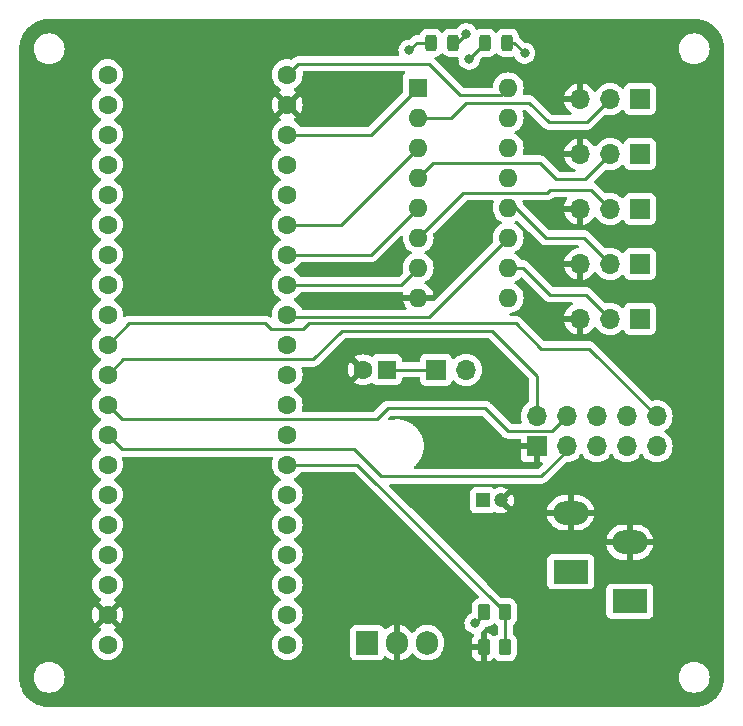
<source format=gtl>
%TF.GenerationSoftware,KiCad,Pcbnew,7.0.5-0*%
%TF.CreationDate,2024-02-27T14:02:21-05:00*%
%TF.ProjectId,LED Controller,4c454420-436f-46e7-9472-6f6c6c65722e,rev?*%
%TF.SameCoordinates,Original*%
%TF.FileFunction,Copper,L1,Top*%
%TF.FilePolarity,Positive*%
%FSLAX46Y46*%
G04 Gerber Fmt 4.6, Leading zero omitted, Abs format (unit mm)*
G04 Created by KiCad (PCBNEW 7.0.5-0) date 2024-02-27 14:02:21*
%MOMM*%
%LPD*%
G01*
G04 APERTURE LIST*
G04 Aperture macros list*
%AMRoundRect*
0 Rectangle with rounded corners*
0 $1 Rounding radius*
0 $2 $3 $4 $5 $6 $7 $8 $9 X,Y pos of 4 corners*
0 Add a 4 corners polygon primitive as box body*
4,1,4,$2,$3,$4,$5,$6,$7,$8,$9,$2,$3,0*
0 Add four circle primitives for the rounded corners*
1,1,$1+$1,$2,$3*
1,1,$1+$1,$4,$5*
1,1,$1+$1,$6,$7*
1,1,$1+$1,$8,$9*
0 Add four rect primitives between the rounded corners*
20,1,$1+$1,$2,$3,$4,$5,0*
20,1,$1+$1,$4,$5,$6,$7,0*
20,1,$1+$1,$6,$7,$8,$9,0*
20,1,$1+$1,$8,$9,$2,$3,0*%
G04 Aperture macros list end*
%TA.AperFunction,ComponentPad*%
%ADD10R,1.200000X1.200000*%
%TD*%
%TA.AperFunction,ComponentPad*%
%ADD11C,1.200000*%
%TD*%
%TA.AperFunction,ComponentPad*%
%ADD12R,1.700000X1.700000*%
%TD*%
%TA.AperFunction,ComponentPad*%
%ADD13O,1.700000X1.700000*%
%TD*%
%TA.AperFunction,SMDPad,CuDef*%
%ADD14RoundRect,0.250000X-0.262500X-0.450000X0.262500X-0.450000X0.262500X0.450000X-0.262500X0.450000X0*%
%TD*%
%TA.AperFunction,SMDPad,CuDef*%
%ADD15RoundRect,0.243750X0.243750X0.456250X-0.243750X0.456250X-0.243750X-0.456250X0.243750X-0.456250X0*%
%TD*%
%TA.AperFunction,ComponentPad*%
%ADD16R,3.000000X2.000000*%
%TD*%
%TA.AperFunction,ComponentPad*%
%ADD17O,3.000000X2.000000*%
%TD*%
%TA.AperFunction,ComponentPad*%
%ADD18C,1.600000*%
%TD*%
%TA.AperFunction,ComponentPad*%
%ADD19R,1.600000X1.600000*%
%TD*%
%TA.AperFunction,ComponentPad*%
%ADD20O,1.600000X1.600000*%
%TD*%
%TA.AperFunction,ComponentPad*%
%ADD21R,1.905000X2.000000*%
%TD*%
%TA.AperFunction,ComponentPad*%
%ADD22O,1.905000X2.000000*%
%TD*%
%TA.AperFunction,SMDPad,CuDef*%
%ADD23RoundRect,0.250000X0.262500X0.450000X-0.262500X0.450000X-0.262500X-0.450000X0.262500X-0.450000X0*%
%TD*%
%TA.AperFunction,ViaPad*%
%ADD24C,0.800000*%
%TD*%
%TA.AperFunction,Conductor*%
%ADD25C,0.250000*%
%TD*%
G04 APERTURE END LIST*
D10*
%TO.P,C2,1*%
%TO.N,/12V*%
X167537000Y-96774000D03*
D11*
%TO.P,C2,2*%
%TO.N,GND*%
X169037000Y-96774000D03*
%TD*%
D12*
%TO.P,J4,1,Pin_1*%
%TO.N,/12V*%
X180848000Y-76757000D03*
D13*
%TO.P,J4,2,Pin_2*%
%TO.N,/CH4_H*%
X178308000Y-76757000D03*
%TO.P,J4,3,Pin_3*%
%TO.N,GND*%
X175768000Y-76757000D03*
%TD*%
D14*
%TO.P,R1,1*%
%TO.N,/12V*%
X167593000Y-106270000D03*
%TO.P,R1,2*%
%TO.N,/12V_SNS*%
X169418000Y-106270000D03*
%TD*%
D15*
%TO.P,D2,1,K*%
%TO.N,Net-(D2-K)*%
X165021500Y-58039000D03*
%TO.P,D2,2,A*%
%TO.N,/COMM*%
X163146500Y-58039000D03*
%TD*%
%TO.P,D1,1,K*%
%TO.N,Net-(D1-K)*%
X169593500Y-58039000D03*
%TO.P,D1,2,A*%
%TO.N,/STATUS*%
X167718500Y-58039000D03*
%TD*%
D16*
%TO.P,J6,1,Pin_1*%
%TO.N,/12V*%
X179959000Y-105330000D03*
X174959000Y-102830000D03*
D17*
%TO.P,J6,2,Pin_2*%
%TO.N,GND*%
X179959000Y-100330000D03*
X174959000Y-97830000D03*
%TD*%
D18*
%TO.P,M1,1,B12*%
%TO.N,unconnected-(M1-B12-Pad1)*%
X135751999Y-60742000D03*
%TO.P,M1,2,B13*%
%TO.N,unconnected-(M1-B13-Pad2)*%
X135751999Y-63282000D03*
%TO.P,M1,3,B14*%
%TO.N,unconnected-(M1-B14-Pad3)*%
X135751999Y-65822000D03*
%TO.P,M1,4,B15*%
%TO.N,unconnected-(M1-B15-Pad4)*%
X135751999Y-68362000D03*
%TO.P,M1,5,A8*%
%TO.N,unconnected-(M1-A8-Pad5)*%
X135751999Y-70902000D03*
%TO.P,M1,6,A9*%
%TO.N,unconnected-(M1-A9-Pad6)*%
X135751999Y-73442000D03*
%TO.P,M1,7,A10*%
%TO.N,unconnected-(M1-A10-Pad7)*%
X135751999Y-75982000D03*
%TO.P,M1,8,A11*%
%TO.N,unconnected-(M1-A11-Pad8)*%
X135751999Y-78522000D03*
%TO.P,M1,9,A12*%
%TO.N,unconnected-(M1-A12-Pad9)*%
X135751999Y-81062000D03*
%TO.P,M1,10,A15*%
%TO.N,/SPI1_NSS*%
X135751999Y-83602000D03*
%TO.P,M1,11,B3*%
%TO.N,/SPI1_SCK*%
X135751999Y-86142000D03*
%TO.P,M1,12,B4*%
%TO.N,/SPI1_MISO*%
X135751999Y-88682000D03*
%TO.P,M1,13,B5*%
%TO.N,/SPI1_MOSI*%
X135751999Y-91222000D03*
%TO.P,M1,14,B6*%
%TO.N,unconnected-(M1-B6-Pad14)*%
X135751999Y-93762000D03*
%TO.P,M1,15,B7*%
%TO.N,unconnected-(M1-B7-Pad15)*%
X135751999Y-96302000D03*
%TO.P,M1,16,B8*%
%TO.N,unconnected-(M1-B8-Pad16)*%
X135751999Y-98842000D03*
%TO.P,M1,17,B9*%
%TO.N,unconnected-(M1-B9-Pad17)*%
X135751999Y-101382000D03*
%TO.P,M1,18,5V*%
%TO.N,+5V*%
X135751999Y-103922000D03*
%TO.P,M1,19,GND*%
%TO.N,GND*%
X135751999Y-106462000D03*
%TO.P,M1,20,3V3*%
%TO.N,unconnected-(M1-3V3-Pad20)*%
X135751999Y-109002000D03*
%TO.P,M1,21,VB*%
%TO.N,unconnected-(M1-VB-Pad21)*%
X150971999Y-109002000D03*
%TO.P,M1,22,C13*%
%TO.N,unconnected-(M1-C13-Pad22)*%
X150971999Y-106462000D03*
%TO.P,M1,23,C14*%
%TO.N,unconnected-(M1-C14-Pad23)*%
X150971999Y-103922000D03*
%TO.P,M1,24,C15*%
%TO.N,unconnected-(M1-C15-Pad24)*%
X150971999Y-101382000D03*
%TO.P,M1,25,R*%
%TO.N,unconnected-(M1-R-Pad25)*%
X150971999Y-98842000D03*
%TO.P,M1,26,A0*%
%TO.N,/CH5_L*%
X150971999Y-96302000D03*
%TO.P,M1,27,A1*%
%TO.N,/12V_SNS*%
X150971999Y-93762000D03*
%TO.P,M1,28,A2*%
%TO.N,unconnected-(M1-A2-Pad28)*%
X150971999Y-91222000D03*
%TO.P,M1,29,A3*%
%TO.N,unconnected-(M1-A3-Pad29)*%
X150971999Y-88682000D03*
%TO.P,M1,30,A4*%
%TO.N,unconnected-(M1-A4-Pad30)*%
X150971999Y-86142000D03*
%TO.P,M1,31,A5*%
%TO.N,unconnected-(M1-A5-Pad31)*%
X150971999Y-83602000D03*
%TO.P,M1,32,A6*%
%TO.N,/CH4_L*%
X150971999Y-81062000D03*
%TO.P,M1,33,A7*%
%TO.N,/CH3_L*%
X150971999Y-78522000D03*
%TO.P,M1,34,B0*%
%TO.N,/CH2_L*%
X150971999Y-75982000D03*
%TO.P,M1,35,B1*%
%TO.N,/CH1_L*%
X150971999Y-73442000D03*
%TO.P,M1,36,B2*%
%TO.N,/STATUS*%
X150971999Y-70902000D03*
%TO.P,M1,37,B10*%
%TO.N,/COMM*%
X150971999Y-68362000D03*
%TO.P,M1,38,3V3*%
%TO.N,+3V3*%
X150971999Y-65822000D03*
%TO.P,M1,39,GND*%
%TO.N,GND*%
X150971999Y-63282000D03*
%TO.P,M1,40,5V*%
%TO.N,+5V*%
X150971999Y-60742000D03*
%TD*%
D19*
%TO.P,U1,1,VCC*%
%TO.N,+3V3*%
X162052000Y-61849000D03*
D20*
%TO.P,U1,2,Aout*%
%TO.N,/CH1_H*%
X162052000Y-64389000D03*
%TO.P,U1,3,Ain*%
%TO.N,/CH1_L*%
X162052000Y-66929000D03*
%TO.P,U1,4,Bout*%
%TO.N,/CH2_H*%
X162052000Y-69469000D03*
%TO.P,U1,5,Bin*%
%TO.N,/CH2_L*%
X162052000Y-72009000D03*
%TO.P,U1,6,Cout*%
%TO.N,/CH3_H*%
X162052000Y-74549000D03*
%TO.P,U1,7,Cin*%
%TO.N,/CH3_L*%
X162052000Y-77089000D03*
%TO.P,U1,8,VSS*%
%TO.N,GND*%
X162052000Y-79629000D03*
%TO.P,U1,9,Din*%
%TO.N,/CH5_L*%
X169672000Y-79629000D03*
%TO.P,U1,10,Dout*%
%TO.N,/CH5_H*%
X169672000Y-77089000D03*
%TO.P,U1,11,Ein*%
%TO.N,/CH4_L*%
X169672000Y-74549000D03*
%TO.P,U1,12,Eout*%
%TO.N,/CH4_H*%
X169672000Y-72009000D03*
%TO.P,U1,13,Select*%
%TO.N,+3V3*%
X169672000Y-69469000D03*
%TO.P,U1,14,Fin*%
%TO.N,unconnected-(U1-Fin-Pad14)*%
X169672000Y-66929000D03*
%TO.P,U1,15,Fout*%
%TO.N,unconnected-(U1-Fout-Pad15)*%
X169672000Y-64389000D03*
%TO.P,U1,16,VDD*%
%TO.N,+5V*%
X169672000Y-61849000D03*
%TD*%
D19*
%TO.P,C1,1*%
%TO.N,Net-(J8-Pin_1)*%
X159385000Y-85725000D03*
D18*
%TO.P,C1,2*%
%TO.N,GND*%
X157385000Y-85725000D03*
%TD*%
D21*
%TO.P,U2,1,IN*%
%TO.N,/12V*%
X157734000Y-108839000D03*
D22*
%TO.P,U2,2,GND*%
%TO.N,GND*%
X160274000Y-108839000D03*
%TO.P,U2,3,OUT*%
%TO.N,Net-(J8-Pin_1)*%
X162814000Y-108839000D03*
%TD*%
D12*
%TO.P,J2,1,Pin_1*%
%TO.N,/12V*%
X180848000Y-67457000D03*
D13*
%TO.P,J2,2,Pin_2*%
%TO.N,/CH2_H*%
X178308000Y-67457000D03*
%TO.P,J2,3,Pin_3*%
%TO.N,GND*%
X175768000Y-67457000D03*
%TD*%
D12*
%TO.P,J3,1,Pin_1*%
%TO.N,/12V*%
X180848000Y-72107000D03*
D13*
%TO.P,J3,2,Pin_2*%
%TO.N,/CH3_H*%
X178308000Y-72107000D03*
%TO.P,J3,3,Pin_3*%
%TO.N,GND*%
X175768000Y-72107000D03*
%TD*%
D12*
%TO.P,J7,1,Pin_1*%
%TO.N,GND*%
X172085000Y-92202000D03*
D13*
%TO.P,J7,2,Pin_2*%
%TO.N,/SPI1_SCK*%
X172085000Y-89662000D03*
%TO.P,J7,3,Pin_3*%
%TO.N,/SPI1_MOSI*%
X174625000Y-92202000D03*
%TO.P,J7,4,Pin_4*%
%TO.N,/SPI1_MISO*%
X174625000Y-89662000D03*
%TO.P,J7,5,Pin_5*%
%TO.N,unconnected-(J7-Pin_5-Pad5)*%
X177165000Y-92202000D03*
%TO.P,J7,6,Pin_6*%
%TO.N,unconnected-(J7-Pin_6-Pad6)*%
X177165000Y-89662000D03*
%TO.P,J7,7,Pin_7*%
%TO.N,unconnected-(J7-Pin_7-Pad7)*%
X179705000Y-92202000D03*
%TO.P,J7,8,Pin_8*%
%TO.N,unconnected-(J7-Pin_8-Pad8)*%
X179705000Y-89662000D03*
%TO.P,J7,9,Pin_9*%
%TO.N,unconnected-(J7-Pin_9-Pad9)*%
X182245000Y-92202000D03*
%TO.P,J7,10,Pin_10*%
%TO.N,/SPI1_NSS*%
X182245000Y-89662000D03*
%TD*%
D12*
%TO.P,J5,1,Pin_1*%
%TO.N,/12V*%
X180848000Y-81407000D03*
D13*
%TO.P,J5,2,Pin_2*%
%TO.N,/CH5_H*%
X178308000Y-81407000D03*
%TO.P,J5,3,Pin_3*%
%TO.N,GND*%
X175768000Y-81407000D03*
%TD*%
D23*
%TO.P,R2,1*%
%TO.N,/12V_SNS*%
X169418000Y-109220000D03*
%TO.P,R2,2*%
%TO.N,GND*%
X167593000Y-109220000D03*
%TD*%
D12*
%TO.P,J8,1,Pin_1*%
%TO.N,Net-(J8-Pin_1)*%
X163576000Y-85725000D03*
D13*
%TO.P,J8,2,Pin_2*%
%TO.N,+5V*%
X166116000Y-85725000D03*
%TD*%
D12*
%TO.P,J1,1,Pin_1*%
%TO.N,/12V*%
X180848000Y-62807000D03*
D13*
%TO.P,J1,2,Pin_2*%
%TO.N,/CH1_H*%
X178308000Y-62807000D03*
%TO.P,J1,3,Pin_3*%
%TO.N,GND*%
X175768000Y-62807000D03*
%TD*%
D24*
%TO.N,GND*%
X156591000Y-80010000D03*
X147066000Y-77216000D03*
X156464000Y-77216000D03*
X147193000Y-79502000D03*
%TO.N,/12V*%
X166878000Y-107188000D03*
%TO.N,Net-(D1-K)*%
X171069000Y-58928000D03*
%TO.N,/STATUS*%
X166370000Y-59436000D03*
%TO.N,Net-(D2-K)*%
X166116000Y-57277000D03*
%TO.N,/COMM*%
X161290000Y-58674000D03*
%TD*%
D25*
%TO.N,/CH1_H*%
X178308000Y-62807000D02*
X176345000Y-64770000D01*
X166116000Y-63119000D02*
X164846000Y-64389000D01*
X173101000Y-64770000D02*
X171450000Y-63119000D01*
X171450000Y-63119000D02*
X166116000Y-63119000D01*
X176345000Y-64770000D02*
X173101000Y-64770000D01*
X164846000Y-64389000D02*
X162052000Y-64389000D01*
%TO.N,/CH2_H*%
X162052000Y-69469000D02*
X163322000Y-68199000D01*
X173736000Y-69596000D02*
X176169000Y-69596000D01*
X163322000Y-68199000D02*
X172339000Y-68199000D01*
X172339000Y-68199000D02*
X173736000Y-69596000D01*
X176169000Y-69596000D02*
X178308000Y-67457000D01*
%TO.N,/SPI1_MISO*%
X135751999Y-88682000D02*
X136985999Y-89916000D01*
X136985999Y-89916000D02*
X158538796Y-89916000D01*
X158538796Y-89916000D02*
X159459796Y-88995000D01*
X169672000Y-90932000D02*
X173355000Y-90932000D01*
X167735000Y-88995000D02*
X169672000Y-90932000D01*
X159459796Y-88995000D02*
X167735000Y-88995000D01*
X173355000Y-90932000D02*
X174625000Y-89662000D01*
%TO.N,/SPI1_NSS*%
X135751999Y-83602000D02*
X137565999Y-81788000D01*
X137565999Y-81788000D02*
X149098000Y-81788000D01*
X176530000Y-83947000D02*
X182245000Y-89662000D01*
X149098000Y-81788000D02*
X149606000Y-82296000D01*
X172466000Y-83947000D02*
X176530000Y-83947000D01*
X149606000Y-82296000D02*
X152273000Y-82296000D01*
X152273000Y-82296000D02*
X152781000Y-81788000D01*
X152781000Y-81788000D02*
X170307000Y-81788000D01*
X170307000Y-81788000D02*
X172466000Y-83947000D01*
%TO.N,/SPI1_SCK*%
X172085000Y-89662000D02*
X172085000Y-86233000D01*
X137057999Y-84836000D02*
X135751999Y-86142000D01*
X153162000Y-84836000D02*
X137057999Y-84836000D01*
X172085000Y-86233000D02*
X168275000Y-82423000D01*
X168275000Y-82423000D02*
X155575000Y-82423000D01*
X155575000Y-82423000D02*
X153162000Y-84836000D01*
%TO.N,/SPI1_MOSI*%
X136985999Y-92456000D02*
X156591000Y-92456000D01*
X156591000Y-92456000D02*
X158877000Y-94742000D01*
X135751999Y-91222000D02*
X136985999Y-92456000D01*
X158877000Y-94742000D02*
X172466000Y-94742000D01*
X172466000Y-94742000D02*
X174625000Y-92583000D01*
X174625000Y-92583000D02*
X174625000Y-92202000D01*
%TO.N,GND*%
X162052000Y-79629000D02*
X156972000Y-79629000D01*
X156972000Y-79629000D02*
X156591000Y-80010000D01*
%TO.N,/CH3_H*%
X172974000Y-70739000D02*
X173228000Y-70485000D01*
X173228000Y-70485000D02*
X176686000Y-70485000D01*
X162052000Y-74549000D02*
X165862000Y-70739000D01*
X176686000Y-70485000D02*
X178308000Y-72107000D01*
X165862000Y-70739000D02*
X172974000Y-70739000D01*
%TO.N,/CH4_H*%
X169672000Y-72009000D02*
X170307000Y-72009000D01*
X172847000Y-74549000D02*
X176100000Y-74549000D01*
X176100000Y-74549000D02*
X178308000Y-76757000D01*
X170307000Y-72009000D02*
X172847000Y-74549000D01*
%TO.N,/CH5_H*%
X169672000Y-77089000D02*
X170942000Y-77089000D01*
X170942000Y-77089000D02*
X173228000Y-79375000D01*
X173228000Y-79375000D02*
X176276000Y-79375000D01*
X176276000Y-79375000D02*
X178308000Y-81407000D01*
%TO.N,/12V*%
X167593000Y-106473000D02*
X166878000Y-107188000D01*
X167593000Y-106270000D02*
X167593000Y-106473000D01*
%TO.N,Net-(D1-K)*%
X170180000Y-58039000D02*
X169593500Y-58039000D01*
X171069000Y-58928000D02*
X170180000Y-58039000D01*
%TO.N,/CH1_L*%
X150971999Y-73442000D02*
X155539000Y-73442000D01*
X155539000Y-73442000D02*
X162052000Y-66929000D01*
%TO.N,/CH2_L*%
X158079000Y-75982000D02*
X162052000Y-72009000D01*
X150971999Y-75982000D02*
X158079000Y-75982000D01*
%TO.N,/STATUS*%
X167718500Y-58039000D02*
X167718500Y-58087500D01*
X167718500Y-58087500D02*
X166370000Y-59436000D01*
%TO.N,Net-(D2-K)*%
X164996500Y-58039000D02*
X165354000Y-58039000D01*
X165354000Y-58039000D02*
X166116000Y-57277000D01*
%TO.N,/COMM*%
X163171500Y-58039000D02*
X161925000Y-58039000D01*
X161925000Y-58039000D02*
X161290000Y-58674000D01*
%TO.N,+5V*%
X165606604Y-62484000D02*
X169037000Y-62484000D01*
X169037000Y-62484000D02*
X169672000Y-61849000D01*
X150971999Y-60742000D02*
X151896999Y-59817000D01*
X151896999Y-59817000D02*
X162939604Y-59817000D01*
X162939604Y-59817000D02*
X165606604Y-62484000D01*
%TO.N,+3V3*%
X150971999Y-65822000D02*
X158079000Y-65822000D01*
X158079000Y-65822000D02*
X162052000Y-61849000D01*
%TO.N,/CH3_L*%
X160619000Y-78522000D02*
X162052000Y-77089000D01*
X150971999Y-78522000D02*
X160619000Y-78522000D01*
%TO.N,/CH4_L*%
X150971999Y-81062000D02*
X151189999Y-81280000D01*
X162941000Y-81280000D02*
X169672000Y-74549000D01*
X151189999Y-81280000D02*
X162941000Y-81280000D01*
%TO.N,/12V_SNS*%
X169418000Y-106270000D02*
X156910000Y-93762000D01*
X156910000Y-93762000D02*
X150971999Y-93762000D01*
X169418000Y-109220000D02*
X169418000Y-106270000D01*
%TO.N,Net-(J8-Pin_1)*%
X159385000Y-85725000D02*
X163576000Y-85725000D01*
%TD*%
%TA.AperFunction,Conductor*%
%TO.N,GND*%
G36*
X167491587Y-89640185D02*
G01*
X167512229Y-89656819D01*
X169171194Y-91315784D01*
X169181019Y-91328048D01*
X169181240Y-91327866D01*
X169186210Y-91333874D01*
X169235949Y-91380582D01*
X169237316Y-91381906D01*
X169257530Y-91402120D01*
X169263004Y-91406366D01*
X169267442Y-91410156D01*
X169301418Y-91442062D01*
X169301422Y-91442064D01*
X169318973Y-91451713D01*
X169335231Y-91462392D01*
X169351064Y-91474674D01*
X169370301Y-91482998D01*
X169393837Y-91493183D01*
X169399081Y-91495752D01*
X169439908Y-91518197D01*
X169459312Y-91523179D01*
X169477710Y-91529478D01*
X169496105Y-91537438D01*
X169542129Y-91544726D01*
X169547832Y-91545907D01*
X169592981Y-91557500D01*
X169613016Y-91557500D01*
X169632413Y-91559026D01*
X169652196Y-91562160D01*
X169698583Y-91557775D01*
X169704422Y-91557500D01*
X170611000Y-91557500D01*
X170678039Y-91577185D01*
X170723794Y-91629989D01*
X170735000Y-91681500D01*
X170735000Y-91952000D01*
X171651314Y-91952000D01*
X171625507Y-91992156D01*
X171585000Y-92130111D01*
X171585000Y-92273889D01*
X171625507Y-92411844D01*
X171651314Y-92452000D01*
X170735000Y-92452000D01*
X170735000Y-93099844D01*
X170741401Y-93159372D01*
X170741403Y-93159379D01*
X170791645Y-93294086D01*
X170791649Y-93294093D01*
X170877809Y-93409187D01*
X170877812Y-93409190D01*
X170992906Y-93495350D01*
X170992913Y-93495354D01*
X171127620Y-93545596D01*
X171127627Y-93545598D01*
X171187155Y-93551999D01*
X171187172Y-93552000D01*
X171835000Y-93552000D01*
X171835000Y-92637501D01*
X171942685Y-92686680D01*
X172049237Y-92702000D01*
X172120763Y-92702000D01*
X172227315Y-92686680D01*
X172335000Y-92637501D01*
X172335000Y-93552000D01*
X172472047Y-93552000D01*
X172539086Y-93571685D01*
X172584841Y-93624489D01*
X172594785Y-93693647D01*
X172565760Y-93757203D01*
X172559728Y-93763681D01*
X172243228Y-94080181D01*
X172181905Y-94113666D01*
X172155547Y-94116500D01*
X161808789Y-94116500D01*
X161741750Y-94096815D01*
X161695995Y-94044011D01*
X161686051Y-93974853D01*
X161715076Y-93911297D01*
X161725611Y-93900536D01*
X161770824Y-93859643D01*
X161868758Y-93773758D01*
X161877799Y-93763446D01*
X161882823Y-93758345D01*
X161895333Y-93747032D01*
X161979443Y-93647545D01*
X162063273Y-93551957D01*
X162072687Y-93537866D01*
X162076895Y-93532279D01*
X162089863Y-93516941D01*
X162089865Y-93516939D01*
X162157941Y-93410298D01*
X162158592Y-93409301D01*
X162227172Y-93306665D01*
X162236098Y-93288562D01*
X162239441Y-93282631D01*
X162251993Y-93262970D01*
X162262421Y-93240498D01*
X162303901Y-93151111D01*
X162304535Y-93149787D01*
X162337492Y-93082957D01*
X162357652Y-93042077D01*
X162365179Y-93019899D01*
X162367641Y-93013752D01*
X162378823Y-92989658D01*
X162414417Y-92874909D01*
X162414858Y-92873551D01*
X162452481Y-92762722D01*
X162457677Y-92736597D01*
X162459271Y-92730316D01*
X162468093Y-92701879D01*
X162487534Y-92586623D01*
X162487847Y-92584921D01*
X162510034Y-92473380D01*
X162511986Y-92443576D01*
X162512714Y-92437342D01*
X162518209Y-92404770D01*
X162522006Y-92291169D01*
X162522104Y-92289218D01*
X162529329Y-92179005D01*
X162529329Y-92179001D01*
X162529329Y-92179000D01*
X162527162Y-92145955D01*
X162527065Y-92139849D01*
X162527391Y-92130111D01*
X162528277Y-92103631D01*
X162517228Y-91993808D01*
X162517050Y-91991661D01*
X162510035Y-91884632D01*
X162510034Y-91884623D01*
X162510034Y-91884620D01*
X162502944Y-91848977D01*
X162502068Y-91843107D01*
X162501965Y-91842087D01*
X162498118Y-91803838D01*
X162473265Y-91699555D01*
X162472777Y-91697319D01*
X162468210Y-91674357D01*
X162452481Y-91595278D01*
X162439764Y-91557816D01*
X162438169Y-91552283D01*
X162428269Y-91510739D01*
X162390899Y-91413709D01*
X162390057Y-91411385D01*
X162380061Y-91381937D01*
X162357652Y-91315923D01*
X162338732Y-91277556D01*
X162336485Y-91272429D01*
X162319977Y-91229566D01*
X162283775Y-91163506D01*
X162271555Y-91141207D01*
X162270334Y-91138862D01*
X162237604Y-91072490D01*
X162227175Y-91051341D01*
X162215303Y-91033574D01*
X162201612Y-91013083D01*
X162198798Y-91008444D01*
X162175175Y-90965335D01*
X162117312Y-90886802D01*
X162115706Y-90884514D01*
X162063273Y-90806043D01*
X162063269Y-90806038D01*
X162030817Y-90769033D01*
X162027516Y-90764930D01*
X161996450Y-90722768D01*
X161996446Y-90722762D01*
X161958134Y-90683147D01*
X161930884Y-90654970D01*
X161928838Y-90652749D01*
X161868760Y-90584244D01*
X161829322Y-90549656D01*
X161825635Y-90546144D01*
X161786981Y-90506176D01*
X161715514Y-90449740D01*
X161713059Y-90447696D01*
X161646960Y-90389729D01*
X161600656Y-90358788D01*
X161596677Y-90355894D01*
X161550517Y-90319443D01*
X161535677Y-90310653D01*
X161474918Y-90274666D01*
X161472089Y-90272884D01*
X161401666Y-90225828D01*
X161348821Y-90199767D01*
X161344668Y-90197518D01*
X161291270Y-90165891D01*
X161291266Y-90165889D01*
X161291262Y-90165887D01*
X161261641Y-90153327D01*
X161213346Y-90132847D01*
X161210157Y-90131386D01*
X161137075Y-90095347D01*
X161078243Y-90075375D01*
X161073969Y-90073746D01*
X161035174Y-90057297D01*
X161013872Y-90048264D01*
X161013868Y-90048263D01*
X161013866Y-90048262D01*
X160935365Y-90026757D01*
X160931815Y-90025670D01*
X160857734Y-90000522D01*
X160857723Y-90000519D01*
X160857722Y-90000519D01*
X160793608Y-89987765D01*
X160789333Y-89986756D01*
X160723281Y-89968662D01*
X160723265Y-89968658D01*
X160645792Y-89958239D01*
X160641962Y-89957601D01*
X160595006Y-89948262D01*
X160568380Y-89942966D01*
X160568377Y-89942965D01*
X160568374Y-89942965D01*
X160499959Y-89938481D01*
X160495750Y-89938061D01*
X160461282Y-89933426D01*
X160424653Y-89928500D01*
X160424650Y-89928500D01*
X160349698Y-89928500D01*
X160345650Y-89928367D01*
X160313627Y-89926268D01*
X160274006Y-89923671D01*
X160274002Y-89923671D01*
X160274000Y-89923671D01*
X160244972Y-89925573D01*
X160202971Y-89928326D01*
X160200997Y-89928424D01*
X160198764Y-89928498D01*
X160137977Y-89932567D01*
X160125157Y-89933426D01*
X160081461Y-89936290D01*
X159979620Y-89942965D01*
X159978420Y-89943123D01*
X159974506Y-89943511D01*
X159973375Y-89943587D01*
X159973372Y-89943587D01*
X159973366Y-89943588D01*
X159859446Y-89966742D01*
X159830399Y-89972646D01*
X159690277Y-90000518D01*
X159690270Y-90000520D01*
X159689508Y-90000779D01*
X159681943Y-90002822D01*
X159678097Y-90003603D01*
X159664093Y-90008466D01*
X159594306Y-90011860D01*
X159533763Y-89976985D01*
X159501685Y-89914914D01*
X159508258Y-89845354D01*
X159535736Y-89803649D01*
X159682569Y-89656816D01*
X159743890Y-89623334D01*
X159770248Y-89620500D01*
X167424548Y-89620500D01*
X167491587Y-89640185D01*
G37*
%TD.AperFunction*%
%TA.AperFunction,Conductor*%
G36*
X168031587Y-83068185D02*
G01*
X168052229Y-83084819D01*
X171423181Y-86455770D01*
X171456666Y-86517093D01*
X171459500Y-86543451D01*
X171459500Y-88386773D01*
X171439815Y-88453812D01*
X171406623Y-88488348D01*
X171213597Y-88623505D01*
X171046505Y-88790597D01*
X170910965Y-88984169D01*
X170910964Y-88984171D01*
X170811098Y-89198335D01*
X170811094Y-89198344D01*
X170749938Y-89426586D01*
X170749936Y-89426596D01*
X170729341Y-89661999D01*
X170729341Y-89662000D01*
X170749936Y-89897403D01*
X170749938Y-89897413D01*
X170811094Y-90125655D01*
X170811099Y-90125669D01*
X170813163Y-90130094D01*
X170823656Y-90199171D01*
X170795137Y-90262955D01*
X170736661Y-90301196D01*
X170700782Y-90306500D01*
X169982452Y-90306500D01*
X169915413Y-90286815D01*
X169894771Y-90270181D01*
X168235803Y-88611212D01*
X168225980Y-88598950D01*
X168225759Y-88599134D01*
X168220786Y-88593122D01*
X168171066Y-88546432D01*
X168169666Y-88545075D01*
X168149476Y-88524884D01*
X168143986Y-88520625D01*
X168139561Y-88516847D01*
X168105582Y-88484938D01*
X168105580Y-88484936D01*
X168105577Y-88484935D01*
X168088029Y-88475288D01*
X168071763Y-88464604D01*
X168070421Y-88463563D01*
X168055936Y-88452327D01*
X168055935Y-88452326D01*
X168055933Y-88452325D01*
X168013168Y-88433818D01*
X168007922Y-88431248D01*
X167967093Y-88408803D01*
X167967092Y-88408802D01*
X167947693Y-88403822D01*
X167929281Y-88397518D01*
X167910898Y-88389562D01*
X167910892Y-88389560D01*
X167864874Y-88382272D01*
X167859152Y-88381087D01*
X167814021Y-88369500D01*
X167814019Y-88369500D01*
X167793984Y-88369500D01*
X167774586Y-88367973D01*
X167767162Y-88366797D01*
X167754805Y-88364840D01*
X167754804Y-88364840D01*
X167708416Y-88369225D01*
X167702578Y-88369500D01*
X159542539Y-88369500D01*
X159526918Y-88367775D01*
X159526891Y-88368061D01*
X159519129Y-88367326D01*
X159450936Y-88369469D01*
X159448989Y-88369500D01*
X159420445Y-88369500D01*
X159413574Y-88370367D01*
X159407755Y-88370825D01*
X159361170Y-88372289D01*
X159361164Y-88372290D01*
X159341922Y-88377880D01*
X159322883Y-88381823D01*
X159303013Y-88384334D01*
X159302999Y-88384337D01*
X159259679Y-88401488D01*
X159254154Y-88403380D01*
X159209409Y-88416380D01*
X159209406Y-88416381D01*
X159192162Y-88426579D01*
X159174701Y-88435133D01*
X159156070Y-88442510D01*
X159156058Y-88442517D01*
X159118366Y-88469902D01*
X159113483Y-88473109D01*
X159073376Y-88496829D01*
X159059210Y-88510995D01*
X159044420Y-88523627D01*
X159028210Y-88535404D01*
X159028207Y-88535407D01*
X158998506Y-88571309D01*
X158994573Y-88575631D01*
X158316024Y-89254181D01*
X158254701Y-89287666D01*
X158228343Y-89290500D01*
X152316864Y-89290500D01*
X152249825Y-89270815D01*
X152204070Y-89218011D01*
X152194126Y-89148853D01*
X152197887Y-89133873D01*
X152197337Y-89133726D01*
X152234386Y-88995454D01*
X152257634Y-88908692D01*
X152277467Y-88682000D01*
X152257634Y-88455308D01*
X152198738Y-88235504D01*
X152102567Y-88029266D01*
X151972046Y-87842861D01*
X151972044Y-87842858D01*
X151811140Y-87681954D01*
X151624733Y-87551432D01*
X151624727Y-87551429D01*
X151566724Y-87524382D01*
X151514284Y-87478210D01*
X151495132Y-87411017D01*
X151515347Y-87344135D01*
X151566724Y-87299618D01*
X151624733Y-87272568D01*
X151811138Y-87142047D01*
X151972046Y-86981139D01*
X152102567Y-86794734D01*
X152198738Y-86588496D01*
X152257634Y-86368692D01*
X152277467Y-86142000D01*
X152274296Y-86105761D01*
X152267683Y-86030165D01*
X152257634Y-85915308D01*
X152206642Y-85725002D01*
X156080034Y-85725002D01*
X156099858Y-85951599D01*
X156099860Y-85951610D01*
X156158730Y-86171317D01*
X156158734Y-86171326D01*
X156254865Y-86377481D01*
X156254866Y-86377483D01*
X156305973Y-86450471D01*
X156305974Y-86450472D01*
X156987046Y-85769399D01*
X156999835Y-85850148D01*
X157057359Y-85963045D01*
X157146955Y-86052641D01*
X157259852Y-86110165D01*
X157340597Y-86122953D01*
X156659526Y-86804025D01*
X156659526Y-86804026D01*
X156732512Y-86855131D01*
X156732516Y-86855133D01*
X156938673Y-86951265D01*
X156938682Y-86951269D01*
X157158389Y-87010139D01*
X157158400Y-87010141D01*
X157384998Y-87029966D01*
X157385002Y-87029966D01*
X157611599Y-87010141D01*
X157611610Y-87010139D01*
X157831317Y-86951269D01*
X157831326Y-86951265D01*
X158037481Y-86855134D01*
X158050253Y-86846191D01*
X158116459Y-86823862D01*
X158184227Y-86840870D01*
X158220644Y-86873449D01*
X158227454Y-86882546D01*
X158273643Y-86917123D01*
X158342664Y-86968793D01*
X158342671Y-86968797D01*
X158477517Y-87019091D01*
X158477516Y-87019091D01*
X158484444Y-87019835D01*
X158537127Y-87025500D01*
X160232872Y-87025499D01*
X160292483Y-87019091D01*
X160427331Y-86968796D01*
X160542546Y-86882546D01*
X160628796Y-86767331D01*
X160679091Y-86632483D01*
X160685500Y-86572873D01*
X160685500Y-86474500D01*
X160705185Y-86407461D01*
X160757989Y-86361706D01*
X160809500Y-86350500D01*
X162101501Y-86350500D01*
X162168540Y-86370185D01*
X162214295Y-86422989D01*
X162225501Y-86474500D01*
X162225501Y-86622876D01*
X162231908Y-86682483D01*
X162282202Y-86817328D01*
X162282206Y-86817335D01*
X162368452Y-86932544D01*
X162368455Y-86932547D01*
X162483664Y-87018793D01*
X162483671Y-87018797D01*
X162618517Y-87069091D01*
X162618516Y-87069091D01*
X162625444Y-87069835D01*
X162678127Y-87075500D01*
X164473872Y-87075499D01*
X164533483Y-87069091D01*
X164668331Y-87018796D01*
X164783546Y-86932546D01*
X164869796Y-86817331D01*
X164918810Y-86685916D01*
X164960681Y-86629984D01*
X165026145Y-86605566D01*
X165094418Y-86620417D01*
X165122672Y-86641568D01*
X165244599Y-86763495D01*
X165330812Y-86823862D01*
X165438165Y-86899032D01*
X165438167Y-86899033D01*
X165438170Y-86899035D01*
X165652337Y-86998903D01*
X165880592Y-87060063D01*
X166057034Y-87075500D01*
X166115999Y-87080659D01*
X166116000Y-87080659D01*
X166116001Y-87080659D01*
X166174966Y-87075500D01*
X166351408Y-87060063D01*
X166579663Y-86998903D01*
X166793830Y-86899035D01*
X166987401Y-86763495D01*
X167154495Y-86596401D01*
X167290035Y-86402830D01*
X167389903Y-86188663D01*
X167451063Y-85960408D01*
X167471659Y-85725000D01*
X167451063Y-85489592D01*
X167389903Y-85261337D01*
X167290035Y-85047171D01*
X167265011Y-85011432D01*
X167154494Y-84853597D01*
X166987402Y-84686506D01*
X166987395Y-84686501D01*
X166981922Y-84682669D01*
X166910518Y-84632671D01*
X166793834Y-84550967D01*
X166793830Y-84550965D01*
X166766406Y-84538177D01*
X166579663Y-84451097D01*
X166579659Y-84451096D01*
X166579655Y-84451094D01*
X166351413Y-84389938D01*
X166351403Y-84389936D01*
X166116001Y-84369341D01*
X166115999Y-84369341D01*
X165880596Y-84389936D01*
X165880586Y-84389938D01*
X165652344Y-84451094D01*
X165652335Y-84451098D01*
X165438171Y-84550964D01*
X165438169Y-84550965D01*
X165244600Y-84686503D01*
X165122673Y-84808430D01*
X165061350Y-84841914D01*
X164991658Y-84836930D01*
X164935725Y-84795058D01*
X164918810Y-84764081D01*
X164869797Y-84632671D01*
X164869793Y-84632664D01*
X164783547Y-84517455D01*
X164783544Y-84517452D01*
X164668335Y-84431206D01*
X164668328Y-84431202D01*
X164533482Y-84380908D01*
X164533483Y-84380908D01*
X164473883Y-84374501D01*
X164473881Y-84374500D01*
X164473873Y-84374500D01*
X164473864Y-84374500D01*
X162678129Y-84374500D01*
X162678123Y-84374501D01*
X162618516Y-84380908D01*
X162483671Y-84431202D01*
X162483664Y-84431206D01*
X162368455Y-84517452D01*
X162368452Y-84517455D01*
X162282206Y-84632664D01*
X162282202Y-84632671D01*
X162231908Y-84767517D01*
X162225501Y-84827116D01*
X162225500Y-84827135D01*
X162225500Y-84975500D01*
X162205815Y-85042539D01*
X162153011Y-85088294D01*
X162101500Y-85099500D01*
X160809499Y-85099500D01*
X160742460Y-85079815D01*
X160696705Y-85027011D01*
X160685499Y-84975500D01*
X160685499Y-84877129D01*
X160685498Y-84877123D01*
X160685053Y-84872984D01*
X160679091Y-84817517D01*
X160674717Y-84805791D01*
X160628797Y-84682671D01*
X160628793Y-84682664D01*
X160542547Y-84567455D01*
X160542544Y-84567452D01*
X160427335Y-84481206D01*
X160427328Y-84481202D01*
X160292482Y-84430908D01*
X160292483Y-84430908D01*
X160232883Y-84424501D01*
X160232881Y-84424500D01*
X160232873Y-84424500D01*
X160232864Y-84424500D01*
X158537129Y-84424500D01*
X158537123Y-84424501D01*
X158477516Y-84430908D01*
X158342671Y-84481202D01*
X158342664Y-84481206D01*
X158227457Y-84567451D01*
X158227452Y-84567456D01*
X158220645Y-84576549D01*
X158164710Y-84618418D01*
X158095018Y-84623400D01*
X158050260Y-84603812D01*
X158037485Y-84594868D01*
X158037481Y-84594865D01*
X157831326Y-84498734D01*
X157831317Y-84498730D01*
X157611610Y-84439860D01*
X157611599Y-84439858D01*
X157385002Y-84420034D01*
X157384998Y-84420034D01*
X157158400Y-84439858D01*
X157158389Y-84439860D01*
X156938682Y-84498730D01*
X156938673Y-84498734D01*
X156732513Y-84594868D01*
X156659526Y-84645973D01*
X157340599Y-85327046D01*
X157259852Y-85339835D01*
X157146955Y-85397359D01*
X157057359Y-85486955D01*
X156999835Y-85599852D01*
X156987046Y-85680599D01*
X156305973Y-84999526D01*
X156305972Y-84999527D01*
X156254868Y-85072513D01*
X156158734Y-85278673D01*
X156158730Y-85278682D01*
X156099860Y-85498389D01*
X156099858Y-85498400D01*
X156080034Y-85724997D01*
X156080034Y-85725002D01*
X152206642Y-85725002D01*
X152198738Y-85695504D01*
X152171879Y-85637905D01*
X152161387Y-85568827D01*
X152189907Y-85505043D01*
X152248383Y-85466804D01*
X152284261Y-85461500D01*
X153079257Y-85461500D01*
X153094877Y-85463224D01*
X153094904Y-85462939D01*
X153102666Y-85463673D01*
X153102666Y-85463672D01*
X153102667Y-85463673D01*
X153105999Y-85463568D01*
X153170847Y-85461531D01*
X153172794Y-85461500D01*
X153201347Y-85461500D01*
X153201350Y-85461500D01*
X153208228Y-85460630D01*
X153214041Y-85460172D01*
X153260627Y-85458709D01*
X153279869Y-85453117D01*
X153298912Y-85449174D01*
X153318792Y-85446664D01*
X153362122Y-85429507D01*
X153367646Y-85427617D01*
X153371396Y-85426527D01*
X153412390Y-85414618D01*
X153429629Y-85404422D01*
X153447103Y-85395862D01*
X153465727Y-85388488D01*
X153465727Y-85388487D01*
X153465732Y-85388486D01*
X153503449Y-85361082D01*
X153508305Y-85357892D01*
X153548420Y-85334170D01*
X153562589Y-85319999D01*
X153577379Y-85307368D01*
X153593587Y-85295594D01*
X153623299Y-85259676D01*
X153627212Y-85255376D01*
X155797771Y-83084819D01*
X155859095Y-83051334D01*
X155885453Y-83048500D01*
X167964548Y-83048500D01*
X168031587Y-83068185D01*
G37*
%TD.AperFunction*%
%TA.AperFunction,Conductor*%
G36*
X160662295Y-79148161D02*
G01*
X160727236Y-79158628D01*
X160779256Y-79205273D01*
X160797799Y-79272637D01*
X160793592Y-79302624D01*
X160773127Y-79378999D01*
X160773128Y-79379000D01*
X161736314Y-79379000D01*
X161724359Y-79390955D01*
X161666835Y-79503852D01*
X161647014Y-79629000D01*
X161666835Y-79754148D01*
X161724359Y-79867045D01*
X161736314Y-79879000D01*
X160773128Y-79879000D01*
X160825730Y-80075317D01*
X160825734Y-80075326D01*
X160921866Y-80281482D01*
X161046429Y-80459376D01*
X161068756Y-80525582D01*
X161051746Y-80593350D01*
X161000798Y-80641163D01*
X160944854Y-80654500D01*
X152295919Y-80654500D01*
X152228880Y-80634815D01*
X152183537Y-80582905D01*
X152102567Y-80409267D01*
X152102566Y-80409265D01*
X152036326Y-80314664D01*
X151972046Y-80222861D01*
X151972044Y-80222858D01*
X151811140Y-80061954D01*
X151624733Y-79931432D01*
X151624727Y-79931429D01*
X151566724Y-79904382D01*
X151514284Y-79858210D01*
X151495132Y-79791017D01*
X151515347Y-79724135D01*
X151566724Y-79679618D01*
X151624733Y-79652568D01*
X151811138Y-79522047D01*
X151972046Y-79361139D01*
X152084611Y-79200377D01*
X152139188Y-79156752D01*
X152186187Y-79147500D01*
X160536257Y-79147500D01*
X160551877Y-79149224D01*
X160551904Y-79148939D01*
X160559666Y-79149673D01*
X160559666Y-79149672D01*
X160559667Y-79149673D01*
X160562999Y-79149568D01*
X160627847Y-79147531D01*
X160629794Y-79147500D01*
X160658347Y-79147500D01*
X160658350Y-79147500D01*
X160658352Y-79147499D01*
X160662238Y-79147255D01*
X160662295Y-79148161D01*
G37*
%TD.AperFunction*%
%TA.AperFunction,Conductor*%
G36*
X168409990Y-71384185D02*
G01*
X168455745Y-71436989D01*
X168465689Y-71506147D01*
X168455333Y-71540905D01*
X168445262Y-71562502D01*
X168445258Y-71562511D01*
X168386366Y-71782302D01*
X168386364Y-71782313D01*
X168366532Y-72008998D01*
X168366532Y-72009001D01*
X168386364Y-72235686D01*
X168386366Y-72235697D01*
X168445258Y-72455488D01*
X168445261Y-72455497D01*
X168541431Y-72661732D01*
X168541432Y-72661734D01*
X168671954Y-72848141D01*
X168832858Y-73009045D01*
X168832861Y-73009047D01*
X169019266Y-73139568D01*
X169077275Y-73166618D01*
X169129714Y-73212791D01*
X169148866Y-73279984D01*
X169128650Y-73346865D01*
X169077275Y-73391382D01*
X169019267Y-73418431D01*
X169019265Y-73418432D01*
X168832858Y-73548954D01*
X168671954Y-73709858D01*
X168541432Y-73896265D01*
X168541431Y-73896267D01*
X168445261Y-74102502D01*
X168445258Y-74102511D01*
X168386366Y-74322302D01*
X168386364Y-74322313D01*
X168366532Y-74548996D01*
X168366532Y-74549000D01*
X168386364Y-74775686D01*
X168386365Y-74775691D01*
X168386366Y-74775697D01*
X168404680Y-74844048D01*
X168403017Y-74913897D01*
X168372586Y-74963821D01*
X163485791Y-79850616D01*
X163424468Y-79884101D01*
X163354776Y-79879117D01*
X163354618Y-79879000D01*
X162367686Y-79879000D01*
X162379641Y-79867045D01*
X162437165Y-79754148D01*
X162456986Y-79629000D01*
X162437165Y-79503852D01*
X162379641Y-79390955D01*
X162367686Y-79379000D01*
X163330872Y-79379000D01*
X163330872Y-79378999D01*
X163278269Y-79182682D01*
X163278265Y-79182673D01*
X163182134Y-78976517D01*
X163051657Y-78790179D01*
X162890820Y-78629342D01*
X162704482Y-78498865D01*
X162646133Y-78471657D01*
X162593694Y-78425484D01*
X162574542Y-78358291D01*
X162594758Y-78291410D01*
X162646129Y-78246895D01*
X162704734Y-78219568D01*
X162891139Y-78089047D01*
X163052047Y-77928139D01*
X163182568Y-77741734D01*
X163278739Y-77535496D01*
X163337635Y-77315692D01*
X163357468Y-77089000D01*
X163337635Y-76862308D01*
X163278739Y-76642504D01*
X163182568Y-76436266D01*
X163052047Y-76249861D01*
X163052045Y-76249858D01*
X162891141Y-76088954D01*
X162704734Y-75958432D01*
X162704728Y-75958429D01*
X162646725Y-75931382D01*
X162594285Y-75885210D01*
X162575133Y-75818017D01*
X162595348Y-75751135D01*
X162646725Y-75706618D01*
X162704734Y-75679568D01*
X162891139Y-75549047D01*
X163052047Y-75388139D01*
X163182568Y-75201734D01*
X163278739Y-74995496D01*
X163337635Y-74775692D01*
X163357468Y-74549000D01*
X163337635Y-74322308D01*
X163319318Y-74253947D01*
X163320981Y-74184101D01*
X163351410Y-74134178D01*
X166084770Y-71400819D01*
X166146094Y-71367334D01*
X166172452Y-71364500D01*
X168342951Y-71364500D01*
X168409990Y-71384185D01*
G37*
%TD.AperFunction*%
%TA.AperFunction,Conductor*%
G36*
X160670196Y-74377907D02*
G01*
X160726129Y-74419779D01*
X160750546Y-74485243D01*
X160750390Y-74504895D01*
X160746532Y-74548996D01*
X160746532Y-74549001D01*
X160766364Y-74775686D01*
X160766366Y-74775697D01*
X160825258Y-74995488D01*
X160825261Y-74995497D01*
X160921431Y-75201732D01*
X160921432Y-75201734D01*
X161051954Y-75388141D01*
X161212858Y-75549045D01*
X161212861Y-75549047D01*
X161399266Y-75679568D01*
X161457275Y-75706618D01*
X161509714Y-75752791D01*
X161528866Y-75819984D01*
X161508650Y-75886865D01*
X161457275Y-75931382D01*
X161399267Y-75958431D01*
X161399265Y-75958432D01*
X161212858Y-76088954D01*
X161051954Y-76249858D01*
X160921432Y-76436265D01*
X160921431Y-76436267D01*
X160825261Y-76642502D01*
X160825258Y-76642511D01*
X160766366Y-76862302D01*
X160766364Y-76862313D01*
X160746637Y-77087798D01*
X160746532Y-77089000D01*
X160766364Y-77315686D01*
X160766365Y-77315691D01*
X160766366Y-77315697D01*
X160784680Y-77384048D01*
X160783017Y-77453897D01*
X160752586Y-77503821D01*
X160396228Y-77860181D01*
X160334905Y-77893666D01*
X160308547Y-77896500D01*
X152186187Y-77896500D01*
X152119148Y-77876815D01*
X152084612Y-77843623D01*
X151972044Y-77682858D01*
X151811140Y-77521954D01*
X151624733Y-77391432D01*
X151624727Y-77391429D01*
X151566724Y-77364382D01*
X151514284Y-77318210D01*
X151495132Y-77251017D01*
X151515347Y-77184135D01*
X151566724Y-77139618D01*
X151624733Y-77112568D01*
X151811138Y-76982047D01*
X151972046Y-76821139D01*
X152084611Y-76660377D01*
X152139188Y-76616752D01*
X152186187Y-76607500D01*
X157996257Y-76607500D01*
X158011877Y-76609224D01*
X158011904Y-76608939D01*
X158019666Y-76609673D01*
X158019666Y-76609672D01*
X158019667Y-76609673D01*
X158022999Y-76609568D01*
X158087847Y-76607531D01*
X158089794Y-76607500D01*
X158118347Y-76607500D01*
X158118350Y-76607500D01*
X158125228Y-76606630D01*
X158131041Y-76606172D01*
X158177627Y-76604709D01*
X158196869Y-76599117D01*
X158215912Y-76595174D01*
X158235792Y-76592664D01*
X158279122Y-76575507D01*
X158284646Y-76573617D01*
X158288396Y-76572527D01*
X158329390Y-76560618D01*
X158346629Y-76550422D01*
X158364103Y-76541862D01*
X158382727Y-76534488D01*
X158382727Y-76534487D01*
X158382732Y-76534486D01*
X158420449Y-76507082D01*
X158425305Y-76503892D01*
X158465420Y-76480170D01*
X158479589Y-76465999D01*
X158494379Y-76453368D01*
X158510587Y-76441594D01*
X158540299Y-76405676D01*
X158544212Y-76401376D01*
X160539182Y-74406406D01*
X160600504Y-74372923D01*
X160670196Y-74377907D01*
G37*
%TD.AperFunction*%
%TA.AperFunction,Conductor*%
G36*
X160921496Y-60462185D02*
G01*
X160967251Y-60514989D01*
X160977195Y-60584147D01*
X160948170Y-60647703D01*
X160928768Y-60665766D01*
X160894455Y-60691452D01*
X160894452Y-60691455D01*
X160808206Y-60806664D01*
X160808202Y-60806671D01*
X160757908Y-60941517D01*
X160751501Y-61001116D01*
X160751500Y-61001135D01*
X160751500Y-62213546D01*
X160731815Y-62280585D01*
X160715181Y-62301227D01*
X157856228Y-65160181D01*
X157794905Y-65193666D01*
X157768547Y-65196500D01*
X152186187Y-65196500D01*
X152119148Y-65176815D01*
X152084612Y-65143623D01*
X151972044Y-64982858D01*
X151811140Y-64821954D01*
X151624734Y-64691433D01*
X151624735Y-64691433D01*
X151624733Y-64691432D01*
X151566131Y-64664105D01*
X151513693Y-64617933D01*
X151494542Y-64550739D01*
X151514758Y-64483858D01*
X151566134Y-64439341D01*
X151624481Y-64412133D01*
X151697471Y-64361025D01*
X151016400Y-63679953D01*
X151097147Y-63667165D01*
X151210044Y-63609641D01*
X151299640Y-63520045D01*
X151357164Y-63407148D01*
X151369952Y-63326400D01*
X152051024Y-64007472D01*
X152102135Y-63934478D01*
X152198263Y-63728331D01*
X152198268Y-63728317D01*
X152257138Y-63508610D01*
X152257140Y-63508599D01*
X152276965Y-63282002D01*
X152276965Y-63281997D01*
X152257140Y-63055400D01*
X152257138Y-63055389D01*
X152198268Y-62835682D01*
X152198264Y-62835673D01*
X152102132Y-62629516D01*
X152102130Y-62629512D01*
X152051025Y-62556526D01*
X152051024Y-62556526D01*
X151369952Y-63237598D01*
X151357164Y-63156852D01*
X151299640Y-63043955D01*
X151210044Y-62954359D01*
X151097147Y-62896835D01*
X151016399Y-62884046D01*
X151697471Y-62202974D01*
X151697470Y-62202973D01*
X151624482Y-62151866D01*
X151624480Y-62151865D01*
X151566132Y-62124657D01*
X151513693Y-62078484D01*
X151494541Y-62011291D01*
X151514757Y-61944410D01*
X151566128Y-61899895D01*
X151624733Y-61872568D01*
X151811138Y-61742047D01*
X151972046Y-61581139D01*
X152102567Y-61394734D01*
X152198738Y-61188496D01*
X152257634Y-60968692D01*
X152277467Y-60742000D01*
X152263058Y-60577306D01*
X152276825Y-60508808D01*
X152325440Y-60458625D01*
X152386586Y-60442500D01*
X160854457Y-60442500D01*
X160921496Y-60462185D01*
G37*
%TD.AperFunction*%
%TA.AperFunction,Conductor*%
G36*
X168738261Y-96801490D02*
G01*
X168737643Y-96800357D01*
X168737866Y-96797227D01*
X168738261Y-96801490D01*
G37*
%TD.AperFunction*%
%TA.AperFunction,Conductor*%
G36*
X185421808Y-56004432D02*
G01*
X185522311Y-56010318D01*
X185721669Y-56022968D01*
X185728562Y-56023795D01*
X185864276Y-56047858D01*
X186026609Y-56079096D01*
X186032748Y-56080606D01*
X186170776Y-56122167D01*
X186172110Y-56122587D01*
X186322449Y-56171881D01*
X186327781Y-56173907D01*
X186462448Y-56232351D01*
X186464328Y-56233205D01*
X186604797Y-56299949D01*
X186609293Y-56302319D01*
X186737387Y-56376761D01*
X186739644Y-56378140D01*
X186785535Y-56407575D01*
X186869471Y-56461414D01*
X186873195Y-56463999D01*
X186992152Y-56553204D01*
X186994757Y-56555269D01*
X187112604Y-56653936D01*
X187115535Y-56656553D01*
X187223412Y-56759170D01*
X187226172Y-56761967D01*
X187330611Y-56874749D01*
X187332794Y-56877237D01*
X187427832Y-56991595D01*
X187430600Y-56995185D01*
X187520256Y-57120697D01*
X187521767Y-57122914D01*
X187538598Y-57148806D01*
X187602471Y-57247067D01*
X187605090Y-57251487D01*
X187678743Y-57388404D01*
X187679714Y-57390285D01*
X187744790Y-57521828D01*
X187747096Y-57527087D01*
X187803812Y-57674715D01*
X187804337Y-57676132D01*
X187852708Y-57811823D01*
X187854530Y-57817904D01*
X187893862Y-57978582D01*
X187924643Y-58112801D01*
X187925815Y-58119655D01*
X187948445Y-58318483D01*
X187959135Y-58416661D01*
X187959500Y-58423378D01*
X187959500Y-111758259D01*
X187959402Y-111761736D01*
X187953013Y-111875490D01*
X187942599Y-112047668D01*
X187941835Y-112054315D01*
X187918722Y-112190343D01*
X187891440Y-112339218D01*
X187890032Y-112345209D01*
X187850798Y-112481394D01*
X187850413Y-112482676D01*
X187806744Y-112622815D01*
X187804831Y-112628099D01*
X187749959Y-112760572D01*
X187749216Y-112762291D01*
X187689668Y-112894600D01*
X187687393Y-112899147D01*
X187617624Y-113025385D01*
X187616419Y-113027470D01*
X187541781Y-113150934D01*
X187539287Y-113154738D01*
X187455571Y-113272726D01*
X187453811Y-113275086D01*
X187365088Y-113388332D01*
X187362512Y-113391409D01*
X187265980Y-113499430D01*
X187263590Y-113501957D01*
X187161957Y-113603590D01*
X187159430Y-113605980D01*
X187051409Y-113702512D01*
X187048332Y-113705088D01*
X186935086Y-113793811D01*
X186932726Y-113795571D01*
X186814738Y-113879287D01*
X186810934Y-113881781D01*
X186687470Y-113956419D01*
X186685385Y-113957624D01*
X186559147Y-114027393D01*
X186554600Y-114029668D01*
X186422291Y-114089216D01*
X186420572Y-114089959D01*
X186288099Y-114144831D01*
X186282815Y-114146744D01*
X186142676Y-114190413D01*
X186141394Y-114190798D01*
X186005209Y-114230032D01*
X185999218Y-114231440D01*
X185850343Y-114258722D01*
X185714315Y-114281835D01*
X185707668Y-114282599D01*
X185535490Y-114293013D01*
X185421736Y-114299402D01*
X185418259Y-114299500D01*
X130811741Y-114299500D01*
X130808264Y-114299402D01*
X130694508Y-114293013D01*
X130522330Y-114282599D01*
X130515683Y-114281835D01*
X130379655Y-114258722D01*
X130230780Y-114231440D01*
X130224789Y-114230032D01*
X130088604Y-114190798D01*
X130087322Y-114190413D01*
X129947183Y-114146744D01*
X129941899Y-114144831D01*
X129809426Y-114089959D01*
X129807707Y-114089216D01*
X129675398Y-114029668D01*
X129670851Y-114027393D01*
X129544613Y-113957624D01*
X129542528Y-113956419D01*
X129419064Y-113881781D01*
X129415260Y-113879287D01*
X129297272Y-113795571D01*
X129294912Y-113793811D01*
X129181666Y-113705088D01*
X129178589Y-113702512D01*
X129070568Y-113605980D01*
X129068041Y-113603590D01*
X128966408Y-113501957D01*
X128964018Y-113499430D01*
X128867486Y-113391409D01*
X128864910Y-113388332D01*
X128850874Y-113370416D01*
X128776176Y-113275072D01*
X128774427Y-113272726D01*
X128690711Y-113154738D01*
X128688217Y-113150934D01*
X128633546Y-113060499D01*
X128613568Y-113027451D01*
X128612374Y-113025385D01*
X128542605Y-112899147D01*
X128540330Y-112894600D01*
X128480754Y-112762227D01*
X128480058Y-112760617D01*
X128425164Y-112628092D01*
X128423259Y-112622830D01*
X128379569Y-112482624D01*
X128379200Y-112481394D01*
X128359419Y-112412732D01*
X128339963Y-112345198D01*
X128338561Y-112339232D01*
X128311288Y-112190416D01*
X128288161Y-112054299D01*
X128287401Y-112047691D01*
X128276986Y-111875490D01*
X128272686Y-111798927D01*
X128270598Y-111761735D01*
X128270549Y-111760001D01*
X129504532Y-111760001D01*
X129524364Y-111986686D01*
X129524366Y-111986697D01*
X129583258Y-112206488D01*
X129583261Y-112206497D01*
X129679431Y-112412732D01*
X129679432Y-112412734D01*
X129809954Y-112599141D01*
X129970858Y-112760045D01*
X129970861Y-112760047D01*
X130157266Y-112890568D01*
X130363504Y-112986739D01*
X130363509Y-112986740D01*
X130363511Y-112986741D01*
X130416415Y-113000916D01*
X130583308Y-113045635D01*
X130753214Y-113060499D01*
X130753215Y-113060500D01*
X130753216Y-113060500D01*
X130866785Y-113060500D01*
X130866785Y-113060499D01*
X131036692Y-113045635D01*
X131256496Y-112986739D01*
X131462734Y-112890568D01*
X131649139Y-112760047D01*
X131810047Y-112599139D01*
X131940568Y-112412734D01*
X132036739Y-112206496D01*
X132095635Y-111986692D01*
X132115468Y-111760001D01*
X184114532Y-111760001D01*
X184134364Y-111986686D01*
X184134366Y-111986697D01*
X184193258Y-112206488D01*
X184193261Y-112206497D01*
X184289431Y-112412732D01*
X184289432Y-112412734D01*
X184419954Y-112599141D01*
X184580858Y-112760045D01*
X184580861Y-112760047D01*
X184767266Y-112890568D01*
X184973504Y-112986739D01*
X184973509Y-112986740D01*
X184973511Y-112986741D01*
X185026415Y-113000916D01*
X185193308Y-113045635D01*
X185363214Y-113060499D01*
X185363215Y-113060500D01*
X185363216Y-113060500D01*
X185476785Y-113060500D01*
X185476785Y-113060499D01*
X185646692Y-113045635D01*
X185866496Y-112986739D01*
X186072734Y-112890568D01*
X186259139Y-112760047D01*
X186420047Y-112599139D01*
X186550568Y-112412734D01*
X186646739Y-112206496D01*
X186705635Y-111986692D01*
X186725468Y-111760000D01*
X186705635Y-111533308D01*
X186646739Y-111313504D01*
X186550568Y-111107266D01*
X186420047Y-110920861D01*
X186420045Y-110920858D01*
X186259141Y-110759954D01*
X186072734Y-110629432D01*
X186072732Y-110629431D01*
X185866497Y-110533261D01*
X185866488Y-110533258D01*
X185646697Y-110474366D01*
X185646687Y-110474364D01*
X185476785Y-110459500D01*
X185476784Y-110459500D01*
X185363216Y-110459500D01*
X185363215Y-110459500D01*
X185193312Y-110474364D01*
X185193302Y-110474366D01*
X184973511Y-110533258D01*
X184973502Y-110533261D01*
X184767267Y-110629431D01*
X184767265Y-110629432D01*
X184580858Y-110759954D01*
X184419954Y-110920858D01*
X184289432Y-111107265D01*
X184289431Y-111107267D01*
X184193261Y-111313502D01*
X184193258Y-111313511D01*
X184134366Y-111533302D01*
X184134364Y-111533313D01*
X184114532Y-111759998D01*
X184114532Y-111760001D01*
X132115468Y-111760001D01*
X132115468Y-111760000D01*
X132095635Y-111533308D01*
X132036739Y-111313504D01*
X131940568Y-111107266D01*
X131810047Y-110920861D01*
X131810045Y-110920858D01*
X131649141Y-110759954D01*
X131462734Y-110629432D01*
X131462732Y-110629431D01*
X131256497Y-110533261D01*
X131256488Y-110533258D01*
X131036697Y-110474366D01*
X131036687Y-110474364D01*
X130866785Y-110459500D01*
X130866784Y-110459500D01*
X130753216Y-110459500D01*
X130753215Y-110459500D01*
X130583312Y-110474364D01*
X130583302Y-110474366D01*
X130363511Y-110533258D01*
X130363502Y-110533261D01*
X130157267Y-110629431D01*
X130157265Y-110629432D01*
X129970858Y-110759954D01*
X129809954Y-110920858D01*
X129679432Y-111107265D01*
X129679431Y-111107267D01*
X129583261Y-111313502D01*
X129583258Y-111313511D01*
X129524366Y-111533302D01*
X129524364Y-111533313D01*
X129504532Y-111759998D01*
X129504532Y-111760001D01*
X128270549Y-111760001D01*
X128270500Y-111758259D01*
X128270500Y-109002001D01*
X134446531Y-109002001D01*
X134466363Y-109228686D01*
X134466365Y-109228697D01*
X134525257Y-109448488D01*
X134525260Y-109448497D01*
X134621430Y-109654732D01*
X134621431Y-109654734D01*
X134751953Y-109841141D01*
X134912857Y-110002045D01*
X134912860Y-110002047D01*
X135099265Y-110132568D01*
X135305503Y-110228739D01*
X135525307Y-110287635D01*
X135687229Y-110301801D01*
X135751997Y-110307468D01*
X135751999Y-110307468D01*
X135752001Y-110307468D01*
X135808671Y-110302509D01*
X135978691Y-110287635D01*
X136198495Y-110228739D01*
X136404733Y-110132568D01*
X136591138Y-110002047D01*
X136752046Y-109841139D01*
X136882567Y-109654734D01*
X136978738Y-109448496D01*
X137037634Y-109228692D01*
X137057467Y-109002000D01*
X137037634Y-108775308D01*
X136978738Y-108555504D01*
X136882567Y-108349266D01*
X136752046Y-108162861D01*
X136752044Y-108162858D01*
X136591140Y-108001954D01*
X136404734Y-107871433D01*
X136404735Y-107871433D01*
X136404733Y-107871432D01*
X136346131Y-107844105D01*
X136293693Y-107797933D01*
X136274542Y-107730739D01*
X136294758Y-107663858D01*
X136346134Y-107619341D01*
X136404481Y-107592133D01*
X136477471Y-107541025D01*
X135796400Y-106859953D01*
X135877147Y-106847165D01*
X135990044Y-106789641D01*
X136079640Y-106700045D01*
X136137164Y-106587148D01*
X136149952Y-106506400D01*
X136831024Y-107187472D01*
X136882135Y-107114478D01*
X136978263Y-106908331D01*
X136978268Y-106908317D01*
X137037138Y-106688610D01*
X137037140Y-106688599D01*
X137056965Y-106462002D01*
X137056965Y-106461997D01*
X137037140Y-106235400D01*
X137037138Y-106235389D01*
X136978268Y-106015682D01*
X136978264Y-106015673D01*
X136882132Y-105809516D01*
X136882130Y-105809512D01*
X136831025Y-105736526D01*
X136831024Y-105736526D01*
X136149952Y-106417597D01*
X136137164Y-106336852D01*
X136079640Y-106223955D01*
X135990044Y-106134359D01*
X135877147Y-106076835D01*
X135796399Y-106064046D01*
X136477471Y-105382974D01*
X136477470Y-105382973D01*
X136404482Y-105331866D01*
X136404480Y-105331865D01*
X136346132Y-105304657D01*
X136293693Y-105258484D01*
X136274541Y-105191291D01*
X136294757Y-105124410D01*
X136346128Y-105079895D01*
X136404733Y-105052568D01*
X136591138Y-104922047D01*
X136752046Y-104761139D01*
X136882567Y-104574734D01*
X136978738Y-104368496D01*
X137037634Y-104148692D01*
X137056112Y-103937483D01*
X137057467Y-103922001D01*
X137057467Y-103921998D01*
X137037634Y-103695313D01*
X137037634Y-103695308D01*
X136978738Y-103475504D01*
X136882567Y-103269266D01*
X136752046Y-103082861D01*
X136752044Y-103082858D01*
X136591140Y-102921954D01*
X136404733Y-102791432D01*
X136404727Y-102791429D01*
X136346724Y-102764382D01*
X136294284Y-102718210D01*
X136275132Y-102651017D01*
X136295347Y-102584135D01*
X136346724Y-102539618D01*
X136404733Y-102512568D01*
X136591138Y-102382047D01*
X136752046Y-102221139D01*
X136882567Y-102034734D01*
X136978738Y-101828496D01*
X137037634Y-101608692D01*
X137057467Y-101382000D01*
X137054615Y-101349407D01*
X137037634Y-101155313D01*
X137037634Y-101155308D01*
X136978738Y-100935504D01*
X136882567Y-100729266D01*
X136752046Y-100542861D01*
X136752044Y-100542858D01*
X136591140Y-100381954D01*
X136404733Y-100251432D01*
X136404727Y-100251429D01*
X136346724Y-100224382D01*
X136294284Y-100178210D01*
X136275132Y-100111017D01*
X136295347Y-100044135D01*
X136346724Y-99999618D01*
X136404733Y-99972568D01*
X136591138Y-99842047D01*
X136752046Y-99681139D01*
X136882567Y-99494734D01*
X136978738Y-99288496D01*
X137037634Y-99068692D01*
X137057467Y-98842000D01*
X137037634Y-98615308D01*
X136989217Y-98434614D01*
X136978740Y-98395511D01*
X136978737Y-98395502D01*
X136882567Y-98189267D01*
X136882566Y-98189265D01*
X136752044Y-98002858D01*
X136591140Y-97841954D01*
X136404733Y-97711432D01*
X136404727Y-97711429D01*
X136346724Y-97684382D01*
X136294284Y-97638210D01*
X136275132Y-97571017D01*
X136295347Y-97504135D01*
X136346724Y-97459618D01*
X136404733Y-97432568D01*
X136591138Y-97302047D01*
X136752046Y-97141139D01*
X136882567Y-96954734D01*
X136978738Y-96748496D01*
X137037634Y-96528692D01*
X137057467Y-96302000D01*
X137037634Y-96075308D01*
X136978738Y-95855504D01*
X136882567Y-95649266D01*
X136752046Y-95462861D01*
X136752044Y-95462858D01*
X136591140Y-95301954D01*
X136404733Y-95171432D01*
X136404727Y-95171429D01*
X136346724Y-95144382D01*
X136294284Y-95098210D01*
X136275132Y-95031017D01*
X136295347Y-94964135D01*
X136346724Y-94919618D01*
X136404733Y-94892568D01*
X136591138Y-94762047D01*
X136752046Y-94601139D01*
X136882567Y-94414734D01*
X136978738Y-94208496D01*
X137037634Y-93988692D01*
X137057467Y-93762000D01*
X137056157Y-93747032D01*
X137051487Y-93693647D01*
X137037634Y-93535308D01*
X136978738Y-93315504D01*
X136951879Y-93257905D01*
X136941387Y-93188827D01*
X136969907Y-93125043D01*
X137028383Y-93086804D01*
X137064261Y-93081500D01*
X149659737Y-93081500D01*
X149726776Y-93101185D01*
X149772531Y-93153989D01*
X149782475Y-93223147D01*
X149772119Y-93257905D01*
X149745261Y-93315502D01*
X149745257Y-93315511D01*
X149686365Y-93535302D01*
X149686363Y-93535313D01*
X149666531Y-93761998D01*
X149666531Y-93762001D01*
X149686363Y-93988686D01*
X149686365Y-93988697D01*
X149745257Y-94208488D01*
X149745260Y-94208497D01*
X149841430Y-94414732D01*
X149841431Y-94414734D01*
X149971953Y-94601141D01*
X150132857Y-94762045D01*
X150132860Y-94762047D01*
X150319265Y-94892568D01*
X150377274Y-94919618D01*
X150429713Y-94965791D01*
X150448865Y-95032984D01*
X150428649Y-95099865D01*
X150377274Y-95144382D01*
X150319266Y-95171431D01*
X150319264Y-95171432D01*
X150132857Y-95301954D01*
X149971953Y-95462858D01*
X149841431Y-95649265D01*
X149841430Y-95649267D01*
X149745260Y-95855502D01*
X149745257Y-95855511D01*
X149686365Y-96075302D01*
X149686363Y-96075313D01*
X149666531Y-96301998D01*
X149666531Y-96302001D01*
X149686363Y-96528686D01*
X149686365Y-96528697D01*
X149745257Y-96748488D01*
X149745260Y-96748497D01*
X149841430Y-96954732D01*
X149841431Y-96954734D01*
X149971953Y-97141141D01*
X150132857Y-97302045D01*
X150132860Y-97302047D01*
X150319265Y-97432568D01*
X150377274Y-97459618D01*
X150429713Y-97505791D01*
X150448865Y-97572984D01*
X150428649Y-97639865D01*
X150377274Y-97684382D01*
X150319266Y-97711431D01*
X150319264Y-97711432D01*
X150132857Y-97841954D01*
X149971953Y-98002858D01*
X149841431Y-98189265D01*
X149841430Y-98189267D01*
X149745260Y-98395502D01*
X149745257Y-98395511D01*
X149686365Y-98615302D01*
X149686363Y-98615313D01*
X149666531Y-98841998D01*
X149666531Y-98842001D01*
X149686363Y-99068686D01*
X149686365Y-99068697D01*
X149745257Y-99288488D01*
X149745260Y-99288497D01*
X149841430Y-99494732D01*
X149841431Y-99494734D01*
X149971953Y-99681141D01*
X150132857Y-99842045D01*
X150132860Y-99842047D01*
X150319265Y-99972568D01*
X150377274Y-99999618D01*
X150429713Y-100045791D01*
X150448865Y-100112984D01*
X150428649Y-100179865D01*
X150377274Y-100224382D01*
X150319266Y-100251431D01*
X150319264Y-100251432D01*
X150132857Y-100381954D01*
X149971953Y-100542858D01*
X149841431Y-100729265D01*
X149841430Y-100729267D01*
X149745260Y-100935502D01*
X149745257Y-100935511D01*
X149686365Y-101155302D01*
X149686363Y-101155313D01*
X149666531Y-101381998D01*
X149666531Y-101382001D01*
X149686363Y-101608686D01*
X149686365Y-101608697D01*
X149745257Y-101828488D01*
X149745260Y-101828497D01*
X149841430Y-102034732D01*
X149841431Y-102034734D01*
X149971953Y-102221141D01*
X150132857Y-102382045D01*
X150132860Y-102382047D01*
X150319265Y-102512568D01*
X150377274Y-102539618D01*
X150429713Y-102585791D01*
X150448865Y-102652984D01*
X150428649Y-102719865D01*
X150377274Y-102764382D01*
X150319266Y-102791431D01*
X150319264Y-102791432D01*
X150132857Y-102921954D01*
X149971953Y-103082858D01*
X149841431Y-103269265D01*
X149841430Y-103269267D01*
X149745260Y-103475502D01*
X149745257Y-103475511D01*
X149686365Y-103695302D01*
X149686363Y-103695313D01*
X149666531Y-103921998D01*
X149666531Y-103922001D01*
X149686363Y-104148686D01*
X149686365Y-104148697D01*
X149745257Y-104368488D01*
X149745260Y-104368497D01*
X149841430Y-104574732D01*
X149841431Y-104574734D01*
X149971953Y-104761141D01*
X150132857Y-104922045D01*
X150132860Y-104922047D01*
X150319265Y-105052568D01*
X150377274Y-105079618D01*
X150429713Y-105125791D01*
X150448865Y-105192984D01*
X150428649Y-105259865D01*
X150377274Y-105304382D01*
X150319266Y-105331431D01*
X150319264Y-105331432D01*
X150132857Y-105461954D01*
X149971953Y-105622858D01*
X149841431Y-105809265D01*
X149841430Y-105809267D01*
X149745260Y-106015502D01*
X149745257Y-106015511D01*
X149686365Y-106235302D01*
X149686363Y-106235313D01*
X149666531Y-106461998D01*
X149666531Y-106462001D01*
X149686363Y-106688686D01*
X149686365Y-106688697D01*
X149745257Y-106908488D01*
X149745260Y-106908497D01*
X149841430Y-107114732D01*
X149841431Y-107114734D01*
X149971953Y-107301141D01*
X150132857Y-107462045D01*
X150132860Y-107462047D01*
X150319265Y-107592568D01*
X150376680Y-107619341D01*
X150377274Y-107619618D01*
X150429713Y-107665791D01*
X150448865Y-107732984D01*
X150428649Y-107799865D01*
X150377274Y-107844382D01*
X150319266Y-107871431D01*
X150319264Y-107871432D01*
X150132857Y-108001954D01*
X149971953Y-108162858D01*
X149841431Y-108349265D01*
X149841430Y-108349267D01*
X149745260Y-108555502D01*
X149745257Y-108555511D01*
X149686365Y-108775302D01*
X149686363Y-108775313D01*
X149666531Y-109001998D01*
X149666531Y-109002001D01*
X149686363Y-109228686D01*
X149686365Y-109228697D01*
X149745257Y-109448488D01*
X149745260Y-109448497D01*
X149841430Y-109654732D01*
X149841431Y-109654734D01*
X149971953Y-109841141D01*
X150132857Y-110002045D01*
X150132860Y-110002047D01*
X150319265Y-110132568D01*
X150525503Y-110228739D01*
X150745307Y-110287635D01*
X150907229Y-110301801D01*
X150971997Y-110307468D01*
X150971999Y-110307468D01*
X150972001Y-110307468D01*
X151028671Y-110302509D01*
X151198691Y-110287635D01*
X151418495Y-110228739D01*
X151624733Y-110132568D01*
X151811138Y-110002047D01*
X151926315Y-109886870D01*
X156281000Y-109886870D01*
X156281001Y-109886876D01*
X156287408Y-109946483D01*
X156337702Y-110081328D01*
X156337706Y-110081335D01*
X156423952Y-110196544D01*
X156423955Y-110196547D01*
X156539164Y-110282793D01*
X156539171Y-110282797D01*
X156674017Y-110333091D01*
X156674016Y-110333091D01*
X156680944Y-110333835D01*
X156733627Y-110339500D01*
X158734372Y-110339499D01*
X158793983Y-110333091D01*
X158928831Y-110282796D01*
X159044046Y-110196546D01*
X159130296Y-110081331D01*
X159130297Y-110081328D01*
X159130298Y-110081327D01*
X159141907Y-110050199D01*
X159183776Y-109994264D01*
X159249240Y-109969844D01*
X159317513Y-109984694D01*
X159334252Y-109995675D01*
X159476831Y-110106649D01*
X159476840Y-110106655D01*
X159688531Y-110221215D01*
X159688545Y-110221221D01*
X159916207Y-110299379D01*
X160024000Y-110317366D01*
X160024000Y-109330683D01*
X160052819Y-109348209D01*
X160198404Y-109389000D01*
X160311622Y-109389000D01*
X160423783Y-109373584D01*
X160524000Y-109330053D01*
X160524000Y-110317366D01*
X160631792Y-110299379D01*
X160859454Y-110221221D01*
X160859468Y-110221215D01*
X161071159Y-110106655D01*
X161071168Y-110106649D01*
X161261116Y-109958806D01*
X161261126Y-109958797D01*
X161424154Y-109781702D01*
X161424155Y-109781701D01*
X161439891Y-109757616D01*
X161493036Y-109712258D01*
X161562267Y-109702833D01*
X161625604Y-109732333D01*
X161647510Y-109757614D01*
X161663446Y-109782007D01*
X161663448Y-109782009D01*
X161663449Y-109782010D01*
X161826537Y-109959171D01*
X161982908Y-110080879D01*
X162016017Y-110106649D01*
X162016561Y-110107072D01*
X162074925Y-110138657D01*
X162227478Y-110221215D01*
X162228336Y-110221679D01*
X162346598Y-110262278D01*
X162456083Y-110299865D01*
X162456085Y-110299865D01*
X162456087Y-110299866D01*
X162693601Y-110339500D01*
X162693602Y-110339500D01*
X162934398Y-110339500D01*
X162934399Y-110339500D01*
X163171913Y-110299866D01*
X163399664Y-110221679D01*
X163611439Y-110107072D01*
X163801463Y-109959171D01*
X163964551Y-109782010D01*
X164096255Y-109580422D01*
X164144691Y-109470000D01*
X166580501Y-109470000D01*
X166580501Y-109719986D01*
X166590994Y-109822697D01*
X166646141Y-109989119D01*
X166646143Y-109989124D01*
X166738184Y-110138345D01*
X166862154Y-110262315D01*
X167011375Y-110354356D01*
X167011380Y-110354358D01*
X167177802Y-110409505D01*
X167177809Y-110409506D01*
X167280519Y-110419999D01*
X167342999Y-110419998D01*
X167343000Y-110419998D01*
X167343000Y-109470000D01*
X166580501Y-109470000D01*
X164144691Y-109470000D01*
X164192983Y-109359905D01*
X164252095Y-109126476D01*
X164267000Y-108946600D01*
X164267000Y-108731400D01*
X164252095Y-108551524D01*
X164192983Y-108318095D01*
X164096255Y-108097578D01*
X163964551Y-107895990D01*
X163801463Y-107718829D01*
X163639245Y-107592570D01*
X163611441Y-107570929D01*
X163399665Y-107456321D01*
X163399656Y-107456318D01*
X163171916Y-107378134D01*
X162972800Y-107344908D01*
X162934399Y-107338500D01*
X162693601Y-107338500D01*
X162655200Y-107344908D01*
X162456083Y-107378134D01*
X162228343Y-107456318D01*
X162228334Y-107456321D01*
X162016558Y-107570929D01*
X161882456Y-107675305D01*
X161826537Y-107718829D01*
X161826534Y-107718831D01*
X161826534Y-107718832D01*
X161663450Y-107895988D01*
X161663446Y-107895994D01*
X161647507Y-107920389D01*
X161594359Y-107965744D01*
X161525127Y-107975165D01*
X161461793Y-107945661D01*
X161439892Y-107920385D01*
X161424154Y-107896296D01*
X161261126Y-107719202D01*
X161261116Y-107719193D01*
X161071168Y-107571350D01*
X161071159Y-107571344D01*
X160859468Y-107456784D01*
X160859454Y-107456778D01*
X160631791Y-107378619D01*
X160524000Y-107360633D01*
X160524000Y-108347316D01*
X160495181Y-108329791D01*
X160349596Y-108289000D01*
X160236378Y-108289000D01*
X160124217Y-108304416D01*
X160024000Y-108347946D01*
X160024000Y-107360633D01*
X160023999Y-107360633D01*
X159916208Y-107378619D01*
X159688545Y-107456778D01*
X159688531Y-107456784D01*
X159476840Y-107571344D01*
X159476838Y-107571345D01*
X159334252Y-107682325D01*
X159269258Y-107707967D01*
X159200718Y-107694400D01*
X159150393Y-107645932D01*
X159141907Y-107627801D01*
X159130297Y-107596671D01*
X159130293Y-107596664D01*
X159044047Y-107481455D01*
X159044044Y-107481452D01*
X158928835Y-107395206D01*
X158928828Y-107395202D01*
X158793982Y-107344908D01*
X158793983Y-107344908D01*
X158734383Y-107338501D01*
X158734381Y-107338500D01*
X158734373Y-107338500D01*
X158734364Y-107338500D01*
X156733629Y-107338500D01*
X156733623Y-107338501D01*
X156674016Y-107344908D01*
X156539171Y-107395202D01*
X156539164Y-107395206D01*
X156423955Y-107481452D01*
X156423952Y-107481455D01*
X156337706Y-107596664D01*
X156337702Y-107596671D01*
X156287408Y-107731517D01*
X156281001Y-107791116D01*
X156281000Y-107791135D01*
X156281000Y-109886870D01*
X151926315Y-109886870D01*
X151972046Y-109841139D01*
X152102567Y-109654734D01*
X152198738Y-109448496D01*
X152257634Y-109228692D01*
X152277467Y-109002000D01*
X152257634Y-108775308D01*
X152198738Y-108555504D01*
X152102567Y-108349266D01*
X151972046Y-108162861D01*
X151972044Y-108162858D01*
X151811140Y-108001954D01*
X151624733Y-107871432D01*
X151624727Y-107871429D01*
X151566724Y-107844382D01*
X151514284Y-107798210D01*
X151495132Y-107731017D01*
X151515347Y-107664135D01*
X151566724Y-107619618D01*
X151567318Y-107619341D01*
X151624733Y-107592568D01*
X151811138Y-107462047D01*
X151972046Y-107301139D01*
X152102567Y-107114734D01*
X152198738Y-106908496D01*
X152257634Y-106688692D01*
X152277467Y-106462000D01*
X152257634Y-106235308D01*
X152198738Y-106015504D01*
X152102567Y-105809266D01*
X151972046Y-105622861D01*
X151972044Y-105622858D01*
X151811140Y-105461954D01*
X151624733Y-105331432D01*
X151624727Y-105331429D01*
X151566724Y-105304382D01*
X151514284Y-105258210D01*
X151495132Y-105191017D01*
X151515347Y-105124135D01*
X151566724Y-105079618D01*
X151624733Y-105052568D01*
X151811138Y-104922047D01*
X151972046Y-104761139D01*
X152102567Y-104574734D01*
X152198738Y-104368496D01*
X152257634Y-104148692D01*
X152276112Y-103937483D01*
X152277467Y-103922001D01*
X152277467Y-103921998D01*
X152257634Y-103695313D01*
X152257634Y-103695308D01*
X152198738Y-103475504D01*
X152102567Y-103269266D01*
X151972046Y-103082861D01*
X151972044Y-103082858D01*
X151811140Y-102921954D01*
X151624733Y-102791432D01*
X151624727Y-102791429D01*
X151566724Y-102764382D01*
X151514284Y-102718210D01*
X151495132Y-102651017D01*
X151515347Y-102584135D01*
X151566724Y-102539618D01*
X151624733Y-102512568D01*
X151811138Y-102382047D01*
X151972046Y-102221139D01*
X152102567Y-102034734D01*
X152198738Y-101828496D01*
X152257634Y-101608692D01*
X152277467Y-101382000D01*
X152274615Y-101349407D01*
X152257634Y-101155313D01*
X152257634Y-101155308D01*
X152198738Y-100935504D01*
X152102567Y-100729266D01*
X151972046Y-100542861D01*
X151972044Y-100542858D01*
X151811140Y-100381954D01*
X151624733Y-100251432D01*
X151624727Y-100251429D01*
X151566724Y-100224382D01*
X151514284Y-100178210D01*
X151495132Y-100111017D01*
X151515347Y-100044135D01*
X151566724Y-99999618D01*
X151624733Y-99972568D01*
X151811138Y-99842047D01*
X151972046Y-99681139D01*
X152102567Y-99494734D01*
X152198738Y-99288496D01*
X152257634Y-99068692D01*
X152277467Y-98842000D01*
X152257634Y-98615308D01*
X152209217Y-98434614D01*
X152198740Y-98395511D01*
X152198737Y-98395502D01*
X152102567Y-98189267D01*
X152102566Y-98189265D01*
X151972044Y-98002858D01*
X151811140Y-97841954D01*
X151624733Y-97711432D01*
X151624727Y-97711429D01*
X151566724Y-97684382D01*
X151514284Y-97638210D01*
X151495132Y-97571017D01*
X151515347Y-97504135D01*
X151566724Y-97459618D01*
X151624733Y-97432568D01*
X151811138Y-97302047D01*
X151972046Y-97141139D01*
X152102567Y-96954734D01*
X152198738Y-96748496D01*
X152257634Y-96528692D01*
X152277467Y-96302000D01*
X152257634Y-96075308D01*
X152198738Y-95855504D01*
X152102567Y-95649266D01*
X151972046Y-95462861D01*
X151972044Y-95462858D01*
X151811140Y-95301954D01*
X151624733Y-95171432D01*
X151624727Y-95171429D01*
X151566724Y-95144382D01*
X151514284Y-95098210D01*
X151495132Y-95031017D01*
X151515347Y-94964135D01*
X151566724Y-94919618D01*
X151624733Y-94892568D01*
X151811138Y-94762047D01*
X151972046Y-94601139D01*
X152084611Y-94440377D01*
X152139188Y-94396752D01*
X152186187Y-94387500D01*
X156599548Y-94387500D01*
X156666587Y-94407185D01*
X156687229Y-94423819D01*
X167160015Y-104896605D01*
X167193500Y-104957928D01*
X167188516Y-105027620D01*
X167146644Y-105083553D01*
X167111339Y-105101992D01*
X167011166Y-105135186D01*
X167011163Y-105135187D01*
X166861842Y-105227289D01*
X166737789Y-105351342D01*
X166645687Y-105500663D01*
X166645685Y-105500666D01*
X166645686Y-105500666D01*
X166590501Y-105667203D01*
X166590501Y-105667204D01*
X166590500Y-105667204D01*
X166580000Y-105769983D01*
X166580000Y-106254431D01*
X166560315Y-106321470D01*
X166507511Y-106367225D01*
X166506437Y-106367710D01*
X166425267Y-106403849D01*
X166272129Y-106515111D01*
X166145466Y-106655785D01*
X166050821Y-106819715D01*
X166050818Y-106819722D01*
X165992327Y-106999740D01*
X165992326Y-106999744D01*
X165972540Y-107188000D01*
X165992326Y-107376256D01*
X165992327Y-107376259D01*
X166050818Y-107556277D01*
X166050821Y-107556284D01*
X166145467Y-107720216D01*
X166257018Y-107844106D01*
X166272129Y-107860888D01*
X166425265Y-107972148D01*
X166425270Y-107972151D01*
X166598191Y-108049142D01*
X166598193Y-108049142D01*
X166598197Y-108049144D01*
X166698505Y-108070465D01*
X166759984Y-108103656D01*
X166793761Y-108164818D01*
X166789109Y-108234533D01*
X166760405Y-108279434D01*
X166738182Y-108301656D01*
X166646143Y-108450875D01*
X166646141Y-108450880D01*
X166590994Y-108617302D01*
X166590993Y-108617309D01*
X166580500Y-108720013D01*
X166580500Y-108970000D01*
X167343000Y-108970000D01*
X167343000Y-108026417D01*
X167362685Y-107959378D01*
X167394115Y-107926099D01*
X167483871Y-107860888D01*
X167610533Y-107720216D01*
X167681866Y-107596664D01*
X167705176Y-107556290D01*
X167705176Y-107556288D01*
X167705179Y-107556284D01*
X167705210Y-107556186D01*
X167705244Y-107556136D01*
X167707820Y-107550352D01*
X167708877Y-107550822D01*
X167744643Y-107498511D01*
X167809000Y-107471308D01*
X167823143Y-107470499D01*
X167905502Y-107470499D01*
X167905508Y-107470499D01*
X168008297Y-107459999D01*
X168174834Y-107404814D01*
X168324156Y-107312712D01*
X168417819Y-107219048D01*
X168479142Y-107185564D01*
X168548834Y-107190548D01*
X168593181Y-107219048D01*
X168686844Y-107312712D01*
X168733596Y-107341548D01*
X168780320Y-107393494D01*
X168792500Y-107447087D01*
X168792500Y-108042911D01*
X168772815Y-108109950D01*
X168733598Y-108148449D01*
X168686846Y-108177286D01*
X168592827Y-108271305D01*
X168531503Y-108304789D01*
X168461812Y-108299805D01*
X168417465Y-108271304D01*
X168323845Y-108177684D01*
X168174624Y-108085643D01*
X168174619Y-108085641D01*
X168008197Y-108030494D01*
X168008190Y-108030493D01*
X167905486Y-108020000D01*
X167843000Y-108020000D01*
X167843000Y-110419999D01*
X167905472Y-110419999D01*
X167905486Y-110419998D01*
X168008197Y-110409505D01*
X168174619Y-110354358D01*
X168174624Y-110354356D01*
X168323842Y-110262317D01*
X168417464Y-110168695D01*
X168478787Y-110135210D01*
X168548479Y-110140194D01*
X168592827Y-110168695D01*
X168686844Y-110262712D01*
X168836166Y-110354814D01*
X169002703Y-110409999D01*
X169105491Y-110420500D01*
X169730508Y-110420499D01*
X169730516Y-110420498D01*
X169730519Y-110420498D01*
X169786802Y-110414748D01*
X169833297Y-110409999D01*
X169999834Y-110354814D01*
X170149156Y-110262712D01*
X170273212Y-110138656D01*
X170365314Y-109989334D01*
X170420499Y-109822797D01*
X170431000Y-109720009D01*
X170430999Y-108719992D01*
X170420499Y-108617203D01*
X170365314Y-108450666D01*
X170273212Y-108301344D01*
X170149156Y-108177288D01*
X170149155Y-108177287D01*
X170102402Y-108148449D01*
X170055678Y-108096500D01*
X170043500Y-108042911D01*
X170043500Y-107447087D01*
X170063185Y-107380048D01*
X170102402Y-107341548D01*
X170149156Y-107312712D01*
X170273212Y-107188656D01*
X170365314Y-107039334D01*
X170420499Y-106872797D01*
X170431000Y-106770009D01*
X170431000Y-106377870D01*
X177958500Y-106377870D01*
X177958501Y-106377876D01*
X177964908Y-106437483D01*
X178015202Y-106572328D01*
X178015206Y-106572335D01*
X178101452Y-106687544D01*
X178101455Y-106687547D01*
X178216664Y-106773793D01*
X178216671Y-106773797D01*
X178351517Y-106824091D01*
X178351516Y-106824091D01*
X178358444Y-106824835D01*
X178411127Y-106830500D01*
X181506872Y-106830499D01*
X181566483Y-106824091D01*
X181701331Y-106773796D01*
X181816546Y-106687546D01*
X181902796Y-106572331D01*
X181953091Y-106437483D01*
X181959500Y-106377873D01*
X181959499Y-104282128D01*
X181953091Y-104222517D01*
X181902796Y-104087669D01*
X181902795Y-104087668D01*
X181902793Y-104087664D01*
X181816547Y-103972455D01*
X181816544Y-103972452D01*
X181701335Y-103886206D01*
X181701328Y-103886202D01*
X181566482Y-103835908D01*
X181566483Y-103835908D01*
X181506883Y-103829501D01*
X181506881Y-103829500D01*
X181506873Y-103829500D01*
X181506864Y-103829500D01*
X178411129Y-103829500D01*
X178411123Y-103829501D01*
X178351516Y-103835908D01*
X178216671Y-103886202D01*
X178216664Y-103886206D01*
X178101455Y-103972452D01*
X178101452Y-103972455D01*
X178015206Y-104087664D01*
X178015202Y-104087671D01*
X177964908Y-104222517D01*
X177958501Y-104282116D01*
X177958501Y-104282123D01*
X177958500Y-104282135D01*
X177958500Y-106377870D01*
X170431000Y-106377870D01*
X170430999Y-105769992D01*
X170427580Y-105736526D01*
X170420499Y-105667203D01*
X170420498Y-105667200D01*
X170405804Y-105622858D01*
X170365314Y-105500666D01*
X170273212Y-105351344D01*
X170149156Y-105227288D01*
X169999834Y-105135186D01*
X169833297Y-105080001D01*
X169833295Y-105080000D01*
X169730516Y-105069500D01*
X169153453Y-105069500D01*
X169086414Y-105049815D01*
X169065772Y-105033181D01*
X167910461Y-103877870D01*
X172958500Y-103877870D01*
X172958501Y-103877876D01*
X172964908Y-103937483D01*
X173015202Y-104072328D01*
X173015206Y-104072335D01*
X173101452Y-104187544D01*
X173101455Y-104187547D01*
X173216664Y-104273793D01*
X173216671Y-104273797D01*
X173351517Y-104324091D01*
X173351516Y-104324091D01*
X173358444Y-104324835D01*
X173411127Y-104330500D01*
X176506872Y-104330499D01*
X176566483Y-104324091D01*
X176701331Y-104273796D01*
X176816546Y-104187546D01*
X176902796Y-104072331D01*
X176953091Y-103937483D01*
X176959500Y-103877873D01*
X176959499Y-101782128D01*
X176953091Y-101722517D01*
X176902796Y-101587669D01*
X176902795Y-101587668D01*
X176902793Y-101587664D01*
X176816547Y-101472455D01*
X176816544Y-101472452D01*
X176701335Y-101386206D01*
X176701328Y-101386202D01*
X176566482Y-101335908D01*
X176566483Y-101335908D01*
X176506883Y-101329501D01*
X176506881Y-101329500D01*
X176506873Y-101329500D01*
X176506864Y-101329500D01*
X173411129Y-101329500D01*
X173411123Y-101329501D01*
X173351516Y-101335908D01*
X173216671Y-101386202D01*
X173216664Y-101386206D01*
X173101455Y-101472452D01*
X173101452Y-101472455D01*
X173015206Y-101587664D01*
X173015202Y-101587671D01*
X172964908Y-101722517D01*
X172961568Y-101753587D01*
X172958501Y-101782123D01*
X172958500Y-101782135D01*
X172958500Y-103877870D01*
X167910461Y-103877870D01*
X164112590Y-100079999D01*
X177979976Y-100079999D01*
X177979978Y-100080000D01*
X179413118Y-100080000D01*
X179374444Y-100173369D01*
X179353823Y-100330000D01*
X179374444Y-100486631D01*
X179413118Y-100580000D01*
X177979977Y-100580000D01*
X177999916Y-100699492D01*
X178080630Y-100934603D01*
X178080635Y-100934614D01*
X178198942Y-101153228D01*
X178198948Y-101153237D01*
X178351626Y-101349397D01*
X178351635Y-101349407D01*
X178534522Y-101517767D01*
X178534521Y-101517767D01*
X178742632Y-101653732D01*
X178970282Y-101753587D01*
X179211261Y-101814612D01*
X179211269Y-101814614D01*
X179396945Y-101829999D01*
X179396961Y-101830000D01*
X179709000Y-101830000D01*
X179709000Y-100875881D01*
X179802369Y-100914556D01*
X179919677Y-100930000D01*
X179998323Y-100930000D01*
X180115631Y-100914556D01*
X180209000Y-100875881D01*
X180209000Y-101830000D01*
X180521039Y-101830000D01*
X180521054Y-101829999D01*
X180706730Y-101814614D01*
X180706738Y-101814612D01*
X180947717Y-101753587D01*
X181175367Y-101653732D01*
X181383478Y-101517767D01*
X181566364Y-101349407D01*
X181566373Y-101349397D01*
X181719051Y-101153237D01*
X181719057Y-101153228D01*
X181837364Y-100934614D01*
X181837369Y-100934603D01*
X181918083Y-100699492D01*
X181938023Y-100580000D01*
X180504882Y-100580000D01*
X180543556Y-100486631D01*
X180564177Y-100330000D01*
X180543556Y-100173369D01*
X180504882Y-100080000D01*
X181938022Y-100080000D01*
X181938023Y-100079999D01*
X181918083Y-99960507D01*
X181837369Y-99725396D01*
X181837364Y-99725385D01*
X181719057Y-99506771D01*
X181719051Y-99506762D01*
X181566373Y-99310602D01*
X181566364Y-99310592D01*
X181383477Y-99142232D01*
X181383478Y-99142232D01*
X181175367Y-99006267D01*
X180947717Y-98906412D01*
X180706738Y-98845387D01*
X180706730Y-98845385D01*
X180521054Y-98830000D01*
X180209000Y-98830000D01*
X180209000Y-99784118D01*
X180115631Y-99745444D01*
X179998323Y-99730000D01*
X179919677Y-99730000D01*
X179802369Y-99745444D01*
X179709000Y-99784118D01*
X179709000Y-98830000D01*
X179396945Y-98830000D01*
X179211269Y-98845385D01*
X179211261Y-98845387D01*
X178970282Y-98906412D01*
X178742632Y-99006267D01*
X178534521Y-99142232D01*
X178351635Y-99310592D01*
X178351626Y-99310602D01*
X178198948Y-99506762D01*
X178198942Y-99506771D01*
X178080635Y-99725385D01*
X178080630Y-99725396D01*
X177999916Y-99960507D01*
X177979976Y-100079999D01*
X164112590Y-100079999D01*
X161454461Y-97421870D01*
X166436500Y-97421870D01*
X166436501Y-97421876D01*
X166442908Y-97481483D01*
X166493202Y-97616328D01*
X166493206Y-97616335D01*
X166579452Y-97731544D01*
X166579455Y-97731547D01*
X166694664Y-97817793D01*
X166694671Y-97817797D01*
X166829517Y-97868091D01*
X166829516Y-97868091D01*
X166836444Y-97868835D01*
X166889127Y-97874500D01*
X168184872Y-97874499D01*
X168244483Y-97868091D01*
X168314563Y-97841953D01*
X168379329Y-97817797D01*
X168379329Y-97817796D01*
X168379331Y-97817796D01*
X168428993Y-97780618D01*
X168494454Y-97756201D01*
X168548097Y-97764258D01*
X168734678Y-97836539D01*
X168935072Y-97874000D01*
X169138928Y-97874000D01*
X169339321Y-97836539D01*
X169529414Y-97762897D01*
X169617688Y-97708240D01*
X169489447Y-97579999D01*
X172979976Y-97579999D01*
X172979978Y-97580000D01*
X174413118Y-97580000D01*
X174374444Y-97673369D01*
X174353823Y-97830000D01*
X174374444Y-97986631D01*
X174413118Y-98080000D01*
X172979977Y-98080000D01*
X172999916Y-98199492D01*
X173080630Y-98434603D01*
X173080635Y-98434614D01*
X173198942Y-98653228D01*
X173198948Y-98653237D01*
X173351626Y-98849397D01*
X173351635Y-98849407D01*
X173534522Y-99017767D01*
X173534521Y-99017767D01*
X173742632Y-99153732D01*
X173970282Y-99253587D01*
X174211261Y-99314612D01*
X174211269Y-99314614D01*
X174396945Y-99329999D01*
X174396961Y-99330000D01*
X174709000Y-99330000D01*
X174709000Y-98375881D01*
X174802369Y-98414556D01*
X174919677Y-98430000D01*
X174998323Y-98430000D01*
X175115631Y-98414556D01*
X175209000Y-98375881D01*
X175209000Y-99330000D01*
X175521039Y-99330000D01*
X175521054Y-99329999D01*
X175706730Y-99314614D01*
X175706738Y-99314612D01*
X175947717Y-99253587D01*
X176175367Y-99153732D01*
X176383478Y-99017767D01*
X176566364Y-98849407D01*
X176566373Y-98849397D01*
X176719051Y-98653237D01*
X176719057Y-98653228D01*
X176837364Y-98434614D01*
X176837369Y-98434603D01*
X176918083Y-98199492D01*
X176938023Y-98080000D01*
X175504882Y-98080000D01*
X175543556Y-97986631D01*
X175564177Y-97830000D01*
X175543556Y-97673369D01*
X175504882Y-97580000D01*
X176938022Y-97580000D01*
X176938023Y-97579999D01*
X176918083Y-97460507D01*
X176837369Y-97225396D01*
X176837364Y-97225385D01*
X176719057Y-97006771D01*
X176719051Y-97006762D01*
X176566373Y-96810602D01*
X176566364Y-96810592D01*
X176383477Y-96642232D01*
X176383478Y-96642232D01*
X176175367Y-96506267D01*
X175947717Y-96406412D01*
X175706738Y-96345387D01*
X175706730Y-96345385D01*
X175521054Y-96330000D01*
X175209000Y-96330000D01*
X175209000Y-97284118D01*
X175115631Y-97245444D01*
X174998323Y-97230000D01*
X174919677Y-97230000D01*
X174802369Y-97245444D01*
X174709000Y-97284118D01*
X174709000Y-96330000D01*
X174396945Y-96330000D01*
X174211269Y-96345385D01*
X174211261Y-96345387D01*
X173970282Y-96406412D01*
X173742632Y-96506267D01*
X173534521Y-96642232D01*
X173351635Y-96810592D01*
X173351626Y-96810602D01*
X173198948Y-97006762D01*
X173198942Y-97006771D01*
X173080635Y-97225385D01*
X173080630Y-97225396D01*
X172999916Y-97460507D01*
X172979976Y-97579999D01*
X169489447Y-97579999D01*
X168983448Y-97074000D01*
X169064802Y-97074000D01*
X169147250Y-97058588D01*
X169242610Y-96999543D01*
X169310201Y-96910038D01*
X169340895Y-96802160D01*
X169338286Y-96774000D01*
X169390553Y-96774000D01*
X169974465Y-97357912D01*
X169976247Y-97355552D01*
X169976249Y-97355550D01*
X170067113Y-97173069D01*
X170067116Y-97173063D01*
X170122902Y-96976992D01*
X170122903Y-96976989D01*
X170141713Y-96774000D01*
X170141713Y-96773999D01*
X170122903Y-96571010D01*
X170122902Y-96571007D01*
X170067116Y-96374936D01*
X170067113Y-96374930D01*
X169976244Y-96192441D01*
X169974466Y-96190086D01*
X169974465Y-96190085D01*
X169390553Y-96773999D01*
X169390553Y-96774000D01*
X169338286Y-96774000D01*
X169330546Y-96690479D01*
X169280552Y-96590078D01*
X169197666Y-96514516D01*
X169093080Y-96474000D01*
X169009198Y-96474000D01*
X168977526Y-96479920D01*
X169037000Y-96420447D01*
X169617688Y-95839758D01*
X169617687Y-95839757D01*
X169529418Y-95785104D01*
X169529411Y-95785100D01*
X169339321Y-95711460D01*
X169138928Y-95674000D01*
X168935072Y-95674000D01*
X168734677Y-95711460D01*
X168548098Y-95783741D01*
X168478474Y-95789603D01*
X168428993Y-95767381D01*
X168379331Y-95730204D01*
X168379329Y-95730203D01*
X168379328Y-95730202D01*
X168244482Y-95679908D01*
X168244483Y-95679908D01*
X168184883Y-95673501D01*
X168184881Y-95673500D01*
X168184873Y-95673500D01*
X168184864Y-95673500D01*
X166889129Y-95673500D01*
X166889123Y-95673501D01*
X166829516Y-95679908D01*
X166694671Y-95730202D01*
X166694664Y-95730206D01*
X166579455Y-95816452D01*
X166579452Y-95816455D01*
X166493206Y-95931664D01*
X166493202Y-95931671D01*
X166442908Y-96066517D01*
X166436501Y-96126116D01*
X166436500Y-96126135D01*
X166436500Y-97421870D01*
X161454461Y-97421870D01*
X159611772Y-95579181D01*
X159578287Y-95517858D01*
X159583271Y-95448166D01*
X159625143Y-95392233D01*
X159690607Y-95367816D01*
X159699453Y-95367500D01*
X172383257Y-95367500D01*
X172398877Y-95369224D01*
X172398904Y-95368939D01*
X172406666Y-95369673D01*
X172406666Y-95369672D01*
X172406667Y-95369673D01*
X172409999Y-95369568D01*
X172474847Y-95367531D01*
X172476794Y-95367500D01*
X172505347Y-95367500D01*
X172505350Y-95367500D01*
X172512228Y-95366630D01*
X172518041Y-95366172D01*
X172564627Y-95364709D01*
X172583869Y-95359117D01*
X172602912Y-95355174D01*
X172622792Y-95352664D01*
X172666122Y-95335507D01*
X172671646Y-95333617D01*
X172675396Y-95332527D01*
X172716390Y-95320618D01*
X172733629Y-95310422D01*
X172751103Y-95301862D01*
X172769727Y-95294488D01*
X172769727Y-95294487D01*
X172769732Y-95294486D01*
X172807449Y-95267082D01*
X172812305Y-95263892D01*
X172852420Y-95240170D01*
X172866589Y-95225999D01*
X172881379Y-95213368D01*
X172897587Y-95201594D01*
X172927299Y-95165676D01*
X172931212Y-95161376D01*
X174501291Y-93591297D01*
X174562612Y-93557814D01*
X174599777Y-93555452D01*
X174625000Y-93557659D01*
X174625001Y-93557659D01*
X174689681Y-93552000D01*
X174860408Y-93537063D01*
X175088663Y-93475903D01*
X175302830Y-93376035D01*
X175496401Y-93240495D01*
X175663495Y-93073401D01*
X175793424Y-92887842D01*
X175848002Y-92844217D01*
X175917500Y-92837023D01*
X175979855Y-92868546D01*
X175996575Y-92887842D01*
X176126500Y-93073395D01*
X176126505Y-93073401D01*
X176293599Y-93240495D01*
X176362259Y-93288571D01*
X176487165Y-93376032D01*
X176487167Y-93376033D01*
X176487170Y-93376035D01*
X176701337Y-93475903D01*
X176929592Y-93537063D01*
X177100319Y-93552000D01*
X177164999Y-93557659D01*
X177165000Y-93557659D01*
X177165001Y-93557659D01*
X177229681Y-93552000D01*
X177400408Y-93537063D01*
X177628663Y-93475903D01*
X177842830Y-93376035D01*
X178036401Y-93240495D01*
X178203495Y-93073401D01*
X178333424Y-92887842D01*
X178388002Y-92844217D01*
X178457500Y-92837023D01*
X178519855Y-92868546D01*
X178536575Y-92887842D01*
X178666500Y-93073395D01*
X178666505Y-93073401D01*
X178833599Y-93240495D01*
X178902259Y-93288571D01*
X179027165Y-93376032D01*
X179027167Y-93376033D01*
X179027170Y-93376035D01*
X179241337Y-93475903D01*
X179469592Y-93537063D01*
X179640319Y-93552000D01*
X179704999Y-93557659D01*
X179705000Y-93557659D01*
X179705001Y-93557659D01*
X179769681Y-93552000D01*
X179940408Y-93537063D01*
X180168663Y-93475903D01*
X180382830Y-93376035D01*
X180576401Y-93240495D01*
X180743495Y-93073401D01*
X180873424Y-92887842D01*
X180928002Y-92844217D01*
X180997500Y-92837023D01*
X181059855Y-92868546D01*
X181076575Y-92887842D01*
X181206500Y-93073395D01*
X181206505Y-93073401D01*
X181373599Y-93240495D01*
X181442259Y-93288571D01*
X181567165Y-93376032D01*
X181567167Y-93376033D01*
X181567170Y-93376035D01*
X181781337Y-93475903D01*
X182009592Y-93537063D01*
X182180319Y-93552000D01*
X182244999Y-93557659D01*
X182245000Y-93557659D01*
X182245001Y-93557659D01*
X182309681Y-93552000D01*
X182480408Y-93537063D01*
X182708663Y-93475903D01*
X182922830Y-93376035D01*
X183116401Y-93240495D01*
X183283495Y-93073401D01*
X183419035Y-92879830D01*
X183518903Y-92665663D01*
X183580063Y-92437408D01*
X183600659Y-92202000D01*
X183580063Y-91966592D01*
X183529275Y-91777048D01*
X183518905Y-91738344D01*
X183518904Y-91738343D01*
X183518903Y-91738337D01*
X183419035Y-91524171D01*
X183418339Y-91523176D01*
X183283494Y-91330597D01*
X183116402Y-91163506D01*
X183116401Y-91163505D01*
X182982044Y-91069427D01*
X182930841Y-91033574D01*
X182887216Y-90978997D01*
X182880024Y-90909498D01*
X182911546Y-90847144D01*
X182930836Y-90830428D01*
X183116401Y-90700495D01*
X183283495Y-90533401D01*
X183419035Y-90339830D01*
X183518903Y-90125663D01*
X183580063Y-89897408D01*
X183600659Y-89662000D01*
X183580063Y-89426592D01*
X183518903Y-89198337D01*
X183419035Y-88984171D01*
X183414048Y-88977048D01*
X183283494Y-88790597D01*
X183116402Y-88623506D01*
X183116395Y-88623501D01*
X182922834Y-88487967D01*
X182922830Y-88487965D01*
X182887782Y-88471622D01*
X182708663Y-88388097D01*
X182708659Y-88388096D01*
X182708655Y-88388094D01*
X182480413Y-88326938D01*
X182480403Y-88326936D01*
X182245001Y-88306341D01*
X182244999Y-88306341D01*
X182009590Y-88326937D01*
X182009589Y-88326937D01*
X181909124Y-88353855D01*
X181839274Y-88352191D01*
X181789352Y-88321761D01*
X177030803Y-83563212D01*
X177020980Y-83550950D01*
X177020759Y-83551134D01*
X177015786Y-83545122D01*
X176966066Y-83498432D01*
X176964666Y-83497075D01*
X176944476Y-83476884D01*
X176938986Y-83472625D01*
X176934561Y-83468847D01*
X176900582Y-83436938D01*
X176900580Y-83436936D01*
X176900577Y-83436935D01*
X176883029Y-83427288D01*
X176866763Y-83416604D01*
X176850933Y-83404325D01*
X176808168Y-83385818D01*
X176802922Y-83383248D01*
X176762093Y-83360803D01*
X176762092Y-83360802D01*
X176742693Y-83355822D01*
X176724281Y-83349518D01*
X176705898Y-83341562D01*
X176705892Y-83341560D01*
X176659874Y-83334272D01*
X176654152Y-83333087D01*
X176609021Y-83321500D01*
X176609019Y-83321500D01*
X176588984Y-83321500D01*
X176569586Y-83319973D01*
X176562162Y-83318797D01*
X176549805Y-83316840D01*
X176549804Y-83316840D01*
X176503416Y-83321225D01*
X176497578Y-83321500D01*
X172776452Y-83321500D01*
X172709413Y-83301815D01*
X172688771Y-83285181D01*
X171756799Y-82353209D01*
X170807803Y-81404212D01*
X170797980Y-81391950D01*
X170797759Y-81392134D01*
X170792786Y-81386122D01*
X170743066Y-81339432D01*
X170741666Y-81338075D01*
X170721476Y-81317884D01*
X170715986Y-81313625D01*
X170711561Y-81309847D01*
X170677582Y-81277938D01*
X170677580Y-81277936D01*
X170677577Y-81277935D01*
X170660029Y-81268288D01*
X170643763Y-81257604D01*
X170627936Y-81245327D01*
X170627935Y-81245326D01*
X170627933Y-81245325D01*
X170585168Y-81226818D01*
X170579922Y-81224248D01*
X170539093Y-81201803D01*
X170539092Y-81201802D01*
X170519693Y-81196822D01*
X170501281Y-81190518D01*
X170482898Y-81182562D01*
X170482892Y-81182560D01*
X170436874Y-81175272D01*
X170431152Y-81174087D01*
X170386021Y-81162500D01*
X170386019Y-81162500D01*
X170365984Y-81162500D01*
X170346586Y-81160973D01*
X170339162Y-81159797D01*
X170326805Y-81157840D01*
X170326804Y-81157840D01*
X170280416Y-81162225D01*
X170274578Y-81162500D01*
X169905646Y-81162500D01*
X169838607Y-81142815D01*
X169792852Y-81090011D01*
X169782908Y-81020853D01*
X169811933Y-80957297D01*
X169870711Y-80919523D01*
X169894838Y-80914972D01*
X169898692Y-80914635D01*
X170118496Y-80855739D01*
X170324734Y-80759568D01*
X170511139Y-80629047D01*
X170672047Y-80468139D01*
X170802568Y-80281734D01*
X170898739Y-80075496D01*
X170957635Y-79855692D01*
X170977468Y-79629000D01*
X170957635Y-79402308D01*
X170898739Y-79182504D01*
X170802568Y-78976266D01*
X170688822Y-78813818D01*
X170672045Y-78789858D01*
X170511141Y-78628954D01*
X170324734Y-78498432D01*
X170324728Y-78498429D01*
X170266725Y-78471382D01*
X170214285Y-78425210D01*
X170195133Y-78358017D01*
X170215348Y-78291135D01*
X170266725Y-78246618D01*
X170324734Y-78219568D01*
X170511139Y-78089047D01*
X170672047Y-77928139D01*
X170679741Y-77917149D01*
X170734315Y-77873524D01*
X170803813Y-77866327D01*
X170866169Y-77897847D01*
X170868997Y-77900587D01*
X171800734Y-78832325D01*
X172727197Y-79758788D01*
X172737022Y-79771051D01*
X172737243Y-79770869D01*
X172742211Y-79776874D01*
X172791932Y-79823566D01*
X172793332Y-79824923D01*
X172813523Y-79845115D01*
X172813527Y-79845118D01*
X172813529Y-79845120D01*
X172819011Y-79849373D01*
X172823443Y-79853157D01*
X172857418Y-79885062D01*
X172874976Y-79894714D01*
X172891235Y-79905395D01*
X172907064Y-79917673D01*
X172949838Y-79936182D01*
X172955056Y-79938738D01*
X172995908Y-79961197D01*
X173015316Y-79966180D01*
X173033717Y-79972480D01*
X173052104Y-79980437D01*
X173095488Y-79987308D01*
X173098119Y-79987725D01*
X173103839Y-79988909D01*
X173148981Y-80000500D01*
X173169016Y-80000500D01*
X173188414Y-80002026D01*
X173208194Y-80005159D01*
X173208195Y-80005160D01*
X173208195Y-80005159D01*
X173208196Y-80005160D01*
X173254583Y-80000775D01*
X173260422Y-80000500D01*
X175031042Y-80000500D01*
X175098081Y-80020185D01*
X175143836Y-80072989D01*
X175153780Y-80142147D01*
X175124755Y-80205703D01*
X175093044Y-80231886D01*
X175090420Y-80233400D01*
X174896926Y-80368886D01*
X174896920Y-80368891D01*
X174729891Y-80535920D01*
X174729886Y-80535926D01*
X174594400Y-80729420D01*
X174594399Y-80729422D01*
X174494570Y-80943507D01*
X174494567Y-80943513D01*
X174437364Y-81156999D01*
X174437364Y-81157000D01*
X175334314Y-81157000D01*
X175308507Y-81197156D01*
X175268000Y-81335111D01*
X175268000Y-81478889D01*
X175308507Y-81616844D01*
X175334314Y-81657000D01*
X174437364Y-81657000D01*
X174494567Y-81870486D01*
X174494570Y-81870492D01*
X174594399Y-82084578D01*
X174729894Y-82278082D01*
X174896917Y-82445105D01*
X175090421Y-82580600D01*
X175304507Y-82680429D01*
X175304516Y-82680433D01*
X175518000Y-82737634D01*
X175518000Y-81842501D01*
X175625685Y-81891680D01*
X175732237Y-81907000D01*
X175803763Y-81907000D01*
X175910315Y-81891680D01*
X176018000Y-81842501D01*
X176018000Y-82737633D01*
X176231483Y-82680433D01*
X176231492Y-82680429D01*
X176445578Y-82580600D01*
X176639082Y-82445105D01*
X176806105Y-82278082D01*
X176936119Y-82092405D01*
X176990696Y-82048781D01*
X177060195Y-82041588D01*
X177122549Y-82073110D01*
X177139269Y-82092405D01*
X177269505Y-82278401D01*
X177436599Y-82445495D01*
X177533384Y-82513264D01*
X177630165Y-82581032D01*
X177630167Y-82581033D01*
X177630170Y-82581035D01*
X177844337Y-82680903D01*
X178072592Y-82742063D01*
X178249034Y-82757500D01*
X178307999Y-82762659D01*
X178308000Y-82762659D01*
X178308001Y-82762659D01*
X178366966Y-82757500D01*
X178543408Y-82742063D01*
X178771663Y-82680903D01*
X178985830Y-82581035D01*
X179179401Y-82445495D01*
X179301329Y-82323566D01*
X179362648Y-82290084D01*
X179432340Y-82295068D01*
X179488274Y-82336939D01*
X179505189Y-82367917D01*
X179554202Y-82499328D01*
X179554206Y-82499335D01*
X179640452Y-82614544D01*
X179640455Y-82614547D01*
X179755664Y-82700793D01*
X179755671Y-82700797D01*
X179890517Y-82751091D01*
X179890516Y-82751091D01*
X179897444Y-82751835D01*
X179950127Y-82757500D01*
X181745872Y-82757499D01*
X181805483Y-82751091D01*
X181940331Y-82700796D01*
X182055546Y-82614546D01*
X182141796Y-82499331D01*
X182192091Y-82364483D01*
X182198500Y-82304873D01*
X182198499Y-80509128D01*
X182192091Y-80449517D01*
X182190810Y-80446083D01*
X182141797Y-80314671D01*
X182141793Y-80314664D01*
X182055547Y-80199455D01*
X182055544Y-80199452D01*
X181940335Y-80113206D01*
X181940328Y-80113202D01*
X181805482Y-80062908D01*
X181805483Y-80062908D01*
X181745883Y-80056501D01*
X181745881Y-80056500D01*
X181745873Y-80056500D01*
X181745864Y-80056500D01*
X179950129Y-80056500D01*
X179950123Y-80056501D01*
X179890516Y-80062908D01*
X179755671Y-80113202D01*
X179755664Y-80113206D01*
X179640455Y-80199452D01*
X179640452Y-80199455D01*
X179554206Y-80314664D01*
X179554203Y-80314669D01*
X179505189Y-80446083D01*
X179463317Y-80502016D01*
X179397853Y-80526433D01*
X179329580Y-80511581D01*
X179301326Y-80490430D01*
X179179402Y-80368506D01*
X179179395Y-80368501D01*
X178985834Y-80232967D01*
X178985830Y-80232965D01*
X178964162Y-80222861D01*
X178771663Y-80133097D01*
X178771659Y-80133096D01*
X178771655Y-80133094D01*
X178543413Y-80071938D01*
X178543403Y-80071936D01*
X178308001Y-80051341D01*
X178307999Y-80051341D01*
X178072596Y-80071936D01*
X178072586Y-80071938D01*
X177972126Y-80098856D01*
X177902276Y-80097193D01*
X177852352Y-80066762D01*
X176776803Y-78991212D01*
X176766980Y-78978950D01*
X176766759Y-78979134D01*
X176761786Y-78973122D01*
X176712066Y-78926432D01*
X176710666Y-78925075D01*
X176690476Y-78904884D01*
X176684986Y-78900625D01*
X176680561Y-78896847D01*
X176646582Y-78864938D01*
X176646580Y-78864936D01*
X176646577Y-78864935D01*
X176629029Y-78855288D01*
X176612763Y-78844604D01*
X176596933Y-78832325D01*
X176554168Y-78813818D01*
X176548922Y-78811248D01*
X176508093Y-78788803D01*
X176508092Y-78788802D01*
X176488693Y-78783822D01*
X176470281Y-78777518D01*
X176451898Y-78769562D01*
X176451892Y-78769560D01*
X176405874Y-78762272D01*
X176400152Y-78761087D01*
X176355021Y-78749500D01*
X176355019Y-78749500D01*
X176334984Y-78749500D01*
X176315586Y-78747973D01*
X176308162Y-78746797D01*
X176295805Y-78744840D01*
X176295804Y-78744840D01*
X176249416Y-78749225D01*
X176243578Y-78749500D01*
X173538453Y-78749500D01*
X173471414Y-78729815D01*
X173450772Y-78713181D01*
X171442803Y-76705212D01*
X171432980Y-76692950D01*
X171432759Y-76693134D01*
X171427786Y-76687122D01*
X171378066Y-76640432D01*
X171376666Y-76639075D01*
X171356476Y-76618884D01*
X171350986Y-76614625D01*
X171346561Y-76610847D01*
X171312582Y-76578938D01*
X171312580Y-76578936D01*
X171312577Y-76578935D01*
X171295029Y-76569288D01*
X171278763Y-76558604D01*
X171268220Y-76550426D01*
X171262936Y-76546327D01*
X171262935Y-76546326D01*
X171262933Y-76546325D01*
X171220168Y-76527818D01*
X171214922Y-76525248D01*
X171174093Y-76502803D01*
X171174092Y-76502802D01*
X171154693Y-76497822D01*
X171136281Y-76491518D01*
X171117898Y-76483562D01*
X171117892Y-76483560D01*
X171071874Y-76476272D01*
X171066152Y-76475087D01*
X171021021Y-76463500D01*
X171021019Y-76463500D01*
X171000984Y-76463500D01*
X170981586Y-76461973D01*
X170974162Y-76460797D01*
X170961805Y-76458840D01*
X170961804Y-76458840D01*
X170915416Y-76463225D01*
X170909578Y-76463500D01*
X170886188Y-76463500D01*
X170819149Y-76443815D01*
X170784613Y-76410623D01*
X170672045Y-76249858D01*
X170511141Y-76088954D01*
X170324734Y-75958432D01*
X170324728Y-75958429D01*
X170266725Y-75931382D01*
X170214285Y-75885210D01*
X170195133Y-75818017D01*
X170215348Y-75751135D01*
X170266725Y-75706618D01*
X170324734Y-75679568D01*
X170511139Y-75549047D01*
X170672047Y-75388139D01*
X170802568Y-75201734D01*
X170898739Y-74995496D01*
X170957635Y-74775692D01*
X170977468Y-74549000D01*
X170957635Y-74322308D01*
X170898739Y-74102504D01*
X170802568Y-73896266D01*
X170672047Y-73709861D01*
X170672045Y-73709858D01*
X170511141Y-73548954D01*
X170324734Y-73418432D01*
X170324732Y-73418431D01*
X170286916Y-73400797D01*
X170266724Y-73391381D01*
X170214286Y-73345209D01*
X170195134Y-73278016D01*
X170215350Y-73211135D01*
X170266726Y-73166618D01*
X170312017Y-73145498D01*
X170324734Y-73139568D01*
X170373749Y-73105247D01*
X170439953Y-73082921D01*
X170507721Y-73099931D01*
X170532551Y-73119141D01*
X171442697Y-74029288D01*
X172346197Y-74932788D01*
X172356022Y-74945051D01*
X172356243Y-74944869D01*
X172361211Y-74950874D01*
X172410932Y-74997566D01*
X172412332Y-74998923D01*
X172432523Y-75019115D01*
X172432527Y-75019118D01*
X172432529Y-75019120D01*
X172438011Y-75023373D01*
X172442443Y-75027157D01*
X172476418Y-75059062D01*
X172493976Y-75068714D01*
X172510235Y-75079395D01*
X172526064Y-75091673D01*
X172568838Y-75110182D01*
X172574056Y-75112738D01*
X172614908Y-75135197D01*
X172634316Y-75140180D01*
X172652717Y-75146480D01*
X172671104Y-75154437D01*
X172714488Y-75161308D01*
X172717119Y-75161725D01*
X172722839Y-75162909D01*
X172767981Y-75174500D01*
X172788016Y-75174500D01*
X172807414Y-75176026D01*
X172827194Y-75179159D01*
X172827195Y-75179160D01*
X172827195Y-75179159D01*
X172827196Y-75179160D01*
X172873583Y-75174775D01*
X172879422Y-75174500D01*
X175526479Y-75174500D01*
X175593518Y-75194185D01*
X175639273Y-75246989D01*
X175649217Y-75316147D01*
X175620192Y-75379703D01*
X175561414Y-75417477D01*
X175537287Y-75422028D01*
X175532683Y-75422430D01*
X175532673Y-75422432D01*
X175304516Y-75483566D01*
X175304507Y-75483570D01*
X175090422Y-75583399D01*
X175090420Y-75583400D01*
X174896926Y-75718886D01*
X174896920Y-75718891D01*
X174729891Y-75885920D01*
X174729886Y-75885926D01*
X174594400Y-76079420D01*
X174594399Y-76079422D01*
X174494570Y-76293507D01*
X174494567Y-76293513D01*
X174437364Y-76506999D01*
X174437364Y-76507000D01*
X175334314Y-76507000D01*
X175308507Y-76547156D01*
X175268000Y-76685111D01*
X175268000Y-76828889D01*
X175308507Y-76966844D01*
X175334314Y-77007000D01*
X174437364Y-77007000D01*
X174494567Y-77220486D01*
X174494570Y-77220492D01*
X174594399Y-77434578D01*
X174729894Y-77628082D01*
X174896917Y-77795105D01*
X175090421Y-77930600D01*
X175304507Y-78030429D01*
X175304516Y-78030433D01*
X175518000Y-78087634D01*
X175518000Y-77192501D01*
X175625685Y-77241680D01*
X175732237Y-77257000D01*
X175803763Y-77257000D01*
X175910315Y-77241680D01*
X176018000Y-77192501D01*
X176018000Y-78087633D01*
X176231483Y-78030433D01*
X176231492Y-78030429D01*
X176445578Y-77930600D01*
X176639082Y-77795105D01*
X176806105Y-77628082D01*
X176936119Y-77442405D01*
X176990696Y-77398781D01*
X177060195Y-77391588D01*
X177122549Y-77423110D01*
X177139269Y-77442405D01*
X177269505Y-77628401D01*
X177436599Y-77795495D01*
X177528980Y-77860181D01*
X177630165Y-77931032D01*
X177630167Y-77931033D01*
X177630170Y-77931035D01*
X177844337Y-78030903D01*
X178072592Y-78092063D01*
X178249034Y-78107500D01*
X178307999Y-78112659D01*
X178308000Y-78112659D01*
X178308001Y-78112659D01*
X178366966Y-78107500D01*
X178543408Y-78092063D01*
X178771663Y-78030903D01*
X178985830Y-77931035D01*
X179179401Y-77795495D01*
X179301329Y-77673566D01*
X179362648Y-77640084D01*
X179432340Y-77645068D01*
X179488274Y-77686939D01*
X179505189Y-77717917D01*
X179554202Y-77849328D01*
X179554206Y-77849335D01*
X179640452Y-77964544D01*
X179640455Y-77964547D01*
X179755664Y-78050793D01*
X179755671Y-78050797D01*
X179890517Y-78101091D01*
X179890516Y-78101091D01*
X179897444Y-78101835D01*
X179950127Y-78107500D01*
X181745872Y-78107499D01*
X181805483Y-78101091D01*
X181940331Y-78050796D01*
X182055546Y-77964546D01*
X182141796Y-77849331D01*
X182192091Y-77714483D01*
X182198500Y-77654873D01*
X182198499Y-75859128D01*
X182192091Y-75799517D01*
X182190810Y-75796083D01*
X182141797Y-75664671D01*
X182141793Y-75664664D01*
X182055547Y-75549455D01*
X182055544Y-75549452D01*
X181940335Y-75463206D01*
X181940328Y-75463202D01*
X181805482Y-75412908D01*
X181805483Y-75412908D01*
X181745883Y-75406501D01*
X181745881Y-75406500D01*
X181745873Y-75406500D01*
X181745864Y-75406500D01*
X179950129Y-75406500D01*
X179950123Y-75406501D01*
X179890516Y-75412908D01*
X179755671Y-75463202D01*
X179755664Y-75463206D01*
X179640455Y-75549452D01*
X179640452Y-75549455D01*
X179554206Y-75664664D01*
X179554203Y-75664669D01*
X179505189Y-75796083D01*
X179463317Y-75852016D01*
X179397853Y-75876433D01*
X179329580Y-75861581D01*
X179301326Y-75840430D01*
X179179402Y-75718506D01*
X179179395Y-75718501D01*
X179162424Y-75706618D01*
X179102518Y-75664671D01*
X178985834Y-75582967D01*
X178985830Y-75582965D01*
X178985829Y-75582964D01*
X178771663Y-75483097D01*
X178771659Y-75483096D01*
X178771655Y-75483094D01*
X178543413Y-75421938D01*
X178543403Y-75421936D01*
X178308001Y-75401341D01*
X178307999Y-75401341D01*
X178072596Y-75421936D01*
X178072586Y-75421938D01*
X177972126Y-75448856D01*
X177902276Y-75447193D01*
X177852352Y-75416762D01*
X176600803Y-74165212D01*
X176590980Y-74152950D01*
X176590759Y-74153134D01*
X176585786Y-74147122D01*
X176536066Y-74100432D01*
X176534666Y-74099075D01*
X176514476Y-74078884D01*
X176508986Y-74074625D01*
X176504561Y-74070847D01*
X176470582Y-74038938D01*
X176470580Y-74038936D01*
X176470577Y-74038935D01*
X176453029Y-74029288D01*
X176436763Y-74018604D01*
X176420933Y-74006325D01*
X176378168Y-73987818D01*
X176372922Y-73985248D01*
X176332093Y-73962803D01*
X176332092Y-73962802D01*
X176312693Y-73957822D01*
X176294281Y-73951518D01*
X176275898Y-73943562D01*
X176275892Y-73943560D01*
X176229874Y-73936272D01*
X176224152Y-73935087D01*
X176179021Y-73923500D01*
X176179019Y-73923500D01*
X176158984Y-73923500D01*
X176139586Y-73921973D01*
X176132162Y-73920797D01*
X176119805Y-73918840D01*
X176119804Y-73918840D01*
X176073416Y-73923225D01*
X176067578Y-73923500D01*
X173157453Y-73923500D01*
X173090414Y-73903815D01*
X173069772Y-73887181D01*
X170978470Y-71795879D01*
X170946376Y-71740292D01*
X170898739Y-71562504D01*
X170888666Y-71540904D01*
X170878175Y-71471827D01*
X170906695Y-71408043D01*
X170965171Y-71369804D01*
X171001049Y-71364500D01*
X172891257Y-71364500D01*
X172906877Y-71366224D01*
X172906904Y-71365939D01*
X172914666Y-71366673D01*
X172914666Y-71366672D01*
X172914667Y-71366673D01*
X172917999Y-71366568D01*
X172982847Y-71364531D01*
X172984794Y-71364500D01*
X173013347Y-71364500D01*
X173013350Y-71364500D01*
X173020228Y-71363630D01*
X173026041Y-71363172D01*
X173072627Y-71361709D01*
X173091869Y-71356117D01*
X173110912Y-71352174D01*
X173130792Y-71349664D01*
X173174122Y-71332507D01*
X173179646Y-71330617D01*
X173183396Y-71329527D01*
X173224390Y-71317618D01*
X173241629Y-71307422D01*
X173259103Y-71298862D01*
X173277727Y-71291488D01*
X173277727Y-71291487D01*
X173277732Y-71291486D01*
X173315449Y-71264082D01*
X173320305Y-71260892D01*
X173360420Y-71237170D01*
X173374589Y-71222999D01*
X173389379Y-71210368D01*
X173405587Y-71198594D01*
X173435297Y-71162678D01*
X173439204Y-71158384D01*
X173450776Y-71146812D01*
X173512099Y-71113332D01*
X173538451Y-71110500D01*
X174579510Y-71110500D01*
X174646549Y-71130185D01*
X174692304Y-71182989D01*
X174702248Y-71252147D01*
X174681085Y-71305624D01*
X174594398Y-71429424D01*
X174494570Y-71643507D01*
X174494567Y-71643513D01*
X174437364Y-71856999D01*
X174437364Y-71857000D01*
X175334314Y-71857000D01*
X175308507Y-71897156D01*
X175268000Y-72035111D01*
X175268000Y-72178889D01*
X175308507Y-72316844D01*
X175334314Y-72357000D01*
X174437364Y-72357000D01*
X174494567Y-72570486D01*
X174494570Y-72570492D01*
X174594399Y-72784578D01*
X174729894Y-72978082D01*
X174896917Y-73145105D01*
X175090421Y-73280600D01*
X175304507Y-73380429D01*
X175304516Y-73380433D01*
X175518000Y-73437634D01*
X175518000Y-72542501D01*
X175625685Y-72591680D01*
X175732237Y-72607000D01*
X175803763Y-72607000D01*
X175910315Y-72591680D01*
X176018000Y-72542501D01*
X176018000Y-73437633D01*
X176231483Y-73380433D01*
X176231492Y-73380429D01*
X176445578Y-73280600D01*
X176639082Y-73145105D01*
X176806105Y-72978082D01*
X176936119Y-72792405D01*
X176990696Y-72748781D01*
X177060195Y-72741588D01*
X177122549Y-72773110D01*
X177139269Y-72792405D01*
X177269505Y-72978401D01*
X177436599Y-73145495D01*
X177530343Y-73211135D01*
X177630165Y-73281032D01*
X177630167Y-73281033D01*
X177630170Y-73281035D01*
X177844337Y-73380903D01*
X178072592Y-73442063D01*
X178249034Y-73457500D01*
X178307999Y-73462659D01*
X178308000Y-73462659D01*
X178308001Y-73462659D01*
X178366966Y-73457500D01*
X178543408Y-73442063D01*
X178771663Y-73380903D01*
X178985830Y-73281035D01*
X179179401Y-73145495D01*
X179301329Y-73023566D01*
X179362648Y-72990084D01*
X179432340Y-72995068D01*
X179488274Y-73036939D01*
X179505189Y-73067917D01*
X179554202Y-73199328D01*
X179554206Y-73199335D01*
X179640452Y-73314544D01*
X179640455Y-73314547D01*
X179755664Y-73400793D01*
X179755671Y-73400797D01*
X179890517Y-73451091D01*
X179890516Y-73451091D01*
X179897444Y-73451835D01*
X179950127Y-73457500D01*
X181745872Y-73457499D01*
X181805483Y-73451091D01*
X181940331Y-73400796D01*
X182055546Y-73314546D01*
X182141796Y-73199331D01*
X182192091Y-73064483D01*
X182198500Y-73004873D01*
X182198499Y-71209128D01*
X182192091Y-71149517D01*
X182190810Y-71146083D01*
X182141797Y-71014671D01*
X182141793Y-71014664D01*
X182055547Y-70899455D01*
X182055544Y-70899452D01*
X181940335Y-70813206D01*
X181940328Y-70813202D01*
X181805482Y-70762908D01*
X181805483Y-70762908D01*
X181745883Y-70756501D01*
X181745881Y-70756500D01*
X181745873Y-70756500D01*
X181745864Y-70756500D01*
X179950129Y-70756500D01*
X179950123Y-70756501D01*
X179890516Y-70762908D01*
X179755671Y-70813202D01*
X179755664Y-70813206D01*
X179640455Y-70899452D01*
X179640452Y-70899455D01*
X179554206Y-71014664D01*
X179554203Y-71014669D01*
X179505189Y-71146083D01*
X179463317Y-71202016D01*
X179397853Y-71226433D01*
X179329580Y-71211581D01*
X179301326Y-71190430D01*
X179179402Y-71068506D01*
X179179395Y-71068501D01*
X178985834Y-70932967D01*
X178985830Y-70932965D01*
X178985829Y-70932964D01*
X178771663Y-70833097D01*
X178771659Y-70833096D01*
X178771655Y-70833094D01*
X178543413Y-70771938D01*
X178543403Y-70771936D01*
X178308001Y-70751341D01*
X178307999Y-70751341D01*
X178072590Y-70771937D01*
X178072589Y-70771937D01*
X177972124Y-70798855D01*
X177902274Y-70797191D01*
X177852352Y-70766761D01*
X177186803Y-70101212D01*
X177176980Y-70088950D01*
X177176759Y-70089134D01*
X177171786Y-70083122D01*
X177122066Y-70036432D01*
X177120666Y-70035075D01*
X177100476Y-70014884D01*
X177094986Y-70010625D01*
X177090561Y-70006847D01*
X177056582Y-69974938D01*
X177056580Y-69974936D01*
X177056577Y-69974935D01*
X177039029Y-69965288D01*
X177022763Y-69954604D01*
X177006932Y-69942324D01*
X176964171Y-69923819D01*
X176958928Y-69921251D01*
X176954870Y-69919021D01*
X176905601Y-69869479D01*
X176890938Y-69801165D01*
X176915536Y-69735769D01*
X176926903Y-69722686D01*
X177852353Y-68797235D01*
X177913674Y-68763752D01*
X177972125Y-68765143D01*
X177995514Y-68771410D01*
X178072592Y-68792063D01*
X178249034Y-68807500D01*
X178307999Y-68812659D01*
X178308000Y-68812659D01*
X178308001Y-68812659D01*
X178355582Y-68808496D01*
X178543408Y-68792063D01*
X178771663Y-68730903D01*
X178985830Y-68631035D01*
X179179401Y-68495495D01*
X179301329Y-68373566D01*
X179362648Y-68340084D01*
X179432340Y-68345068D01*
X179488274Y-68386939D01*
X179505189Y-68417917D01*
X179554202Y-68549328D01*
X179554206Y-68549335D01*
X179640452Y-68664544D01*
X179640455Y-68664547D01*
X179755664Y-68750793D01*
X179755671Y-68750797D01*
X179890517Y-68801091D01*
X179890516Y-68801091D01*
X179897444Y-68801835D01*
X179950127Y-68807500D01*
X181745872Y-68807499D01*
X181805483Y-68801091D01*
X181940331Y-68750796D01*
X182055546Y-68664546D01*
X182141796Y-68549331D01*
X182192091Y-68414483D01*
X182198500Y-68354873D01*
X182198499Y-66559128D01*
X182193299Y-66510757D01*
X182192091Y-66499516D01*
X182141797Y-66364671D01*
X182141793Y-66364664D01*
X182055547Y-66249455D01*
X182055544Y-66249452D01*
X181940335Y-66163206D01*
X181940328Y-66163202D01*
X181805482Y-66112908D01*
X181805483Y-66112908D01*
X181745883Y-66106501D01*
X181745881Y-66106500D01*
X181745873Y-66106500D01*
X181745864Y-66106500D01*
X179950129Y-66106500D01*
X179950123Y-66106501D01*
X179890516Y-66112908D01*
X179755671Y-66163202D01*
X179755664Y-66163206D01*
X179640455Y-66249452D01*
X179640452Y-66249455D01*
X179554206Y-66364664D01*
X179554203Y-66364669D01*
X179505189Y-66496083D01*
X179463317Y-66552016D01*
X179397853Y-66576433D01*
X179329580Y-66561581D01*
X179301326Y-66540430D01*
X179179402Y-66418506D01*
X179179395Y-66418501D01*
X179175123Y-66415510D01*
X179132198Y-66385453D01*
X178985834Y-66282967D01*
X178985830Y-66282965D01*
X178954784Y-66268488D01*
X178771663Y-66183097D01*
X178771659Y-66183096D01*
X178771655Y-66183094D01*
X178543413Y-66121938D01*
X178543403Y-66121936D01*
X178308001Y-66101341D01*
X178307999Y-66101341D01*
X178072596Y-66121936D01*
X178072586Y-66121938D01*
X177844344Y-66183094D01*
X177844335Y-66183098D01*
X177630171Y-66282964D01*
X177630169Y-66282965D01*
X177436597Y-66418505D01*
X177269508Y-66585594D01*
X177139269Y-66771595D01*
X177084692Y-66815219D01*
X177015193Y-66822412D01*
X176952839Y-66790890D01*
X176936119Y-66771594D01*
X176806113Y-66585926D01*
X176806108Y-66585920D01*
X176639082Y-66418894D01*
X176445578Y-66283399D01*
X176231492Y-66183570D01*
X176231486Y-66183567D01*
X176018000Y-66126364D01*
X176018000Y-67021498D01*
X175910315Y-66972320D01*
X175803763Y-66957000D01*
X175732237Y-66957000D01*
X175625685Y-66972320D01*
X175518000Y-67021498D01*
X175518000Y-66126364D01*
X175517999Y-66126364D01*
X175304513Y-66183567D01*
X175304507Y-66183570D01*
X175090422Y-66283399D01*
X175090420Y-66283400D01*
X174896926Y-66418886D01*
X174896920Y-66418891D01*
X174729891Y-66585920D01*
X174729886Y-66585926D01*
X174594400Y-66779420D01*
X174594399Y-66779422D01*
X174494570Y-66993507D01*
X174494567Y-66993513D01*
X174437364Y-67206999D01*
X174437364Y-67207000D01*
X175334314Y-67207000D01*
X175308507Y-67247156D01*
X175268000Y-67385111D01*
X175268000Y-67528889D01*
X175308507Y-67666844D01*
X175334314Y-67707000D01*
X174437364Y-67707000D01*
X174494567Y-67920486D01*
X174494570Y-67920492D01*
X174594399Y-68134578D01*
X174729894Y-68328082D01*
X174896917Y-68495105D01*
X175090421Y-68630600D01*
X175309416Y-68732719D01*
X175308795Y-68734048D01*
X175359533Y-68771410D01*
X175384465Y-68836680D01*
X175370151Y-68905068D01*
X175321136Y-68954861D01*
X175260854Y-68970500D01*
X174046453Y-68970500D01*
X173979414Y-68950815D01*
X173958772Y-68934181D01*
X172839803Y-67815212D01*
X172829980Y-67802950D01*
X172829759Y-67803134D01*
X172824786Y-67797122D01*
X172775066Y-67750432D01*
X172773666Y-67749075D01*
X172753476Y-67728884D01*
X172747986Y-67724625D01*
X172743561Y-67720847D01*
X172709582Y-67688938D01*
X172709580Y-67688936D01*
X172709577Y-67688935D01*
X172692029Y-67679288D01*
X172675763Y-67668604D01*
X172659933Y-67656325D01*
X172617168Y-67637818D01*
X172611922Y-67635248D01*
X172571093Y-67612803D01*
X172571092Y-67612802D01*
X172551693Y-67607822D01*
X172533281Y-67601518D01*
X172514898Y-67593562D01*
X172514892Y-67593560D01*
X172468874Y-67586272D01*
X172463152Y-67585087D01*
X172418021Y-67573500D01*
X172418019Y-67573500D01*
X172397984Y-67573500D01*
X172378586Y-67571973D01*
X172369872Y-67570593D01*
X172358805Y-67568840D01*
X172358804Y-67568840D01*
X172312416Y-67573225D01*
X172306578Y-67573500D01*
X171001049Y-67573500D01*
X170934010Y-67553815D01*
X170888255Y-67501011D01*
X170878311Y-67431853D01*
X170888667Y-67397095D01*
X170898739Y-67375496D01*
X170957635Y-67155692D01*
X170977468Y-66929000D01*
X170957635Y-66702308D01*
X170903297Y-66499516D01*
X170898741Y-66482511D01*
X170898738Y-66482502D01*
X170895115Y-66474732D01*
X170802568Y-66276266D01*
X170672047Y-66089861D01*
X170672045Y-66089858D01*
X170511141Y-65928954D01*
X170324734Y-65798432D01*
X170324728Y-65798429D01*
X170266725Y-65771382D01*
X170214285Y-65725210D01*
X170195133Y-65658017D01*
X170215348Y-65591135D01*
X170266725Y-65546618D01*
X170324734Y-65519568D01*
X170511139Y-65389047D01*
X170672047Y-65228139D01*
X170802568Y-65041734D01*
X170898739Y-64835496D01*
X170957635Y-64615692D01*
X170977468Y-64389000D01*
X170957635Y-64162308D01*
X170909063Y-63981034D01*
X170898741Y-63942511D01*
X170898740Y-63942510D01*
X170898739Y-63942504D01*
X170888666Y-63920904D01*
X170878175Y-63851827D01*
X170906695Y-63788043D01*
X170965171Y-63749804D01*
X171001049Y-63744500D01*
X171139548Y-63744500D01*
X171206587Y-63764185D01*
X171227229Y-63780819D01*
X172600194Y-65153784D01*
X172610019Y-65166048D01*
X172610240Y-65165866D01*
X172615210Y-65171874D01*
X172664949Y-65218582D01*
X172666316Y-65219906D01*
X172686530Y-65240120D01*
X172692004Y-65244366D01*
X172696442Y-65248156D01*
X172730418Y-65280062D01*
X172730422Y-65280064D01*
X172747973Y-65289713D01*
X172764231Y-65300392D01*
X172780064Y-65312674D01*
X172802015Y-65322172D01*
X172822837Y-65331183D01*
X172828081Y-65333752D01*
X172868908Y-65356197D01*
X172888312Y-65361179D01*
X172906710Y-65367478D01*
X172925105Y-65375438D01*
X172971129Y-65382726D01*
X172976832Y-65383907D01*
X173021981Y-65395500D01*
X173042016Y-65395500D01*
X173061413Y-65397026D01*
X173081196Y-65400160D01*
X173127583Y-65395775D01*
X173133422Y-65395500D01*
X176262257Y-65395500D01*
X176277877Y-65397224D01*
X176277904Y-65396939D01*
X176285666Y-65397673D01*
X176285666Y-65397672D01*
X176285667Y-65397673D01*
X176288999Y-65397568D01*
X176353847Y-65395531D01*
X176355794Y-65395500D01*
X176384347Y-65395500D01*
X176384350Y-65395500D01*
X176391228Y-65394630D01*
X176397041Y-65394172D01*
X176443627Y-65392709D01*
X176462869Y-65387117D01*
X176481912Y-65383174D01*
X176501792Y-65380664D01*
X176545122Y-65363507D01*
X176550646Y-65361617D01*
X176554396Y-65360527D01*
X176595390Y-65348618D01*
X176612629Y-65338422D01*
X176630103Y-65329862D01*
X176648727Y-65322488D01*
X176648727Y-65322487D01*
X176648732Y-65322486D01*
X176686449Y-65295082D01*
X176691305Y-65291892D01*
X176731420Y-65268170D01*
X176745589Y-65253999D01*
X176760379Y-65241368D01*
X176776587Y-65229594D01*
X176806299Y-65193676D01*
X176810212Y-65189376D01*
X177852353Y-64147235D01*
X177913674Y-64113752D01*
X177972125Y-64115143D01*
X177994503Y-64121139D01*
X178072592Y-64142063D01*
X178249034Y-64157500D01*
X178307999Y-64162659D01*
X178308000Y-64162659D01*
X178308001Y-64162659D01*
X178366966Y-64157500D01*
X178543408Y-64142063D01*
X178771663Y-64080903D01*
X178985830Y-63981035D01*
X179179401Y-63845495D01*
X179301329Y-63723566D01*
X179362648Y-63690084D01*
X179432340Y-63695068D01*
X179488274Y-63736939D01*
X179505189Y-63767917D01*
X179554202Y-63899328D01*
X179554206Y-63899335D01*
X179640452Y-64014544D01*
X179640455Y-64014547D01*
X179755664Y-64100793D01*
X179755671Y-64100797D01*
X179890517Y-64151091D01*
X179890516Y-64151091D01*
X179897444Y-64151835D01*
X179950127Y-64157500D01*
X181745872Y-64157499D01*
X181805483Y-64151091D01*
X181940331Y-64100796D01*
X182055546Y-64014546D01*
X182141796Y-63899331D01*
X182192091Y-63764483D01*
X182198500Y-63704873D01*
X182198499Y-61909128D01*
X182192091Y-61849517D01*
X182191898Y-61849000D01*
X182141797Y-61714671D01*
X182141793Y-61714664D01*
X182055547Y-61599455D01*
X182055544Y-61599452D01*
X181940335Y-61513206D01*
X181940328Y-61513202D01*
X181805482Y-61462908D01*
X181805483Y-61462908D01*
X181745883Y-61456501D01*
X181745881Y-61456500D01*
X181745873Y-61456500D01*
X181745864Y-61456500D01*
X179950129Y-61456500D01*
X179950123Y-61456501D01*
X179890516Y-61462908D01*
X179755671Y-61513202D01*
X179755664Y-61513206D01*
X179640455Y-61599452D01*
X179640452Y-61599455D01*
X179554206Y-61714664D01*
X179554203Y-61714669D01*
X179505189Y-61846083D01*
X179463317Y-61902016D01*
X179397853Y-61926433D01*
X179329580Y-61911581D01*
X179301326Y-61890430D01*
X179179402Y-61768506D01*
X179179395Y-61768501D01*
X178985834Y-61632967D01*
X178985830Y-61632965D01*
X178962963Y-61622302D01*
X178771663Y-61533097D01*
X178771659Y-61533096D01*
X178771655Y-61533094D01*
X178543413Y-61471938D01*
X178543403Y-61471936D01*
X178308001Y-61451341D01*
X178307999Y-61451341D01*
X178072596Y-61471936D01*
X178072586Y-61471938D01*
X177844344Y-61533094D01*
X177844335Y-61533098D01*
X177630171Y-61632964D01*
X177630169Y-61632965D01*
X177436597Y-61768505D01*
X177269508Y-61935594D01*
X177139269Y-62121595D01*
X177084692Y-62165219D01*
X177015193Y-62172412D01*
X176952839Y-62140890D01*
X176936119Y-62121594D01*
X176806113Y-61935926D01*
X176806108Y-61935920D01*
X176639082Y-61768894D01*
X176445578Y-61633399D01*
X176231492Y-61533570D01*
X176231486Y-61533567D01*
X176018000Y-61476364D01*
X176018000Y-62371498D01*
X175910315Y-62322320D01*
X175803763Y-62307000D01*
X175732237Y-62307000D01*
X175625685Y-62322320D01*
X175518000Y-62371498D01*
X175518000Y-61476364D01*
X175517999Y-61476364D01*
X175304513Y-61533567D01*
X175304507Y-61533570D01*
X175090422Y-61633399D01*
X175090420Y-61633400D01*
X174896926Y-61768886D01*
X174896920Y-61768891D01*
X174729891Y-61935920D01*
X174729886Y-61935926D01*
X174594400Y-62129420D01*
X174594399Y-62129422D01*
X174494570Y-62343507D01*
X174494567Y-62343513D01*
X174437364Y-62556999D01*
X174437364Y-62557000D01*
X175334314Y-62557000D01*
X175308507Y-62597156D01*
X175268000Y-62735111D01*
X175268000Y-62878889D01*
X175308507Y-63016844D01*
X175334314Y-63057000D01*
X174437364Y-63057000D01*
X174494567Y-63270486D01*
X174494570Y-63270492D01*
X174594399Y-63484578D01*
X174729894Y-63678082D01*
X174896921Y-63845109D01*
X175002341Y-63918926D01*
X175045966Y-63973503D01*
X175053158Y-64043001D01*
X175021635Y-64105356D01*
X174961405Y-64140769D01*
X174931217Y-64144500D01*
X173411452Y-64144500D01*
X173344413Y-64124815D01*
X173323771Y-64108181D01*
X171950803Y-62735212D01*
X171940980Y-62722950D01*
X171940759Y-62723134D01*
X171935786Y-62717122D01*
X171886066Y-62670432D01*
X171884666Y-62669075D01*
X171864476Y-62648884D01*
X171858986Y-62644625D01*
X171854561Y-62640847D01*
X171820582Y-62608938D01*
X171820580Y-62608936D01*
X171820577Y-62608935D01*
X171803029Y-62599288D01*
X171786763Y-62588604D01*
X171770933Y-62576325D01*
X171728168Y-62557818D01*
X171722922Y-62555248D01*
X171682093Y-62532803D01*
X171682092Y-62532802D01*
X171662693Y-62527822D01*
X171644281Y-62521518D01*
X171625898Y-62513562D01*
X171625892Y-62513560D01*
X171579874Y-62506272D01*
X171574152Y-62505087D01*
X171529021Y-62493500D01*
X171529019Y-62493500D01*
X171508984Y-62493500D01*
X171489586Y-62491973D01*
X171482162Y-62490797D01*
X171469805Y-62488840D01*
X171469804Y-62488840D01*
X171423416Y-62493225D01*
X171417578Y-62493500D01*
X171001049Y-62493500D01*
X170934010Y-62473815D01*
X170888255Y-62421011D01*
X170878311Y-62351853D01*
X170888667Y-62317095D01*
X170898739Y-62295496D01*
X170957635Y-62075692D01*
X170977468Y-61849000D01*
X170957635Y-61622308D01*
X170898739Y-61402504D01*
X170802568Y-61196266D01*
X170672047Y-61009861D01*
X170672045Y-61009858D01*
X170511141Y-60848954D01*
X170324734Y-60718432D01*
X170324732Y-60718431D01*
X170118497Y-60622261D01*
X170118488Y-60622258D01*
X169898697Y-60563366D01*
X169898693Y-60563365D01*
X169898692Y-60563365D01*
X169898691Y-60563364D01*
X169898686Y-60563364D01*
X169672002Y-60543532D01*
X169671998Y-60543532D01*
X169445313Y-60563364D01*
X169445302Y-60563366D01*
X169225511Y-60622258D01*
X169225502Y-60622261D01*
X169019267Y-60718431D01*
X169019265Y-60718432D01*
X168832858Y-60848954D01*
X168671954Y-61009858D01*
X168541432Y-61196265D01*
X168541431Y-61196267D01*
X168445261Y-61402502D01*
X168445258Y-61402511D01*
X168386366Y-61622302D01*
X168386364Y-61622313D01*
X168375604Y-61745307D01*
X168350152Y-61810376D01*
X168293561Y-61851355D01*
X168252076Y-61858500D01*
X165917056Y-61858500D01*
X165850017Y-61838815D01*
X165829375Y-61822181D01*
X163449116Y-59441921D01*
X163415631Y-59380598D01*
X163420615Y-59310906D01*
X163462487Y-59254973D01*
X163524198Y-59230882D01*
X163541775Y-59229087D01*
X163706925Y-59174362D01*
X163855003Y-59083026D01*
X163978026Y-58960003D01*
X163978455Y-58959306D01*
X163978874Y-58958929D01*
X163982507Y-58954336D01*
X163983291Y-58954956D01*
X164030397Y-58912578D01*
X164099358Y-58901349D01*
X164163443Y-58929186D01*
X164185343Y-58954454D01*
X164185493Y-58954336D01*
X164188117Y-58957655D01*
X164189531Y-58959286D01*
X164189970Y-58959998D01*
X164189974Y-58960003D01*
X164312996Y-59083025D01*
X164313000Y-59083028D01*
X164461066Y-59174357D01*
X164461069Y-59174358D01*
X164461075Y-59174362D01*
X164626225Y-59229087D01*
X164728152Y-59239500D01*
X164728157Y-59239500D01*
X165314843Y-59239500D01*
X165314848Y-59239500D01*
X165335159Y-59237425D01*
X165403852Y-59250194D01*
X165454737Y-59298074D01*
X165471658Y-59365864D01*
X165471083Y-59373743D01*
X165464540Y-59435999D01*
X165464540Y-59436000D01*
X165484326Y-59624256D01*
X165484327Y-59624259D01*
X165542818Y-59804277D01*
X165542821Y-59804284D01*
X165637467Y-59968216D01*
X165746460Y-60089265D01*
X165764129Y-60108888D01*
X165917265Y-60220148D01*
X165917270Y-60220151D01*
X166090192Y-60297142D01*
X166090197Y-60297144D01*
X166275354Y-60336500D01*
X166275355Y-60336500D01*
X166464644Y-60336500D01*
X166464646Y-60336500D01*
X166649803Y-60297144D01*
X166822730Y-60220151D01*
X166975871Y-60108888D01*
X167102533Y-59968216D01*
X167197179Y-59804284D01*
X167255674Y-59624256D01*
X167273321Y-59456344D01*
X167299904Y-59391734D01*
X167308942Y-59381647D01*
X167414773Y-59275816D01*
X167476094Y-59242334D01*
X167502452Y-59239500D01*
X168011843Y-59239500D01*
X168011848Y-59239500D01*
X168113775Y-59229087D01*
X168278925Y-59174362D01*
X168427003Y-59083026D01*
X168550026Y-58960003D01*
X168550458Y-58959301D01*
X168550881Y-58958921D01*
X168554507Y-58954336D01*
X168555290Y-58954955D01*
X168602402Y-58912575D01*
X168671364Y-58901349D01*
X168735448Y-58929188D01*
X168757342Y-58954455D01*
X168757493Y-58954336D01*
X168760143Y-58957687D01*
X168761540Y-58959299D01*
X168761971Y-58959998D01*
X168761975Y-58960004D01*
X168884996Y-59083025D01*
X168885000Y-59083028D01*
X169033066Y-59174357D01*
X169033069Y-59174358D01*
X169033075Y-59174362D01*
X169198225Y-59229087D01*
X169300152Y-59239500D01*
X169300157Y-59239500D01*
X169886843Y-59239500D01*
X169886848Y-59239500D01*
X169988775Y-59229087D01*
X170079122Y-59199148D01*
X170148946Y-59196747D01*
X170208988Y-59232478D01*
X170236054Y-59278535D01*
X170241818Y-59296277D01*
X170241821Y-59296284D01*
X170336467Y-59460216D01*
X170463128Y-59600888D01*
X170463129Y-59600888D01*
X170616265Y-59712148D01*
X170616270Y-59712151D01*
X170789192Y-59789142D01*
X170789197Y-59789144D01*
X170974354Y-59828500D01*
X170974355Y-59828500D01*
X171163644Y-59828500D01*
X171163646Y-59828500D01*
X171348803Y-59789144D01*
X171521730Y-59712151D01*
X171674871Y-59600888D01*
X171801533Y-59460216D01*
X171896179Y-59296284D01*
X171954674Y-59116256D01*
X171974460Y-58928000D01*
X171954674Y-58739744D01*
X171896179Y-58559716D01*
X171888838Y-58547001D01*
X184114532Y-58547001D01*
X184134364Y-58773686D01*
X184134366Y-58773697D01*
X184193258Y-58993488D01*
X184193261Y-58993497D01*
X184289431Y-59199732D01*
X184289432Y-59199734D01*
X184419954Y-59386141D01*
X184580858Y-59547045D01*
X184580861Y-59547047D01*
X184767266Y-59677568D01*
X184973504Y-59773739D01*
X185193308Y-59832635D01*
X185363214Y-59847499D01*
X185363215Y-59847500D01*
X185363216Y-59847500D01*
X185476785Y-59847500D01*
X185476785Y-59847499D01*
X185646692Y-59832635D01*
X185866496Y-59773739D01*
X186072734Y-59677568D01*
X186259139Y-59547047D01*
X186420047Y-59386139D01*
X186550568Y-59199734D01*
X186646739Y-58993496D01*
X186705635Y-58773692D01*
X186724355Y-58559722D01*
X186725468Y-58547001D01*
X186725468Y-58546998D01*
X186705635Y-58320313D01*
X186705635Y-58320308D01*
X186652172Y-58120780D01*
X186646741Y-58100511D01*
X186646738Y-58100502D01*
X186631049Y-58066857D01*
X186550568Y-57894266D01*
X186420047Y-57707861D01*
X186420045Y-57707858D01*
X186259141Y-57546954D01*
X186072734Y-57416432D01*
X186072732Y-57416431D01*
X185866497Y-57320261D01*
X185866488Y-57320258D01*
X185646697Y-57261366D01*
X185646687Y-57261364D01*
X185476785Y-57246500D01*
X185476784Y-57246500D01*
X185363216Y-57246500D01*
X185363215Y-57246500D01*
X185193312Y-57261364D01*
X185193302Y-57261366D01*
X184973511Y-57320258D01*
X184973502Y-57320261D01*
X184767267Y-57416431D01*
X184767265Y-57416432D01*
X184580858Y-57546954D01*
X184419954Y-57707858D01*
X184289432Y-57894265D01*
X184289431Y-57894267D01*
X184193261Y-58100502D01*
X184193258Y-58100511D01*
X184134366Y-58320302D01*
X184134364Y-58320313D01*
X184114532Y-58546998D01*
X184114532Y-58547001D01*
X171888838Y-58547001D01*
X171801533Y-58395784D01*
X171674871Y-58255112D01*
X171671528Y-58252683D01*
X171521734Y-58143851D01*
X171521729Y-58143848D01*
X171348807Y-58066857D01*
X171348802Y-58066855D01*
X171203001Y-58035865D01*
X171163646Y-58027500D01*
X171163645Y-58027500D01*
X171104453Y-58027500D01*
X171037414Y-58007815D01*
X171016772Y-57991181D01*
X170680803Y-57655212D01*
X170670980Y-57642950D01*
X170670759Y-57643134D01*
X170665786Y-57637122D01*
X170618071Y-57592315D01*
X170582676Y-57532074D01*
X170579597Y-57514525D01*
X170579533Y-57513902D01*
X170571087Y-57431225D01*
X170516362Y-57266075D01*
X170516358Y-57266069D01*
X170516357Y-57266066D01*
X170425028Y-57118000D01*
X170425025Y-57117996D01*
X170302003Y-56994974D01*
X170301999Y-56994971D01*
X170153933Y-56903642D01*
X170153927Y-56903639D01*
X170153925Y-56903638D01*
X170153922Y-56903637D01*
X169988776Y-56848913D01*
X169886855Y-56838500D01*
X169886848Y-56838500D01*
X169300152Y-56838500D01*
X169300144Y-56838500D01*
X169198223Y-56848913D01*
X169033077Y-56903637D01*
X169033066Y-56903642D01*
X168885000Y-56994971D01*
X168884996Y-56994974D01*
X168761974Y-57117996D01*
X168761971Y-57118000D01*
X168761538Y-57118703D01*
X168761114Y-57119083D01*
X168757493Y-57123664D01*
X168756710Y-57123045D01*
X168709590Y-57165428D01*
X168640628Y-57176649D01*
X168576546Y-57148806D01*
X168554657Y-57123544D01*
X168554507Y-57123664D01*
X168551859Y-57120315D01*
X168550462Y-57118703D01*
X168550028Y-57118000D01*
X168550025Y-57117996D01*
X168427003Y-56994974D01*
X168426999Y-56994971D01*
X168278933Y-56903642D01*
X168278927Y-56903639D01*
X168278925Y-56903638D01*
X168278922Y-56903637D01*
X168113776Y-56848913D01*
X168011855Y-56838500D01*
X168011848Y-56838500D01*
X167425152Y-56838500D01*
X167425144Y-56838500D01*
X167323223Y-56848913D01*
X167158077Y-56903637D01*
X167158068Y-56903642D01*
X167106101Y-56935695D01*
X167038708Y-56954135D01*
X166972045Y-56933212D01*
X166933618Y-56892156D01*
X166902640Y-56838500D01*
X166848533Y-56744784D01*
X166721871Y-56604112D01*
X166721870Y-56604111D01*
X166568734Y-56492851D01*
X166568729Y-56492848D01*
X166395807Y-56415857D01*
X166395802Y-56415855D01*
X166250000Y-56384865D01*
X166210646Y-56376500D01*
X166021354Y-56376500D01*
X165988897Y-56383398D01*
X165836197Y-56415855D01*
X165836192Y-56415857D01*
X165663270Y-56492848D01*
X165663265Y-56492851D01*
X165510129Y-56604111D01*
X165383467Y-56744783D01*
X165365155Y-56776501D01*
X165314587Y-56824716D01*
X165257768Y-56838500D01*
X164728144Y-56838500D01*
X164626223Y-56848913D01*
X164461077Y-56903637D01*
X164461066Y-56903642D01*
X164313000Y-56994971D01*
X164312996Y-56994974D01*
X164189974Y-57117996D01*
X164189971Y-57118000D01*
X164189538Y-57118703D01*
X164189114Y-57119083D01*
X164185493Y-57123664D01*
X164184710Y-57123045D01*
X164137590Y-57165428D01*
X164068628Y-57176649D01*
X164004546Y-57148806D01*
X163982657Y-57123544D01*
X163982507Y-57123664D01*
X163979859Y-57120315D01*
X163978462Y-57118703D01*
X163978028Y-57118000D01*
X163978025Y-57117996D01*
X163855003Y-56994974D01*
X163854999Y-56994971D01*
X163706933Y-56903642D01*
X163706927Y-56903639D01*
X163706925Y-56903638D01*
X163706922Y-56903637D01*
X163541776Y-56848913D01*
X163439855Y-56838500D01*
X163439848Y-56838500D01*
X162853152Y-56838500D01*
X162853144Y-56838500D01*
X162751223Y-56848913D01*
X162586077Y-56903637D01*
X162586066Y-56903642D01*
X162438000Y-56994971D01*
X162437996Y-56994974D01*
X162314974Y-57117996D01*
X162314971Y-57118000D01*
X162223639Y-57266071D01*
X162223638Y-57266074D01*
X162202951Y-57328504D01*
X162163178Y-57385949D01*
X162098662Y-57412772D01*
X162085245Y-57413500D01*
X162007743Y-57413500D01*
X161992122Y-57411775D01*
X161992095Y-57412061D01*
X161984333Y-57411326D01*
X161916140Y-57413469D01*
X161914193Y-57413500D01*
X161885649Y-57413500D01*
X161878778Y-57414367D01*
X161872959Y-57414825D01*
X161826374Y-57416289D01*
X161826368Y-57416290D01*
X161807126Y-57421880D01*
X161788087Y-57425823D01*
X161768217Y-57428334D01*
X161768203Y-57428337D01*
X161724883Y-57445488D01*
X161719358Y-57447380D01*
X161674613Y-57460380D01*
X161674610Y-57460381D01*
X161657366Y-57470579D01*
X161639905Y-57479133D01*
X161621274Y-57486510D01*
X161621262Y-57486517D01*
X161583570Y-57513902D01*
X161578687Y-57517109D01*
X161538580Y-57540829D01*
X161524414Y-57554995D01*
X161509624Y-57567627D01*
X161493414Y-57579404D01*
X161493411Y-57579407D01*
X161463714Y-57615304D01*
X161459782Y-57619626D01*
X161342229Y-57737180D01*
X161280906Y-57770666D01*
X161254547Y-57773500D01*
X161195354Y-57773500D01*
X161162897Y-57780398D01*
X161010197Y-57812855D01*
X161010192Y-57812857D01*
X160837270Y-57889848D01*
X160837265Y-57889851D01*
X160684129Y-58001111D01*
X160557466Y-58141785D01*
X160462821Y-58305715D01*
X160462818Y-58305722D01*
X160416870Y-58447137D01*
X160404326Y-58485744D01*
X160384540Y-58674000D01*
X160404326Y-58862256D01*
X160436086Y-58960004D01*
X160458564Y-59029182D01*
X160460559Y-59099023D01*
X160424479Y-59158856D01*
X160361778Y-59189684D01*
X160340633Y-59191500D01*
X151979742Y-59191500D01*
X151964121Y-59189775D01*
X151964094Y-59190061D01*
X151956332Y-59189326D01*
X151888139Y-59191469D01*
X151886192Y-59191500D01*
X151857648Y-59191500D01*
X151850777Y-59192367D01*
X151844958Y-59192825D01*
X151798373Y-59194289D01*
X151798367Y-59194290D01*
X151779125Y-59199880D01*
X151760086Y-59203823D01*
X151740216Y-59206334D01*
X151740202Y-59206337D01*
X151696882Y-59223488D01*
X151691357Y-59225380D01*
X151646612Y-59238380D01*
X151646609Y-59238381D01*
X151629365Y-59248579D01*
X151611904Y-59257133D01*
X151593273Y-59264510D01*
X151593261Y-59264517D01*
X151555569Y-59291902D01*
X151550686Y-59295109D01*
X151510579Y-59318829D01*
X151496413Y-59332995D01*
X151481623Y-59345627D01*
X151465413Y-59357404D01*
X151465410Y-59357407D01*
X151435714Y-59393303D01*
X151431781Y-59397625D01*
X151386820Y-59442586D01*
X151325497Y-59476071D01*
X151267047Y-59474680D01*
X151198696Y-59456366D01*
X151198692Y-59456365D01*
X151198691Y-59456365D01*
X151085345Y-59446448D01*
X150972000Y-59436532D01*
X150971997Y-59436532D01*
X150745312Y-59456364D01*
X150745301Y-59456366D01*
X150525510Y-59515258D01*
X150525501Y-59515261D01*
X150319266Y-59611431D01*
X150319264Y-59611432D01*
X150132857Y-59741954D01*
X149971953Y-59902858D01*
X149841431Y-60089265D01*
X149841430Y-60089267D01*
X149745260Y-60295502D01*
X149745257Y-60295511D01*
X149686365Y-60515302D01*
X149686363Y-60515313D01*
X149666531Y-60741998D01*
X149666531Y-60742001D01*
X149686363Y-60968686D01*
X149686365Y-60968697D01*
X149745257Y-61188488D01*
X149745260Y-61188497D01*
X149841430Y-61394732D01*
X149841431Y-61394734D01*
X149971953Y-61581141D01*
X150132857Y-61742045D01*
X150132860Y-61742047D01*
X150319265Y-61872568D01*
X150377864Y-61899893D01*
X150430304Y-61946065D01*
X150449456Y-62013258D01*
X150429241Y-62080139D01*
X150377866Y-62124657D01*
X150319510Y-62151869D01*
X150246526Y-62202972D01*
X150246525Y-62202973D01*
X150927599Y-62884046D01*
X150846851Y-62896835D01*
X150733954Y-62954359D01*
X150644358Y-63043955D01*
X150586834Y-63156852D01*
X150574045Y-63237599D01*
X149892972Y-62556526D01*
X149892971Y-62556527D01*
X149841867Y-62629513D01*
X149745733Y-62835673D01*
X149745729Y-62835682D01*
X149686859Y-63055389D01*
X149686857Y-63055400D01*
X149667033Y-63281997D01*
X149667033Y-63282002D01*
X149686857Y-63508599D01*
X149686859Y-63508610D01*
X149745729Y-63728317D01*
X149745733Y-63728326D01*
X149841864Y-63934481D01*
X149841865Y-63934483D01*
X149892972Y-64007471D01*
X149892973Y-64007472D01*
X150574045Y-63326399D01*
X150586834Y-63407148D01*
X150644358Y-63520045D01*
X150733954Y-63609641D01*
X150846851Y-63667165D01*
X150927598Y-63679953D01*
X150246525Y-64361025D01*
X150246525Y-64361026D01*
X150319511Y-64412131D01*
X150319519Y-64412135D01*
X150377864Y-64439342D01*
X150430304Y-64485514D01*
X150449456Y-64552707D01*
X150429241Y-64619589D01*
X150377866Y-64664105D01*
X150319267Y-64691431D01*
X150319263Y-64691433D01*
X150132857Y-64821954D01*
X149971953Y-64982858D01*
X149841431Y-65169265D01*
X149841430Y-65169267D01*
X149745260Y-65375502D01*
X149745257Y-65375511D01*
X149686365Y-65595302D01*
X149686363Y-65595313D01*
X149666531Y-65821998D01*
X149666531Y-65822001D01*
X149686363Y-66048686D01*
X149686365Y-66048697D01*
X149745257Y-66268488D01*
X149745260Y-66268497D01*
X149841430Y-66474732D01*
X149841431Y-66474734D01*
X149971953Y-66661141D01*
X150132857Y-66822045D01*
X150132860Y-66822047D01*
X150319265Y-66952568D01*
X150377274Y-66979618D01*
X150429713Y-67025791D01*
X150448865Y-67092984D01*
X150428649Y-67159865D01*
X150377274Y-67204381D01*
X150360271Y-67212310D01*
X150319266Y-67231431D01*
X150319264Y-67231432D01*
X150132857Y-67361954D01*
X149971953Y-67522858D01*
X149841431Y-67709265D01*
X149841430Y-67709267D01*
X149745260Y-67915502D01*
X149745257Y-67915511D01*
X149686365Y-68135302D01*
X149686363Y-68135313D01*
X149666531Y-68361998D01*
X149666531Y-68362001D01*
X149686363Y-68588686D01*
X149686365Y-68588697D01*
X149745257Y-68808488D01*
X149745260Y-68808497D01*
X149841430Y-69014732D01*
X149841431Y-69014734D01*
X149971953Y-69201141D01*
X150132857Y-69362045D01*
X150132860Y-69362047D01*
X150319265Y-69492568D01*
X150377274Y-69519618D01*
X150429713Y-69565791D01*
X150448865Y-69632984D01*
X150428649Y-69699865D01*
X150377274Y-69744382D01*
X150319266Y-69771431D01*
X150319264Y-69771432D01*
X150132857Y-69901954D01*
X149971953Y-70062858D01*
X149841431Y-70249265D01*
X149841430Y-70249267D01*
X149745260Y-70455502D01*
X149745257Y-70455511D01*
X149686365Y-70675302D01*
X149686363Y-70675313D01*
X149666531Y-70901998D01*
X149666531Y-70902001D01*
X149686363Y-71128686D01*
X149686365Y-71128697D01*
X149745257Y-71348488D01*
X149745260Y-71348497D01*
X149841430Y-71554732D01*
X149841431Y-71554734D01*
X149971953Y-71741141D01*
X150132857Y-71902045D01*
X150132860Y-71902047D01*
X150319265Y-72032568D01*
X150377274Y-72059618D01*
X150429713Y-72105791D01*
X150448865Y-72172984D01*
X150428649Y-72239865D01*
X150377274Y-72284382D01*
X150319266Y-72311431D01*
X150319264Y-72311432D01*
X150132857Y-72441954D01*
X149971953Y-72602858D01*
X149841431Y-72789265D01*
X149841430Y-72789267D01*
X149745260Y-72995502D01*
X149745257Y-72995511D01*
X149686365Y-73215302D01*
X149686363Y-73215313D01*
X149666531Y-73441998D01*
X149666531Y-73442001D01*
X149686363Y-73668686D01*
X149686365Y-73668697D01*
X149745257Y-73888488D01*
X149745260Y-73888497D01*
X149841430Y-74094732D01*
X149841431Y-74094734D01*
X149971953Y-74281141D01*
X150132857Y-74442045D01*
X150132860Y-74442047D01*
X150319265Y-74572568D01*
X150377274Y-74599618D01*
X150429713Y-74645791D01*
X150448865Y-74712984D01*
X150428649Y-74779865D01*
X150377274Y-74824382D01*
X150319266Y-74851431D01*
X150319264Y-74851432D01*
X150132857Y-74981954D01*
X149971953Y-75142858D01*
X149841431Y-75329265D01*
X149841430Y-75329267D01*
X149745260Y-75535502D01*
X149745257Y-75535511D01*
X149686365Y-75755302D01*
X149686363Y-75755313D01*
X149666531Y-75981998D01*
X149666531Y-75982001D01*
X149686363Y-76208686D01*
X149686365Y-76208697D01*
X149745257Y-76428488D01*
X149745260Y-76428497D01*
X149841430Y-76634732D01*
X149841431Y-76634734D01*
X149971953Y-76821141D01*
X150132857Y-76982045D01*
X150132860Y-76982047D01*
X150319265Y-77112568D01*
X150377274Y-77139618D01*
X150429713Y-77185791D01*
X150448865Y-77252984D01*
X150428649Y-77319865D01*
X150377274Y-77364382D01*
X150319266Y-77391431D01*
X150319264Y-77391432D01*
X150132857Y-77521954D01*
X149971953Y-77682858D01*
X149841431Y-77869265D01*
X149841430Y-77869267D01*
X149745260Y-78075502D01*
X149745257Y-78075511D01*
X149686365Y-78295302D01*
X149686363Y-78295313D01*
X149666531Y-78521998D01*
X149666531Y-78522001D01*
X149686363Y-78748686D01*
X149686365Y-78748697D01*
X149745257Y-78968488D01*
X149745260Y-78968497D01*
X149841430Y-79174732D01*
X149841431Y-79174734D01*
X149971953Y-79361141D01*
X150132857Y-79522045D01*
X150132860Y-79522047D01*
X150319265Y-79652568D01*
X150377274Y-79679618D01*
X150429713Y-79725791D01*
X150448865Y-79792984D01*
X150428649Y-79859865D01*
X150377274Y-79904382D01*
X150319266Y-79931431D01*
X150319264Y-79931432D01*
X150132857Y-80061954D01*
X149971953Y-80222858D01*
X149841431Y-80409265D01*
X149841430Y-80409267D01*
X149745260Y-80615502D01*
X149745257Y-80615511D01*
X149686365Y-80835302D01*
X149686363Y-80835313D01*
X149666531Y-81061998D01*
X149666531Y-81062002D01*
X149676531Y-81176304D01*
X149662764Y-81244804D01*
X149614149Y-81294987D01*
X149546120Y-81310920D01*
X149480277Y-81287545D01*
X149469117Y-81278326D01*
X149468584Y-81277940D01*
X149468582Y-81277938D01*
X149451030Y-81268288D01*
X149434763Y-81257604D01*
X149418936Y-81245327D01*
X149418935Y-81245326D01*
X149418933Y-81245325D01*
X149376168Y-81226818D01*
X149370922Y-81224248D01*
X149330093Y-81201803D01*
X149330092Y-81201802D01*
X149310693Y-81196822D01*
X149292281Y-81190518D01*
X149273898Y-81182562D01*
X149273892Y-81182560D01*
X149227874Y-81175272D01*
X149222152Y-81174087D01*
X149177021Y-81162500D01*
X149177019Y-81162500D01*
X149156984Y-81162500D01*
X149137586Y-81160973D01*
X149130162Y-81159797D01*
X149117805Y-81157840D01*
X149117804Y-81157840D01*
X149071416Y-81162225D01*
X149065578Y-81162500D01*
X137648736Y-81162500D01*
X137633119Y-81160776D01*
X137633092Y-81161062D01*
X137625330Y-81160327D01*
X137557170Y-81162469D01*
X137555223Y-81162500D01*
X137526649Y-81162500D01*
X137525928Y-81162590D01*
X137519756Y-81163369D01*
X137513944Y-81163826D01*
X137467371Y-81165290D01*
X137467368Y-81165291D01*
X137448125Y-81170881D01*
X137429082Y-81174825D01*
X137409203Y-81177336D01*
X137409202Y-81177337D01*
X137365877Y-81194490D01*
X137360351Y-81196382D01*
X137315607Y-81209383D01*
X137315603Y-81209385D01*
X137298364Y-81219580D01*
X137280897Y-81228137D01*
X137262268Y-81235512D01*
X137247480Y-81246257D01*
X137181673Y-81269735D01*
X137113619Y-81253908D01*
X137064926Y-81203801D01*
X137051052Y-81135322D01*
X137051069Y-81135129D01*
X137057467Y-81062000D01*
X137057467Y-81061998D01*
X137046309Y-80934468D01*
X137037634Y-80835308D01*
X136978738Y-80615504D01*
X136882567Y-80409266D01*
X136752046Y-80222861D01*
X136752044Y-80222858D01*
X136591140Y-80061954D01*
X136404733Y-79931432D01*
X136404727Y-79931429D01*
X136346724Y-79904382D01*
X136294284Y-79858210D01*
X136275132Y-79791017D01*
X136295347Y-79724135D01*
X136346724Y-79679618D01*
X136404733Y-79652568D01*
X136591138Y-79522047D01*
X136752046Y-79361139D01*
X136882567Y-79174734D01*
X136978738Y-78968496D01*
X137037634Y-78748692D01*
X137057467Y-78522000D01*
X137053038Y-78471382D01*
X137043120Y-78358017D01*
X137037634Y-78295308D01*
X136978738Y-78075504D01*
X136882567Y-77869266D01*
X136774187Y-77714482D01*
X136752044Y-77682858D01*
X136591140Y-77521954D01*
X136404733Y-77391432D01*
X136404727Y-77391429D01*
X136346724Y-77364382D01*
X136294284Y-77318210D01*
X136275132Y-77251017D01*
X136295347Y-77184135D01*
X136346724Y-77139618D01*
X136404733Y-77112568D01*
X136591138Y-76982047D01*
X136752046Y-76821139D01*
X136882567Y-76634734D01*
X136978738Y-76428496D01*
X137037634Y-76208692D01*
X137057467Y-75982000D01*
X137053038Y-75931382D01*
X137046717Y-75859127D01*
X137037634Y-75755308D01*
X136978738Y-75535504D01*
X136882567Y-75329266D01*
X136752046Y-75142861D01*
X136752044Y-75142858D01*
X136591140Y-74981954D01*
X136404734Y-74851433D01*
X136404735Y-74851433D01*
X136404733Y-74851432D01*
X136346721Y-74824380D01*
X136294283Y-74778208D01*
X136275132Y-74711014D01*
X136295348Y-74644133D01*
X136346720Y-74599619D01*
X136404733Y-74572568D01*
X136591138Y-74442047D01*
X136752046Y-74281139D01*
X136882567Y-74094734D01*
X136978738Y-73888496D01*
X137037634Y-73668692D01*
X137056672Y-73451091D01*
X137057467Y-73442001D01*
X137057467Y-73441998D01*
X137043120Y-73278016D01*
X137037634Y-73215308D01*
X136981251Y-73004883D01*
X136978740Y-72995511D01*
X136978737Y-72995502D01*
X136910020Y-72848139D01*
X136882567Y-72789266D01*
X136752046Y-72602861D01*
X136752044Y-72602858D01*
X136591140Y-72441954D01*
X136404734Y-72311433D01*
X136404735Y-72311433D01*
X136404733Y-72311432D01*
X136346721Y-72284380D01*
X136294283Y-72238208D01*
X136275132Y-72171014D01*
X136295348Y-72104133D01*
X136346720Y-72059619D01*
X136404733Y-72032568D01*
X136591138Y-71902047D01*
X136752046Y-71741139D01*
X136882567Y-71554734D01*
X136978738Y-71348496D01*
X137037634Y-71128692D01*
X137057467Y-70902000D01*
X137057244Y-70899455D01*
X137051439Y-70833097D01*
X137037634Y-70675308D01*
X136978738Y-70455504D01*
X136882567Y-70249266D01*
X136770314Y-70088950D01*
X136752044Y-70062858D01*
X136591140Y-69901954D01*
X136404733Y-69771432D01*
X136404727Y-69771429D01*
X136346724Y-69744382D01*
X136294284Y-69698210D01*
X136275132Y-69631017D01*
X136295347Y-69564135D01*
X136346724Y-69519618D01*
X136404733Y-69492568D01*
X136591138Y-69362047D01*
X136752046Y-69201139D01*
X136882567Y-69014734D01*
X136978738Y-68808496D01*
X137037634Y-68588692D01*
X137057467Y-68362000D01*
X137056843Y-68354873D01*
X137043206Y-68199000D01*
X137037634Y-68135308D01*
X136978738Y-67915504D01*
X136882567Y-67709266D01*
X136752046Y-67522861D01*
X136752044Y-67522858D01*
X136591140Y-67361954D01*
X136404733Y-67231432D01*
X136404727Y-67231429D01*
X136377037Y-67218517D01*
X136346723Y-67204381D01*
X136294284Y-67158210D01*
X136275132Y-67091017D01*
X136295347Y-67024135D01*
X136346724Y-66979618D01*
X136404733Y-66952568D01*
X136591138Y-66822047D01*
X136752046Y-66661139D01*
X136882567Y-66474734D01*
X136978738Y-66268496D01*
X137037634Y-66048692D01*
X137057467Y-65822000D01*
X137053038Y-65771382D01*
X137037634Y-65595313D01*
X137037634Y-65595308D01*
X136984505Y-65397027D01*
X136978740Y-65375511D01*
X136978737Y-65375502D01*
X136959129Y-65333453D01*
X136882567Y-65169266D01*
X136765568Y-65002173D01*
X136752044Y-64982858D01*
X136591140Y-64821954D01*
X136404733Y-64691432D01*
X136404727Y-64691429D01*
X136346724Y-64664382D01*
X136294284Y-64618210D01*
X136275132Y-64551017D01*
X136295347Y-64484135D01*
X136346724Y-64439618D01*
X136347318Y-64439341D01*
X136404733Y-64412568D01*
X136591138Y-64282047D01*
X136752046Y-64121139D01*
X136882567Y-63934734D01*
X136978738Y-63728496D01*
X137037634Y-63508692D01*
X137057467Y-63282000D01*
X137037634Y-63055308D01*
X136978738Y-62835504D01*
X136882567Y-62629266D01*
X136752046Y-62442861D01*
X136752044Y-62442858D01*
X136591140Y-62281954D01*
X136404733Y-62151432D01*
X136404727Y-62151429D01*
X136377037Y-62138517D01*
X136346723Y-62124381D01*
X136294284Y-62078210D01*
X136275132Y-62011017D01*
X136295347Y-61944135D01*
X136346724Y-61899618D01*
X136404733Y-61872568D01*
X136591138Y-61742047D01*
X136752046Y-61581139D01*
X136882567Y-61394734D01*
X136978738Y-61188496D01*
X137037634Y-60968692D01*
X137057467Y-60742000D01*
X137037634Y-60515308D01*
X136989723Y-60336500D01*
X136978740Y-60295511D01*
X136978737Y-60295502D01*
X136943600Y-60220151D01*
X136882567Y-60089266D01*
X136752046Y-59902861D01*
X136752044Y-59902858D01*
X136591140Y-59741954D01*
X136404733Y-59611432D01*
X136404731Y-59611431D01*
X136198496Y-59515261D01*
X136198487Y-59515258D01*
X135978696Y-59456366D01*
X135978692Y-59456365D01*
X135978691Y-59456365D01*
X135978690Y-59456364D01*
X135978685Y-59456364D01*
X135752001Y-59436532D01*
X135751997Y-59436532D01*
X135525312Y-59456364D01*
X135525301Y-59456366D01*
X135305510Y-59515258D01*
X135305501Y-59515261D01*
X135099266Y-59611431D01*
X135099264Y-59611432D01*
X134912857Y-59741954D01*
X134751953Y-59902858D01*
X134621431Y-60089265D01*
X134621430Y-60089267D01*
X134525260Y-60295502D01*
X134525257Y-60295511D01*
X134466365Y-60515302D01*
X134466363Y-60515313D01*
X134446531Y-60741998D01*
X134446531Y-60742001D01*
X134466363Y-60968686D01*
X134466365Y-60968697D01*
X134525257Y-61188488D01*
X134525260Y-61188497D01*
X134621430Y-61394732D01*
X134621431Y-61394734D01*
X134751953Y-61581141D01*
X134912857Y-61742045D01*
X135079174Y-61858500D01*
X135099265Y-61872568D01*
X135157277Y-61899619D01*
X135209712Y-61945788D01*
X135228865Y-62012982D01*
X135208650Y-62079863D01*
X135157276Y-62124380D01*
X135099267Y-62151430D01*
X135099264Y-62151432D01*
X134912857Y-62281954D01*
X134751953Y-62442858D01*
X134621431Y-62629265D01*
X134621430Y-62629267D01*
X134525260Y-62835502D01*
X134525257Y-62835511D01*
X134466365Y-63055302D01*
X134466363Y-63055313D01*
X134446531Y-63281998D01*
X134446531Y-63282001D01*
X134466363Y-63508686D01*
X134466365Y-63508697D01*
X134525257Y-63728488D01*
X134525260Y-63728497D01*
X134621430Y-63934732D01*
X134621431Y-63934734D01*
X134751953Y-64121141D01*
X134912857Y-64282045D01*
X134912860Y-64282047D01*
X135099265Y-64412568D01*
X135156680Y-64439341D01*
X135157274Y-64439618D01*
X135209713Y-64485791D01*
X135228865Y-64552984D01*
X135208649Y-64619865D01*
X135157274Y-64664382D01*
X135099266Y-64691431D01*
X135099264Y-64691432D01*
X134912857Y-64821954D01*
X134751953Y-64982858D01*
X134621431Y-65169265D01*
X134621430Y-65169267D01*
X134525260Y-65375502D01*
X134525257Y-65375511D01*
X134466365Y-65595302D01*
X134466363Y-65595313D01*
X134446531Y-65821998D01*
X134446531Y-65822001D01*
X134466363Y-66048686D01*
X134466365Y-66048697D01*
X134525257Y-66268488D01*
X134525260Y-66268497D01*
X134621430Y-66474732D01*
X134621431Y-66474734D01*
X134751953Y-66661141D01*
X134912857Y-66822045D01*
X134912860Y-66822047D01*
X135099265Y-66952568D01*
X135157274Y-66979618D01*
X135209713Y-67025791D01*
X135228865Y-67092984D01*
X135208649Y-67159865D01*
X135157274Y-67204381D01*
X135140271Y-67212310D01*
X135099266Y-67231431D01*
X135099264Y-67231432D01*
X134912857Y-67361954D01*
X134751953Y-67522858D01*
X134621431Y-67709265D01*
X134621430Y-67709267D01*
X134525260Y-67915502D01*
X134525257Y-67915511D01*
X134466365Y-68135302D01*
X134466363Y-68135313D01*
X134446531Y-68361998D01*
X134446531Y-68362001D01*
X134466363Y-68588686D01*
X134466365Y-68588697D01*
X134525257Y-68808488D01*
X134525260Y-68808497D01*
X134621430Y-69014732D01*
X134621431Y-69014734D01*
X134751953Y-69201141D01*
X134912857Y-69362045D01*
X134912860Y-69362047D01*
X135099265Y-69492568D01*
X135157274Y-69519618D01*
X135209713Y-69565791D01*
X135228865Y-69632984D01*
X135208649Y-69699865D01*
X135157274Y-69744382D01*
X135099266Y-69771431D01*
X135099264Y-69771432D01*
X134912857Y-69901954D01*
X134751953Y-70062858D01*
X134621431Y-70249265D01*
X134621430Y-70249267D01*
X134525260Y-70455502D01*
X134525257Y-70455511D01*
X134466365Y-70675302D01*
X134466363Y-70675313D01*
X134446531Y-70901998D01*
X134446531Y-70902001D01*
X134466363Y-71128686D01*
X134466365Y-71128697D01*
X134525257Y-71348488D01*
X134525260Y-71348497D01*
X134621430Y-71554732D01*
X134621431Y-71554734D01*
X134751953Y-71741141D01*
X134912857Y-71902045D01*
X134912860Y-71902047D01*
X135099265Y-72032568D01*
X135157274Y-72059618D01*
X135209713Y-72105791D01*
X135228865Y-72172984D01*
X135208649Y-72239865D01*
X135157274Y-72284382D01*
X135099266Y-72311431D01*
X135099264Y-72311432D01*
X134912857Y-72441954D01*
X134751953Y-72602858D01*
X134621431Y-72789265D01*
X134621430Y-72789267D01*
X134525260Y-72995502D01*
X134525257Y-72995511D01*
X134466365Y-73215302D01*
X134466363Y-73215313D01*
X134446531Y-73441998D01*
X134446531Y-73442001D01*
X134466363Y-73668686D01*
X134466365Y-73668697D01*
X134525257Y-73888488D01*
X134525260Y-73888497D01*
X134621430Y-74094732D01*
X134621431Y-74094734D01*
X134751953Y-74281141D01*
X134912857Y-74442045D01*
X134912860Y-74442047D01*
X135099265Y-74572568D01*
X135157274Y-74599618D01*
X135209713Y-74645791D01*
X135228865Y-74712984D01*
X135208649Y-74779865D01*
X135157274Y-74824382D01*
X135099266Y-74851431D01*
X135099264Y-74851432D01*
X134912857Y-74981954D01*
X134751953Y-75142858D01*
X134621431Y-75329265D01*
X134621430Y-75329267D01*
X134525260Y-75535502D01*
X134525257Y-75535511D01*
X134466365Y-75755302D01*
X134466363Y-75755313D01*
X134446531Y-75981998D01*
X134446531Y-75982001D01*
X134466363Y-76208686D01*
X134466365Y-76208697D01*
X134525257Y-76428488D01*
X134525260Y-76428497D01*
X134621430Y-76634732D01*
X134621431Y-76634734D01*
X134751953Y-76821141D01*
X134912857Y-76982045D01*
X134912860Y-76982047D01*
X135099265Y-77112568D01*
X135157274Y-77139618D01*
X135209713Y-77185791D01*
X135228865Y-77252984D01*
X135208649Y-77319865D01*
X135157274Y-77364382D01*
X135099266Y-77391431D01*
X135099264Y-77391432D01*
X134912857Y-77521954D01*
X134751953Y-77682858D01*
X134621431Y-77869265D01*
X134621430Y-77869267D01*
X134525260Y-78075502D01*
X134525257Y-78075511D01*
X134466365Y-78295302D01*
X134466363Y-78295313D01*
X134446531Y-78521998D01*
X134446531Y-78522001D01*
X134466363Y-78748686D01*
X134466365Y-78748697D01*
X134525257Y-78968488D01*
X134525260Y-78968497D01*
X134621430Y-79174732D01*
X134621431Y-79174734D01*
X134751953Y-79361141D01*
X134912857Y-79522045D01*
X134912860Y-79522047D01*
X135099265Y-79652568D01*
X135157274Y-79679618D01*
X135209713Y-79725791D01*
X135228865Y-79792984D01*
X135208649Y-79859865D01*
X135157274Y-79904382D01*
X135099266Y-79931431D01*
X135099264Y-79931432D01*
X134912857Y-80061954D01*
X134751953Y-80222858D01*
X134621431Y-80409265D01*
X134621430Y-80409267D01*
X134525260Y-80615502D01*
X134525257Y-80615511D01*
X134466365Y-80835302D01*
X134466363Y-80835313D01*
X134446531Y-81061998D01*
X134446531Y-81062001D01*
X134466363Y-81288686D01*
X134466365Y-81288697D01*
X134525257Y-81508488D01*
X134525260Y-81508497D01*
X134621430Y-81714732D01*
X134621431Y-81714734D01*
X134751953Y-81901141D01*
X134912857Y-82062045D01*
X134912860Y-82062047D01*
X135099265Y-82192568D01*
X135157274Y-82219618D01*
X135209713Y-82265791D01*
X135228865Y-82332984D01*
X135208649Y-82399865D01*
X135157274Y-82444381D01*
X135145616Y-82449818D01*
X135099266Y-82471431D01*
X135099264Y-82471432D01*
X134912857Y-82601954D01*
X134751953Y-82762858D01*
X134621431Y-82949265D01*
X134621430Y-82949267D01*
X134525260Y-83155502D01*
X134525257Y-83155511D01*
X134466365Y-83375302D01*
X134466363Y-83375313D01*
X134446531Y-83601998D01*
X134446531Y-83602001D01*
X134466363Y-83828686D01*
X134466365Y-83828697D01*
X134525257Y-84048488D01*
X134525260Y-84048497D01*
X134621430Y-84254732D01*
X134621431Y-84254734D01*
X134751953Y-84441141D01*
X134912857Y-84602045D01*
X134956586Y-84632664D01*
X135099265Y-84732568D01*
X135157274Y-84759618D01*
X135209713Y-84805791D01*
X135228865Y-84872984D01*
X135208649Y-84939865D01*
X135157274Y-84984382D01*
X135099266Y-85011431D01*
X135099264Y-85011432D01*
X134912857Y-85141954D01*
X134751953Y-85302858D01*
X134621431Y-85489265D01*
X134621430Y-85489267D01*
X134525260Y-85695502D01*
X134525257Y-85695511D01*
X134466365Y-85915302D01*
X134466363Y-85915313D01*
X134446531Y-86141998D01*
X134446531Y-86142001D01*
X134466363Y-86368686D01*
X134466365Y-86368697D01*
X134525257Y-86588488D01*
X134525260Y-86588497D01*
X134621430Y-86794732D01*
X134621431Y-86794734D01*
X134751953Y-86981141D01*
X134912857Y-87142045D01*
X134912860Y-87142047D01*
X135099265Y-87272568D01*
X135157274Y-87299618D01*
X135209713Y-87345791D01*
X135228865Y-87412984D01*
X135208649Y-87479865D01*
X135157274Y-87524382D01*
X135099266Y-87551431D01*
X135099264Y-87551432D01*
X134912857Y-87681954D01*
X134751953Y-87842858D01*
X134621431Y-88029265D01*
X134621430Y-88029267D01*
X134525260Y-88235502D01*
X134525257Y-88235511D01*
X134466365Y-88455302D01*
X134466363Y-88455313D01*
X134446531Y-88681998D01*
X134446531Y-88682001D01*
X134466363Y-88908686D01*
X134466365Y-88908697D01*
X134525257Y-89128488D01*
X134525260Y-89128497D01*
X134621430Y-89334732D01*
X134621431Y-89334734D01*
X134751953Y-89521141D01*
X134912857Y-89682045D01*
X134912860Y-89682047D01*
X135099265Y-89812568D01*
X135157274Y-89839618D01*
X135209713Y-89885791D01*
X135228865Y-89952984D01*
X135208649Y-90019865D01*
X135157274Y-90064382D01*
X135099266Y-90091431D01*
X135099264Y-90091432D01*
X134912857Y-90221954D01*
X134751953Y-90382858D01*
X134621431Y-90569265D01*
X134621430Y-90569267D01*
X134525260Y-90775502D01*
X134525257Y-90775511D01*
X134466365Y-90995302D01*
X134466363Y-90995313D01*
X134446531Y-91221998D01*
X134446531Y-91222001D01*
X134466363Y-91448686D01*
X134466365Y-91448697D01*
X134525257Y-91668488D01*
X134525260Y-91668497D01*
X134621430Y-91874732D01*
X134621431Y-91874734D01*
X134751953Y-92061141D01*
X134912857Y-92222045D01*
X134912860Y-92222047D01*
X135099265Y-92352568D01*
X135157274Y-92379618D01*
X135209713Y-92425791D01*
X135228865Y-92492984D01*
X135208649Y-92559865D01*
X135157274Y-92604382D01*
X135099266Y-92631431D01*
X135099264Y-92631432D01*
X134912857Y-92761954D01*
X134751953Y-92922858D01*
X134621431Y-93109265D01*
X134621430Y-93109267D01*
X134525260Y-93315502D01*
X134525257Y-93315511D01*
X134466365Y-93535302D01*
X134466363Y-93535313D01*
X134446531Y-93761998D01*
X134446531Y-93762001D01*
X134466363Y-93988686D01*
X134466365Y-93988697D01*
X134525257Y-94208488D01*
X134525260Y-94208497D01*
X134621430Y-94414732D01*
X134621431Y-94414734D01*
X134751953Y-94601141D01*
X134912857Y-94762045D01*
X134912860Y-94762047D01*
X135099265Y-94892568D01*
X135157274Y-94919618D01*
X135209713Y-94965791D01*
X135228865Y-95032984D01*
X135208649Y-95099865D01*
X135157274Y-95144382D01*
X135099266Y-95171431D01*
X135099264Y-95171432D01*
X134912857Y-95301954D01*
X134751953Y-95462858D01*
X134621431Y-95649265D01*
X134621430Y-95649267D01*
X134525260Y-95855502D01*
X134525257Y-95855511D01*
X134466365Y-96075302D01*
X134466363Y-96075313D01*
X134446531Y-96301998D01*
X134446531Y-96302001D01*
X134466363Y-96528686D01*
X134466365Y-96528697D01*
X134525257Y-96748488D01*
X134525260Y-96748497D01*
X134621430Y-96954732D01*
X134621431Y-96954734D01*
X134751953Y-97141141D01*
X134912857Y-97302045D01*
X134912860Y-97302047D01*
X135099265Y-97432568D01*
X135157274Y-97459618D01*
X135209713Y-97505791D01*
X135228865Y-97572984D01*
X135208649Y-97639865D01*
X135157274Y-97684382D01*
X135099266Y-97711431D01*
X135099264Y-97711432D01*
X134912857Y-97841954D01*
X134751953Y-98002858D01*
X134621431Y-98189265D01*
X134621430Y-98189267D01*
X134525260Y-98395502D01*
X134525257Y-98395511D01*
X134466365Y-98615302D01*
X134466363Y-98615313D01*
X134446531Y-98841998D01*
X134446531Y-98842001D01*
X134466363Y-99068686D01*
X134466365Y-99068697D01*
X134525257Y-99288488D01*
X134525260Y-99288497D01*
X134621430Y-99494732D01*
X134621431Y-99494734D01*
X134751953Y-99681141D01*
X134912857Y-99842045D01*
X134912860Y-99842047D01*
X135099265Y-99972568D01*
X135157274Y-99999618D01*
X135209713Y-100045791D01*
X135228865Y-100112984D01*
X135208649Y-100179865D01*
X135157274Y-100224382D01*
X135099266Y-100251431D01*
X135099264Y-100251432D01*
X134912857Y-100381954D01*
X134751953Y-100542858D01*
X134621431Y-100729265D01*
X134621430Y-100729267D01*
X134525260Y-100935502D01*
X134525257Y-100935511D01*
X134466365Y-101155302D01*
X134466363Y-101155313D01*
X134446531Y-101381998D01*
X134446531Y-101382001D01*
X134466363Y-101608686D01*
X134466365Y-101608697D01*
X134525257Y-101828488D01*
X134525260Y-101828497D01*
X134621430Y-102034732D01*
X134621431Y-102034734D01*
X134751953Y-102221141D01*
X134912857Y-102382045D01*
X134912860Y-102382047D01*
X135099265Y-102512568D01*
X135157274Y-102539618D01*
X135209713Y-102585791D01*
X135228865Y-102652984D01*
X135208649Y-102719865D01*
X135157274Y-102764382D01*
X135099266Y-102791431D01*
X135099264Y-102791432D01*
X134912857Y-102921954D01*
X134751953Y-103082858D01*
X134621431Y-103269265D01*
X134621430Y-103269267D01*
X134525260Y-103475502D01*
X134525257Y-103475511D01*
X134466365Y-103695302D01*
X134466363Y-103695313D01*
X134446531Y-103921998D01*
X134446531Y-103922001D01*
X134466363Y-104148686D01*
X134466365Y-104148697D01*
X134525257Y-104368488D01*
X134525260Y-104368497D01*
X134621430Y-104574732D01*
X134621431Y-104574734D01*
X134751953Y-104761141D01*
X134912857Y-104922045D01*
X134912860Y-104922047D01*
X135099265Y-105052568D01*
X135157864Y-105079893D01*
X135210304Y-105126065D01*
X135229456Y-105193258D01*
X135209241Y-105260139D01*
X135157866Y-105304657D01*
X135099510Y-105331869D01*
X135026526Y-105382972D01*
X135026525Y-105382973D01*
X135707599Y-106064046D01*
X135626851Y-106076835D01*
X135513954Y-106134359D01*
X135424358Y-106223955D01*
X135366834Y-106336852D01*
X135354045Y-106417599D01*
X134672972Y-105736526D01*
X134672971Y-105736527D01*
X134621867Y-105809513D01*
X134525733Y-106015673D01*
X134525729Y-106015682D01*
X134466859Y-106235389D01*
X134466857Y-106235400D01*
X134447033Y-106461997D01*
X134447033Y-106462002D01*
X134466857Y-106688599D01*
X134466859Y-106688610D01*
X134525729Y-106908317D01*
X134525733Y-106908326D01*
X134621864Y-107114481D01*
X134621865Y-107114483D01*
X134672972Y-107187471D01*
X134672973Y-107187472D01*
X135354045Y-106506399D01*
X135366834Y-106587148D01*
X135424358Y-106700045D01*
X135513954Y-106789641D01*
X135626851Y-106847165D01*
X135707598Y-106859953D01*
X135026525Y-107541025D01*
X135026525Y-107541026D01*
X135099511Y-107592131D01*
X135099519Y-107592135D01*
X135157864Y-107619342D01*
X135210304Y-107665514D01*
X135229456Y-107732707D01*
X135209241Y-107799589D01*
X135157866Y-107844105D01*
X135099267Y-107871431D01*
X135099263Y-107871433D01*
X134912857Y-108001954D01*
X134751953Y-108162858D01*
X134621431Y-108349265D01*
X134621430Y-108349267D01*
X134525260Y-108555502D01*
X134525257Y-108555511D01*
X134466365Y-108775302D01*
X134466363Y-108775313D01*
X134446531Y-109001998D01*
X134446531Y-109002001D01*
X128270500Y-109002001D01*
X128270500Y-58548739D01*
X128270549Y-58547001D01*
X129504532Y-58547001D01*
X129524364Y-58773686D01*
X129524366Y-58773697D01*
X129583258Y-58993488D01*
X129583261Y-58993497D01*
X129679431Y-59199732D01*
X129679432Y-59199734D01*
X129809954Y-59386141D01*
X129970858Y-59547045D01*
X129970861Y-59547047D01*
X130157266Y-59677568D01*
X130363504Y-59773739D01*
X130583308Y-59832635D01*
X130753214Y-59847499D01*
X130753215Y-59847500D01*
X130753216Y-59847500D01*
X130866785Y-59847500D01*
X130866785Y-59847499D01*
X131036692Y-59832635D01*
X131256496Y-59773739D01*
X131462734Y-59677568D01*
X131649139Y-59547047D01*
X131810047Y-59386139D01*
X131940568Y-59199734D01*
X132036739Y-58993496D01*
X132095635Y-58773692D01*
X132114355Y-58559722D01*
X132115468Y-58547001D01*
X132115468Y-58546998D01*
X132095635Y-58320313D01*
X132095635Y-58320308D01*
X132042172Y-58120780D01*
X132036741Y-58100511D01*
X132036738Y-58100502D01*
X132021049Y-58066857D01*
X131940568Y-57894266D01*
X131810047Y-57707861D01*
X131810045Y-57707858D01*
X131649141Y-57546954D01*
X131462734Y-57416432D01*
X131462732Y-57416431D01*
X131256497Y-57320261D01*
X131256488Y-57320258D01*
X131036697Y-57261366D01*
X131036687Y-57261364D01*
X130866785Y-57246500D01*
X130866784Y-57246500D01*
X130753216Y-57246500D01*
X130753215Y-57246500D01*
X130583312Y-57261364D01*
X130583302Y-57261366D01*
X130363511Y-57320258D01*
X130363502Y-57320261D01*
X130157267Y-57416431D01*
X130157265Y-57416432D01*
X129970858Y-57546954D01*
X129809954Y-57707858D01*
X129679432Y-57894265D01*
X129679431Y-57894267D01*
X129583261Y-58100502D01*
X129583258Y-58100511D01*
X129524366Y-58320302D01*
X129524364Y-58320313D01*
X129504532Y-58546998D01*
X129504532Y-58547001D01*
X128270549Y-58547001D01*
X128270598Y-58545262D01*
X128276108Y-58447137D01*
X128276993Y-58431372D01*
X128287401Y-58259304D01*
X128288160Y-58252704D01*
X128311281Y-58116623D01*
X128338562Y-57967758D01*
X128339960Y-57961810D01*
X128379225Y-57825518D01*
X128379552Y-57824428D01*
X128423264Y-57684155D01*
X128425159Y-57678921D01*
X128480080Y-57546330D01*
X128480732Y-57544820D01*
X128540343Y-57412370D01*
X128542599Y-57407861D01*
X128612393Y-57281579D01*
X128613542Y-57279591D01*
X128688221Y-57156057D01*
X128690701Y-57152274D01*
X128774461Y-57034226D01*
X128776145Y-57031967D01*
X128864932Y-56918638D01*
X128867472Y-56915605D01*
X128964052Y-56807531D01*
X128966373Y-56805077D01*
X129068077Y-56703373D01*
X129070531Y-56701052D01*
X129178605Y-56604472D01*
X129181638Y-56601932D01*
X129294967Y-56513145D01*
X129297226Y-56511461D01*
X129415274Y-56427701D01*
X129419057Y-56425221D01*
X129542591Y-56350542D01*
X129544579Y-56349393D01*
X129670861Y-56279599D01*
X129675370Y-56277343D01*
X129807820Y-56217732D01*
X129809330Y-56217080D01*
X129941921Y-56162159D01*
X129947155Y-56160264D01*
X130087428Y-56116552D01*
X130088518Y-56116225D01*
X130224810Y-56076960D01*
X130230758Y-56075562D01*
X130379626Y-56048281D01*
X130515704Y-56025160D01*
X130522304Y-56024401D01*
X130694288Y-56013998D01*
X130785501Y-56008875D01*
X130808264Y-56007598D01*
X130811740Y-56007500D01*
X130861836Y-56007500D01*
X130861857Y-56007496D01*
X185418187Y-56004327D01*
X185421808Y-56004432D01*
G37*
%TD.AperFunction*%
%TD*%
M02*

</source>
